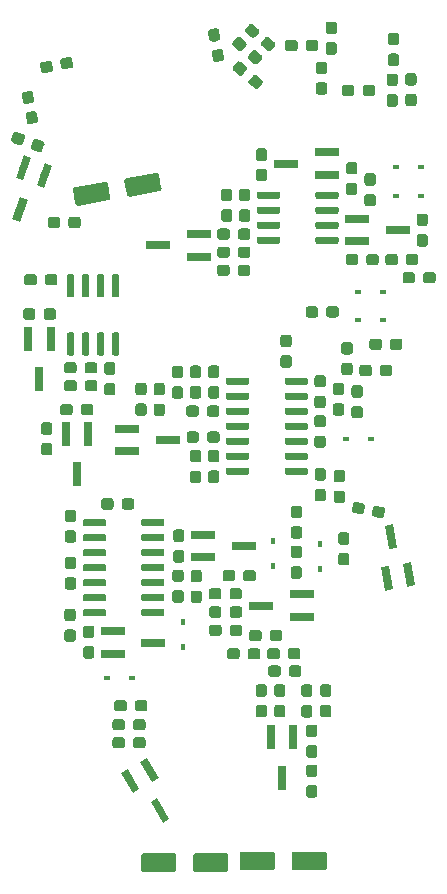
<source format=gbr>
G04 #@! TF.GenerationSoftware,KiCad,Pcbnew,(5.1.2-1)-1*
G04 #@! TF.CreationDate,2022-08-10T15:30:44-04:00*
G04 #@! TF.ProjectId,BassDrum_TR909,42617373-4472-4756-9d5f-54523930392e,rev?*
G04 #@! TF.SameCoordinates,Original*
G04 #@! TF.FileFunction,Paste,Top*
G04 #@! TF.FilePolarity,Positive*
%FSLAX46Y46*%
G04 Gerber Fmt 4.6, Leading zero omitted, Abs format (unit mm)*
G04 Created by KiCad (PCBNEW (5.1.2-1)-1) date 2022-08-10 15:30:44*
%MOMM*%
%LPD*%
G04 APERTURE LIST*
%ADD10C,0.100000*%
%ADD11C,0.950000*%
%ADD12R,0.600000X0.450000*%
%ADD13R,0.450000X0.600000*%
%ADD14C,0.600000*%
%ADD15R,2.000000X0.650000*%
%ADD16C,0.650000*%
%ADD17R,0.650000X2.000000*%
%ADD18C,1.600000*%
G04 APERTURE END LIST*
D10*
G36*
X47825779Y-25026144D02*
G01*
X47848834Y-25029563D01*
X47871443Y-25035227D01*
X47893387Y-25043079D01*
X47914457Y-25053044D01*
X47934448Y-25065026D01*
X47953168Y-25078910D01*
X47970438Y-25094562D01*
X47986090Y-25111832D01*
X47999974Y-25130552D01*
X48011956Y-25150543D01*
X48021921Y-25171613D01*
X48029773Y-25193557D01*
X48035437Y-25216166D01*
X48038856Y-25239221D01*
X48040000Y-25262500D01*
X48040000Y-25737500D01*
X48038856Y-25760779D01*
X48035437Y-25783834D01*
X48029773Y-25806443D01*
X48021921Y-25828387D01*
X48011956Y-25849457D01*
X47999974Y-25869448D01*
X47986090Y-25888168D01*
X47970438Y-25905438D01*
X47953168Y-25921090D01*
X47934448Y-25934974D01*
X47914457Y-25946956D01*
X47893387Y-25956921D01*
X47871443Y-25964773D01*
X47848834Y-25970437D01*
X47825779Y-25973856D01*
X47802500Y-25975000D01*
X47227500Y-25975000D01*
X47204221Y-25973856D01*
X47181166Y-25970437D01*
X47158557Y-25964773D01*
X47136613Y-25956921D01*
X47115543Y-25946956D01*
X47095552Y-25934974D01*
X47076832Y-25921090D01*
X47059562Y-25905438D01*
X47043910Y-25888168D01*
X47030026Y-25869448D01*
X47018044Y-25849457D01*
X47008079Y-25828387D01*
X47000227Y-25806443D01*
X46994563Y-25783834D01*
X46991144Y-25760779D01*
X46990000Y-25737500D01*
X46990000Y-25262500D01*
X46991144Y-25239221D01*
X46994563Y-25216166D01*
X47000227Y-25193557D01*
X47008079Y-25171613D01*
X47018044Y-25150543D01*
X47030026Y-25130552D01*
X47043910Y-25111832D01*
X47059562Y-25094562D01*
X47076832Y-25078910D01*
X47095552Y-25065026D01*
X47115543Y-25053044D01*
X47136613Y-25043079D01*
X47158557Y-25035227D01*
X47181166Y-25029563D01*
X47204221Y-25026144D01*
X47227500Y-25025000D01*
X47802500Y-25025000D01*
X47825779Y-25026144D01*
X47825779Y-25026144D01*
G37*
D11*
X47515000Y-25500000D03*
D10*
G36*
X46075779Y-25026144D02*
G01*
X46098834Y-25029563D01*
X46121443Y-25035227D01*
X46143387Y-25043079D01*
X46164457Y-25053044D01*
X46184448Y-25065026D01*
X46203168Y-25078910D01*
X46220438Y-25094562D01*
X46236090Y-25111832D01*
X46249974Y-25130552D01*
X46261956Y-25150543D01*
X46271921Y-25171613D01*
X46279773Y-25193557D01*
X46285437Y-25216166D01*
X46288856Y-25239221D01*
X46290000Y-25262500D01*
X46290000Y-25737500D01*
X46288856Y-25760779D01*
X46285437Y-25783834D01*
X46279773Y-25806443D01*
X46271921Y-25828387D01*
X46261956Y-25849457D01*
X46249974Y-25869448D01*
X46236090Y-25888168D01*
X46220438Y-25905438D01*
X46203168Y-25921090D01*
X46184448Y-25934974D01*
X46164457Y-25946956D01*
X46143387Y-25956921D01*
X46121443Y-25964773D01*
X46098834Y-25970437D01*
X46075779Y-25973856D01*
X46052500Y-25975000D01*
X45477500Y-25975000D01*
X45454221Y-25973856D01*
X45431166Y-25970437D01*
X45408557Y-25964773D01*
X45386613Y-25956921D01*
X45365543Y-25946956D01*
X45345552Y-25934974D01*
X45326832Y-25921090D01*
X45309562Y-25905438D01*
X45293910Y-25888168D01*
X45280026Y-25869448D01*
X45268044Y-25849457D01*
X45258079Y-25828387D01*
X45250227Y-25806443D01*
X45244563Y-25783834D01*
X45241144Y-25760779D01*
X45240000Y-25737500D01*
X45240000Y-25262500D01*
X45241144Y-25239221D01*
X45244563Y-25216166D01*
X45250227Y-25193557D01*
X45258079Y-25171613D01*
X45268044Y-25150543D01*
X45280026Y-25130552D01*
X45293910Y-25111832D01*
X45309562Y-25094562D01*
X45326832Y-25078910D01*
X45345552Y-25065026D01*
X45365543Y-25053044D01*
X45386613Y-25043079D01*
X45408557Y-25035227D01*
X45431166Y-25029563D01*
X45454221Y-25026144D01*
X45477500Y-25025000D01*
X46052500Y-25025000D01*
X46075779Y-25026144D01*
X46075779Y-25026144D01*
G37*
D11*
X45765000Y-25500000D03*
D12*
X47660000Y-55020000D03*
X45560000Y-55020000D03*
X51920000Y-34420000D03*
X49820000Y-34420000D03*
X49820000Y-31990000D03*
X51920000Y-31990000D03*
X48690000Y-42580000D03*
X46590000Y-42580000D03*
X48720000Y-44950000D03*
X46620000Y-44950000D03*
D13*
X39390000Y-65790000D03*
X39390000Y-63690000D03*
X43370000Y-66030000D03*
X43370000Y-63930000D03*
X31780000Y-70530000D03*
X31780000Y-72630000D03*
D12*
X25350000Y-75240000D03*
X27450000Y-75240000D03*
D10*
G36*
X44804703Y-34075722D02*
G01*
X44819264Y-34077882D01*
X44833543Y-34081459D01*
X44847403Y-34086418D01*
X44860710Y-34092712D01*
X44873336Y-34100280D01*
X44885159Y-34109048D01*
X44896066Y-34118934D01*
X44905952Y-34129841D01*
X44914720Y-34141664D01*
X44922288Y-34154290D01*
X44928582Y-34167597D01*
X44933541Y-34181457D01*
X44937118Y-34195736D01*
X44939278Y-34210297D01*
X44940000Y-34225000D01*
X44940000Y-34525000D01*
X44939278Y-34539703D01*
X44937118Y-34554264D01*
X44933541Y-34568543D01*
X44928582Y-34582403D01*
X44922288Y-34595710D01*
X44914720Y-34608336D01*
X44905952Y-34620159D01*
X44896066Y-34631066D01*
X44885159Y-34640952D01*
X44873336Y-34649720D01*
X44860710Y-34657288D01*
X44847403Y-34663582D01*
X44833543Y-34668541D01*
X44819264Y-34672118D01*
X44804703Y-34674278D01*
X44790000Y-34675000D01*
X43140000Y-34675000D01*
X43125297Y-34674278D01*
X43110736Y-34672118D01*
X43096457Y-34668541D01*
X43082597Y-34663582D01*
X43069290Y-34657288D01*
X43056664Y-34649720D01*
X43044841Y-34640952D01*
X43033934Y-34631066D01*
X43024048Y-34620159D01*
X43015280Y-34608336D01*
X43007712Y-34595710D01*
X43001418Y-34582403D01*
X42996459Y-34568543D01*
X42992882Y-34554264D01*
X42990722Y-34539703D01*
X42990000Y-34525000D01*
X42990000Y-34225000D01*
X42990722Y-34210297D01*
X42992882Y-34195736D01*
X42996459Y-34181457D01*
X43001418Y-34167597D01*
X43007712Y-34154290D01*
X43015280Y-34141664D01*
X43024048Y-34129841D01*
X43033934Y-34118934D01*
X43044841Y-34109048D01*
X43056664Y-34100280D01*
X43069290Y-34092712D01*
X43082597Y-34086418D01*
X43096457Y-34081459D01*
X43110736Y-34077882D01*
X43125297Y-34075722D01*
X43140000Y-34075000D01*
X44790000Y-34075000D01*
X44804703Y-34075722D01*
X44804703Y-34075722D01*
G37*
D14*
X43965000Y-34375000D03*
D10*
G36*
X44804703Y-35345722D02*
G01*
X44819264Y-35347882D01*
X44833543Y-35351459D01*
X44847403Y-35356418D01*
X44860710Y-35362712D01*
X44873336Y-35370280D01*
X44885159Y-35379048D01*
X44896066Y-35388934D01*
X44905952Y-35399841D01*
X44914720Y-35411664D01*
X44922288Y-35424290D01*
X44928582Y-35437597D01*
X44933541Y-35451457D01*
X44937118Y-35465736D01*
X44939278Y-35480297D01*
X44940000Y-35495000D01*
X44940000Y-35795000D01*
X44939278Y-35809703D01*
X44937118Y-35824264D01*
X44933541Y-35838543D01*
X44928582Y-35852403D01*
X44922288Y-35865710D01*
X44914720Y-35878336D01*
X44905952Y-35890159D01*
X44896066Y-35901066D01*
X44885159Y-35910952D01*
X44873336Y-35919720D01*
X44860710Y-35927288D01*
X44847403Y-35933582D01*
X44833543Y-35938541D01*
X44819264Y-35942118D01*
X44804703Y-35944278D01*
X44790000Y-35945000D01*
X43140000Y-35945000D01*
X43125297Y-35944278D01*
X43110736Y-35942118D01*
X43096457Y-35938541D01*
X43082597Y-35933582D01*
X43069290Y-35927288D01*
X43056664Y-35919720D01*
X43044841Y-35910952D01*
X43033934Y-35901066D01*
X43024048Y-35890159D01*
X43015280Y-35878336D01*
X43007712Y-35865710D01*
X43001418Y-35852403D01*
X42996459Y-35838543D01*
X42992882Y-35824264D01*
X42990722Y-35809703D01*
X42990000Y-35795000D01*
X42990000Y-35495000D01*
X42990722Y-35480297D01*
X42992882Y-35465736D01*
X42996459Y-35451457D01*
X43001418Y-35437597D01*
X43007712Y-35424290D01*
X43015280Y-35411664D01*
X43024048Y-35399841D01*
X43033934Y-35388934D01*
X43044841Y-35379048D01*
X43056664Y-35370280D01*
X43069290Y-35362712D01*
X43082597Y-35356418D01*
X43096457Y-35351459D01*
X43110736Y-35347882D01*
X43125297Y-35345722D01*
X43140000Y-35345000D01*
X44790000Y-35345000D01*
X44804703Y-35345722D01*
X44804703Y-35345722D01*
G37*
D14*
X43965000Y-35645000D03*
D10*
G36*
X44804703Y-36615722D02*
G01*
X44819264Y-36617882D01*
X44833543Y-36621459D01*
X44847403Y-36626418D01*
X44860710Y-36632712D01*
X44873336Y-36640280D01*
X44885159Y-36649048D01*
X44896066Y-36658934D01*
X44905952Y-36669841D01*
X44914720Y-36681664D01*
X44922288Y-36694290D01*
X44928582Y-36707597D01*
X44933541Y-36721457D01*
X44937118Y-36735736D01*
X44939278Y-36750297D01*
X44940000Y-36765000D01*
X44940000Y-37065000D01*
X44939278Y-37079703D01*
X44937118Y-37094264D01*
X44933541Y-37108543D01*
X44928582Y-37122403D01*
X44922288Y-37135710D01*
X44914720Y-37148336D01*
X44905952Y-37160159D01*
X44896066Y-37171066D01*
X44885159Y-37180952D01*
X44873336Y-37189720D01*
X44860710Y-37197288D01*
X44847403Y-37203582D01*
X44833543Y-37208541D01*
X44819264Y-37212118D01*
X44804703Y-37214278D01*
X44790000Y-37215000D01*
X43140000Y-37215000D01*
X43125297Y-37214278D01*
X43110736Y-37212118D01*
X43096457Y-37208541D01*
X43082597Y-37203582D01*
X43069290Y-37197288D01*
X43056664Y-37189720D01*
X43044841Y-37180952D01*
X43033934Y-37171066D01*
X43024048Y-37160159D01*
X43015280Y-37148336D01*
X43007712Y-37135710D01*
X43001418Y-37122403D01*
X42996459Y-37108543D01*
X42992882Y-37094264D01*
X42990722Y-37079703D01*
X42990000Y-37065000D01*
X42990000Y-36765000D01*
X42990722Y-36750297D01*
X42992882Y-36735736D01*
X42996459Y-36721457D01*
X43001418Y-36707597D01*
X43007712Y-36694290D01*
X43015280Y-36681664D01*
X43024048Y-36669841D01*
X43033934Y-36658934D01*
X43044841Y-36649048D01*
X43056664Y-36640280D01*
X43069290Y-36632712D01*
X43082597Y-36626418D01*
X43096457Y-36621459D01*
X43110736Y-36617882D01*
X43125297Y-36615722D01*
X43140000Y-36615000D01*
X44790000Y-36615000D01*
X44804703Y-36615722D01*
X44804703Y-36615722D01*
G37*
D14*
X43965000Y-36915000D03*
D10*
G36*
X44804703Y-37885722D02*
G01*
X44819264Y-37887882D01*
X44833543Y-37891459D01*
X44847403Y-37896418D01*
X44860710Y-37902712D01*
X44873336Y-37910280D01*
X44885159Y-37919048D01*
X44896066Y-37928934D01*
X44905952Y-37939841D01*
X44914720Y-37951664D01*
X44922288Y-37964290D01*
X44928582Y-37977597D01*
X44933541Y-37991457D01*
X44937118Y-38005736D01*
X44939278Y-38020297D01*
X44940000Y-38035000D01*
X44940000Y-38335000D01*
X44939278Y-38349703D01*
X44937118Y-38364264D01*
X44933541Y-38378543D01*
X44928582Y-38392403D01*
X44922288Y-38405710D01*
X44914720Y-38418336D01*
X44905952Y-38430159D01*
X44896066Y-38441066D01*
X44885159Y-38450952D01*
X44873336Y-38459720D01*
X44860710Y-38467288D01*
X44847403Y-38473582D01*
X44833543Y-38478541D01*
X44819264Y-38482118D01*
X44804703Y-38484278D01*
X44790000Y-38485000D01*
X43140000Y-38485000D01*
X43125297Y-38484278D01*
X43110736Y-38482118D01*
X43096457Y-38478541D01*
X43082597Y-38473582D01*
X43069290Y-38467288D01*
X43056664Y-38459720D01*
X43044841Y-38450952D01*
X43033934Y-38441066D01*
X43024048Y-38430159D01*
X43015280Y-38418336D01*
X43007712Y-38405710D01*
X43001418Y-38392403D01*
X42996459Y-38378543D01*
X42992882Y-38364264D01*
X42990722Y-38349703D01*
X42990000Y-38335000D01*
X42990000Y-38035000D01*
X42990722Y-38020297D01*
X42992882Y-38005736D01*
X42996459Y-37991457D01*
X43001418Y-37977597D01*
X43007712Y-37964290D01*
X43015280Y-37951664D01*
X43024048Y-37939841D01*
X43033934Y-37928934D01*
X43044841Y-37919048D01*
X43056664Y-37910280D01*
X43069290Y-37902712D01*
X43082597Y-37896418D01*
X43096457Y-37891459D01*
X43110736Y-37887882D01*
X43125297Y-37885722D01*
X43140000Y-37885000D01*
X44790000Y-37885000D01*
X44804703Y-37885722D01*
X44804703Y-37885722D01*
G37*
D14*
X43965000Y-38185000D03*
D10*
G36*
X39854703Y-37885722D02*
G01*
X39869264Y-37887882D01*
X39883543Y-37891459D01*
X39897403Y-37896418D01*
X39910710Y-37902712D01*
X39923336Y-37910280D01*
X39935159Y-37919048D01*
X39946066Y-37928934D01*
X39955952Y-37939841D01*
X39964720Y-37951664D01*
X39972288Y-37964290D01*
X39978582Y-37977597D01*
X39983541Y-37991457D01*
X39987118Y-38005736D01*
X39989278Y-38020297D01*
X39990000Y-38035000D01*
X39990000Y-38335000D01*
X39989278Y-38349703D01*
X39987118Y-38364264D01*
X39983541Y-38378543D01*
X39978582Y-38392403D01*
X39972288Y-38405710D01*
X39964720Y-38418336D01*
X39955952Y-38430159D01*
X39946066Y-38441066D01*
X39935159Y-38450952D01*
X39923336Y-38459720D01*
X39910710Y-38467288D01*
X39897403Y-38473582D01*
X39883543Y-38478541D01*
X39869264Y-38482118D01*
X39854703Y-38484278D01*
X39840000Y-38485000D01*
X38190000Y-38485000D01*
X38175297Y-38484278D01*
X38160736Y-38482118D01*
X38146457Y-38478541D01*
X38132597Y-38473582D01*
X38119290Y-38467288D01*
X38106664Y-38459720D01*
X38094841Y-38450952D01*
X38083934Y-38441066D01*
X38074048Y-38430159D01*
X38065280Y-38418336D01*
X38057712Y-38405710D01*
X38051418Y-38392403D01*
X38046459Y-38378543D01*
X38042882Y-38364264D01*
X38040722Y-38349703D01*
X38040000Y-38335000D01*
X38040000Y-38035000D01*
X38040722Y-38020297D01*
X38042882Y-38005736D01*
X38046459Y-37991457D01*
X38051418Y-37977597D01*
X38057712Y-37964290D01*
X38065280Y-37951664D01*
X38074048Y-37939841D01*
X38083934Y-37928934D01*
X38094841Y-37919048D01*
X38106664Y-37910280D01*
X38119290Y-37902712D01*
X38132597Y-37896418D01*
X38146457Y-37891459D01*
X38160736Y-37887882D01*
X38175297Y-37885722D01*
X38190000Y-37885000D01*
X39840000Y-37885000D01*
X39854703Y-37885722D01*
X39854703Y-37885722D01*
G37*
D14*
X39015000Y-38185000D03*
D10*
G36*
X39854703Y-36615722D02*
G01*
X39869264Y-36617882D01*
X39883543Y-36621459D01*
X39897403Y-36626418D01*
X39910710Y-36632712D01*
X39923336Y-36640280D01*
X39935159Y-36649048D01*
X39946066Y-36658934D01*
X39955952Y-36669841D01*
X39964720Y-36681664D01*
X39972288Y-36694290D01*
X39978582Y-36707597D01*
X39983541Y-36721457D01*
X39987118Y-36735736D01*
X39989278Y-36750297D01*
X39990000Y-36765000D01*
X39990000Y-37065000D01*
X39989278Y-37079703D01*
X39987118Y-37094264D01*
X39983541Y-37108543D01*
X39978582Y-37122403D01*
X39972288Y-37135710D01*
X39964720Y-37148336D01*
X39955952Y-37160159D01*
X39946066Y-37171066D01*
X39935159Y-37180952D01*
X39923336Y-37189720D01*
X39910710Y-37197288D01*
X39897403Y-37203582D01*
X39883543Y-37208541D01*
X39869264Y-37212118D01*
X39854703Y-37214278D01*
X39840000Y-37215000D01*
X38190000Y-37215000D01*
X38175297Y-37214278D01*
X38160736Y-37212118D01*
X38146457Y-37208541D01*
X38132597Y-37203582D01*
X38119290Y-37197288D01*
X38106664Y-37189720D01*
X38094841Y-37180952D01*
X38083934Y-37171066D01*
X38074048Y-37160159D01*
X38065280Y-37148336D01*
X38057712Y-37135710D01*
X38051418Y-37122403D01*
X38046459Y-37108543D01*
X38042882Y-37094264D01*
X38040722Y-37079703D01*
X38040000Y-37065000D01*
X38040000Y-36765000D01*
X38040722Y-36750297D01*
X38042882Y-36735736D01*
X38046459Y-36721457D01*
X38051418Y-36707597D01*
X38057712Y-36694290D01*
X38065280Y-36681664D01*
X38074048Y-36669841D01*
X38083934Y-36658934D01*
X38094841Y-36649048D01*
X38106664Y-36640280D01*
X38119290Y-36632712D01*
X38132597Y-36626418D01*
X38146457Y-36621459D01*
X38160736Y-36617882D01*
X38175297Y-36615722D01*
X38190000Y-36615000D01*
X39840000Y-36615000D01*
X39854703Y-36615722D01*
X39854703Y-36615722D01*
G37*
D14*
X39015000Y-36915000D03*
D10*
G36*
X39854703Y-35345722D02*
G01*
X39869264Y-35347882D01*
X39883543Y-35351459D01*
X39897403Y-35356418D01*
X39910710Y-35362712D01*
X39923336Y-35370280D01*
X39935159Y-35379048D01*
X39946066Y-35388934D01*
X39955952Y-35399841D01*
X39964720Y-35411664D01*
X39972288Y-35424290D01*
X39978582Y-35437597D01*
X39983541Y-35451457D01*
X39987118Y-35465736D01*
X39989278Y-35480297D01*
X39990000Y-35495000D01*
X39990000Y-35795000D01*
X39989278Y-35809703D01*
X39987118Y-35824264D01*
X39983541Y-35838543D01*
X39978582Y-35852403D01*
X39972288Y-35865710D01*
X39964720Y-35878336D01*
X39955952Y-35890159D01*
X39946066Y-35901066D01*
X39935159Y-35910952D01*
X39923336Y-35919720D01*
X39910710Y-35927288D01*
X39897403Y-35933582D01*
X39883543Y-35938541D01*
X39869264Y-35942118D01*
X39854703Y-35944278D01*
X39840000Y-35945000D01*
X38190000Y-35945000D01*
X38175297Y-35944278D01*
X38160736Y-35942118D01*
X38146457Y-35938541D01*
X38132597Y-35933582D01*
X38119290Y-35927288D01*
X38106664Y-35919720D01*
X38094841Y-35910952D01*
X38083934Y-35901066D01*
X38074048Y-35890159D01*
X38065280Y-35878336D01*
X38057712Y-35865710D01*
X38051418Y-35852403D01*
X38046459Y-35838543D01*
X38042882Y-35824264D01*
X38040722Y-35809703D01*
X38040000Y-35795000D01*
X38040000Y-35495000D01*
X38040722Y-35480297D01*
X38042882Y-35465736D01*
X38046459Y-35451457D01*
X38051418Y-35437597D01*
X38057712Y-35424290D01*
X38065280Y-35411664D01*
X38074048Y-35399841D01*
X38083934Y-35388934D01*
X38094841Y-35379048D01*
X38106664Y-35370280D01*
X38119290Y-35362712D01*
X38132597Y-35356418D01*
X38146457Y-35351459D01*
X38160736Y-35347882D01*
X38175297Y-35345722D01*
X38190000Y-35345000D01*
X39840000Y-35345000D01*
X39854703Y-35345722D01*
X39854703Y-35345722D01*
G37*
D14*
X39015000Y-35645000D03*
D10*
G36*
X39854703Y-34075722D02*
G01*
X39869264Y-34077882D01*
X39883543Y-34081459D01*
X39897403Y-34086418D01*
X39910710Y-34092712D01*
X39923336Y-34100280D01*
X39935159Y-34109048D01*
X39946066Y-34118934D01*
X39955952Y-34129841D01*
X39964720Y-34141664D01*
X39972288Y-34154290D01*
X39978582Y-34167597D01*
X39983541Y-34181457D01*
X39987118Y-34195736D01*
X39989278Y-34210297D01*
X39990000Y-34225000D01*
X39990000Y-34525000D01*
X39989278Y-34539703D01*
X39987118Y-34554264D01*
X39983541Y-34568543D01*
X39978582Y-34582403D01*
X39972288Y-34595710D01*
X39964720Y-34608336D01*
X39955952Y-34620159D01*
X39946066Y-34631066D01*
X39935159Y-34640952D01*
X39923336Y-34649720D01*
X39910710Y-34657288D01*
X39897403Y-34663582D01*
X39883543Y-34668541D01*
X39869264Y-34672118D01*
X39854703Y-34674278D01*
X39840000Y-34675000D01*
X38190000Y-34675000D01*
X38175297Y-34674278D01*
X38160736Y-34672118D01*
X38146457Y-34668541D01*
X38132597Y-34663582D01*
X38119290Y-34657288D01*
X38106664Y-34649720D01*
X38094841Y-34640952D01*
X38083934Y-34631066D01*
X38074048Y-34620159D01*
X38065280Y-34608336D01*
X38057712Y-34595710D01*
X38051418Y-34582403D01*
X38046459Y-34568543D01*
X38042882Y-34554264D01*
X38040722Y-34539703D01*
X38040000Y-34525000D01*
X38040000Y-34225000D01*
X38040722Y-34210297D01*
X38042882Y-34195736D01*
X38046459Y-34181457D01*
X38051418Y-34167597D01*
X38057712Y-34154290D01*
X38065280Y-34141664D01*
X38074048Y-34129841D01*
X38083934Y-34118934D01*
X38094841Y-34109048D01*
X38106664Y-34100280D01*
X38119290Y-34092712D01*
X38132597Y-34086418D01*
X38146457Y-34081459D01*
X38160736Y-34077882D01*
X38175297Y-34075722D01*
X38190000Y-34075000D01*
X39840000Y-34075000D01*
X39854703Y-34075722D01*
X39854703Y-34075722D01*
G37*
D14*
X39015000Y-34375000D03*
D10*
G36*
X30064703Y-61810722D02*
G01*
X30079264Y-61812882D01*
X30093543Y-61816459D01*
X30107403Y-61821418D01*
X30120710Y-61827712D01*
X30133336Y-61835280D01*
X30145159Y-61844048D01*
X30156066Y-61853934D01*
X30165952Y-61864841D01*
X30174720Y-61876664D01*
X30182288Y-61889290D01*
X30188582Y-61902597D01*
X30193541Y-61916457D01*
X30197118Y-61930736D01*
X30199278Y-61945297D01*
X30200000Y-61960000D01*
X30200000Y-62260000D01*
X30199278Y-62274703D01*
X30197118Y-62289264D01*
X30193541Y-62303543D01*
X30188582Y-62317403D01*
X30182288Y-62330710D01*
X30174720Y-62343336D01*
X30165952Y-62355159D01*
X30156066Y-62366066D01*
X30145159Y-62375952D01*
X30133336Y-62384720D01*
X30120710Y-62392288D01*
X30107403Y-62398582D01*
X30093543Y-62403541D01*
X30079264Y-62407118D01*
X30064703Y-62409278D01*
X30050000Y-62410000D01*
X28400000Y-62410000D01*
X28385297Y-62409278D01*
X28370736Y-62407118D01*
X28356457Y-62403541D01*
X28342597Y-62398582D01*
X28329290Y-62392288D01*
X28316664Y-62384720D01*
X28304841Y-62375952D01*
X28293934Y-62366066D01*
X28284048Y-62355159D01*
X28275280Y-62343336D01*
X28267712Y-62330710D01*
X28261418Y-62317403D01*
X28256459Y-62303543D01*
X28252882Y-62289264D01*
X28250722Y-62274703D01*
X28250000Y-62260000D01*
X28250000Y-61960000D01*
X28250722Y-61945297D01*
X28252882Y-61930736D01*
X28256459Y-61916457D01*
X28261418Y-61902597D01*
X28267712Y-61889290D01*
X28275280Y-61876664D01*
X28284048Y-61864841D01*
X28293934Y-61853934D01*
X28304841Y-61844048D01*
X28316664Y-61835280D01*
X28329290Y-61827712D01*
X28342597Y-61821418D01*
X28356457Y-61816459D01*
X28370736Y-61812882D01*
X28385297Y-61810722D01*
X28400000Y-61810000D01*
X30050000Y-61810000D01*
X30064703Y-61810722D01*
X30064703Y-61810722D01*
G37*
D14*
X29225000Y-62110000D03*
D10*
G36*
X30064703Y-63080722D02*
G01*
X30079264Y-63082882D01*
X30093543Y-63086459D01*
X30107403Y-63091418D01*
X30120710Y-63097712D01*
X30133336Y-63105280D01*
X30145159Y-63114048D01*
X30156066Y-63123934D01*
X30165952Y-63134841D01*
X30174720Y-63146664D01*
X30182288Y-63159290D01*
X30188582Y-63172597D01*
X30193541Y-63186457D01*
X30197118Y-63200736D01*
X30199278Y-63215297D01*
X30200000Y-63230000D01*
X30200000Y-63530000D01*
X30199278Y-63544703D01*
X30197118Y-63559264D01*
X30193541Y-63573543D01*
X30188582Y-63587403D01*
X30182288Y-63600710D01*
X30174720Y-63613336D01*
X30165952Y-63625159D01*
X30156066Y-63636066D01*
X30145159Y-63645952D01*
X30133336Y-63654720D01*
X30120710Y-63662288D01*
X30107403Y-63668582D01*
X30093543Y-63673541D01*
X30079264Y-63677118D01*
X30064703Y-63679278D01*
X30050000Y-63680000D01*
X28400000Y-63680000D01*
X28385297Y-63679278D01*
X28370736Y-63677118D01*
X28356457Y-63673541D01*
X28342597Y-63668582D01*
X28329290Y-63662288D01*
X28316664Y-63654720D01*
X28304841Y-63645952D01*
X28293934Y-63636066D01*
X28284048Y-63625159D01*
X28275280Y-63613336D01*
X28267712Y-63600710D01*
X28261418Y-63587403D01*
X28256459Y-63573543D01*
X28252882Y-63559264D01*
X28250722Y-63544703D01*
X28250000Y-63530000D01*
X28250000Y-63230000D01*
X28250722Y-63215297D01*
X28252882Y-63200736D01*
X28256459Y-63186457D01*
X28261418Y-63172597D01*
X28267712Y-63159290D01*
X28275280Y-63146664D01*
X28284048Y-63134841D01*
X28293934Y-63123934D01*
X28304841Y-63114048D01*
X28316664Y-63105280D01*
X28329290Y-63097712D01*
X28342597Y-63091418D01*
X28356457Y-63086459D01*
X28370736Y-63082882D01*
X28385297Y-63080722D01*
X28400000Y-63080000D01*
X30050000Y-63080000D01*
X30064703Y-63080722D01*
X30064703Y-63080722D01*
G37*
D14*
X29225000Y-63380000D03*
D10*
G36*
X30064703Y-64350722D02*
G01*
X30079264Y-64352882D01*
X30093543Y-64356459D01*
X30107403Y-64361418D01*
X30120710Y-64367712D01*
X30133336Y-64375280D01*
X30145159Y-64384048D01*
X30156066Y-64393934D01*
X30165952Y-64404841D01*
X30174720Y-64416664D01*
X30182288Y-64429290D01*
X30188582Y-64442597D01*
X30193541Y-64456457D01*
X30197118Y-64470736D01*
X30199278Y-64485297D01*
X30200000Y-64500000D01*
X30200000Y-64800000D01*
X30199278Y-64814703D01*
X30197118Y-64829264D01*
X30193541Y-64843543D01*
X30188582Y-64857403D01*
X30182288Y-64870710D01*
X30174720Y-64883336D01*
X30165952Y-64895159D01*
X30156066Y-64906066D01*
X30145159Y-64915952D01*
X30133336Y-64924720D01*
X30120710Y-64932288D01*
X30107403Y-64938582D01*
X30093543Y-64943541D01*
X30079264Y-64947118D01*
X30064703Y-64949278D01*
X30050000Y-64950000D01*
X28400000Y-64950000D01*
X28385297Y-64949278D01*
X28370736Y-64947118D01*
X28356457Y-64943541D01*
X28342597Y-64938582D01*
X28329290Y-64932288D01*
X28316664Y-64924720D01*
X28304841Y-64915952D01*
X28293934Y-64906066D01*
X28284048Y-64895159D01*
X28275280Y-64883336D01*
X28267712Y-64870710D01*
X28261418Y-64857403D01*
X28256459Y-64843543D01*
X28252882Y-64829264D01*
X28250722Y-64814703D01*
X28250000Y-64800000D01*
X28250000Y-64500000D01*
X28250722Y-64485297D01*
X28252882Y-64470736D01*
X28256459Y-64456457D01*
X28261418Y-64442597D01*
X28267712Y-64429290D01*
X28275280Y-64416664D01*
X28284048Y-64404841D01*
X28293934Y-64393934D01*
X28304841Y-64384048D01*
X28316664Y-64375280D01*
X28329290Y-64367712D01*
X28342597Y-64361418D01*
X28356457Y-64356459D01*
X28370736Y-64352882D01*
X28385297Y-64350722D01*
X28400000Y-64350000D01*
X30050000Y-64350000D01*
X30064703Y-64350722D01*
X30064703Y-64350722D01*
G37*
D14*
X29225000Y-64650000D03*
D10*
G36*
X30064703Y-65620722D02*
G01*
X30079264Y-65622882D01*
X30093543Y-65626459D01*
X30107403Y-65631418D01*
X30120710Y-65637712D01*
X30133336Y-65645280D01*
X30145159Y-65654048D01*
X30156066Y-65663934D01*
X30165952Y-65674841D01*
X30174720Y-65686664D01*
X30182288Y-65699290D01*
X30188582Y-65712597D01*
X30193541Y-65726457D01*
X30197118Y-65740736D01*
X30199278Y-65755297D01*
X30200000Y-65770000D01*
X30200000Y-66070000D01*
X30199278Y-66084703D01*
X30197118Y-66099264D01*
X30193541Y-66113543D01*
X30188582Y-66127403D01*
X30182288Y-66140710D01*
X30174720Y-66153336D01*
X30165952Y-66165159D01*
X30156066Y-66176066D01*
X30145159Y-66185952D01*
X30133336Y-66194720D01*
X30120710Y-66202288D01*
X30107403Y-66208582D01*
X30093543Y-66213541D01*
X30079264Y-66217118D01*
X30064703Y-66219278D01*
X30050000Y-66220000D01*
X28400000Y-66220000D01*
X28385297Y-66219278D01*
X28370736Y-66217118D01*
X28356457Y-66213541D01*
X28342597Y-66208582D01*
X28329290Y-66202288D01*
X28316664Y-66194720D01*
X28304841Y-66185952D01*
X28293934Y-66176066D01*
X28284048Y-66165159D01*
X28275280Y-66153336D01*
X28267712Y-66140710D01*
X28261418Y-66127403D01*
X28256459Y-66113543D01*
X28252882Y-66099264D01*
X28250722Y-66084703D01*
X28250000Y-66070000D01*
X28250000Y-65770000D01*
X28250722Y-65755297D01*
X28252882Y-65740736D01*
X28256459Y-65726457D01*
X28261418Y-65712597D01*
X28267712Y-65699290D01*
X28275280Y-65686664D01*
X28284048Y-65674841D01*
X28293934Y-65663934D01*
X28304841Y-65654048D01*
X28316664Y-65645280D01*
X28329290Y-65637712D01*
X28342597Y-65631418D01*
X28356457Y-65626459D01*
X28370736Y-65622882D01*
X28385297Y-65620722D01*
X28400000Y-65620000D01*
X30050000Y-65620000D01*
X30064703Y-65620722D01*
X30064703Y-65620722D01*
G37*
D14*
X29225000Y-65920000D03*
D10*
G36*
X30064703Y-66890722D02*
G01*
X30079264Y-66892882D01*
X30093543Y-66896459D01*
X30107403Y-66901418D01*
X30120710Y-66907712D01*
X30133336Y-66915280D01*
X30145159Y-66924048D01*
X30156066Y-66933934D01*
X30165952Y-66944841D01*
X30174720Y-66956664D01*
X30182288Y-66969290D01*
X30188582Y-66982597D01*
X30193541Y-66996457D01*
X30197118Y-67010736D01*
X30199278Y-67025297D01*
X30200000Y-67040000D01*
X30200000Y-67340000D01*
X30199278Y-67354703D01*
X30197118Y-67369264D01*
X30193541Y-67383543D01*
X30188582Y-67397403D01*
X30182288Y-67410710D01*
X30174720Y-67423336D01*
X30165952Y-67435159D01*
X30156066Y-67446066D01*
X30145159Y-67455952D01*
X30133336Y-67464720D01*
X30120710Y-67472288D01*
X30107403Y-67478582D01*
X30093543Y-67483541D01*
X30079264Y-67487118D01*
X30064703Y-67489278D01*
X30050000Y-67490000D01*
X28400000Y-67490000D01*
X28385297Y-67489278D01*
X28370736Y-67487118D01*
X28356457Y-67483541D01*
X28342597Y-67478582D01*
X28329290Y-67472288D01*
X28316664Y-67464720D01*
X28304841Y-67455952D01*
X28293934Y-67446066D01*
X28284048Y-67435159D01*
X28275280Y-67423336D01*
X28267712Y-67410710D01*
X28261418Y-67397403D01*
X28256459Y-67383543D01*
X28252882Y-67369264D01*
X28250722Y-67354703D01*
X28250000Y-67340000D01*
X28250000Y-67040000D01*
X28250722Y-67025297D01*
X28252882Y-67010736D01*
X28256459Y-66996457D01*
X28261418Y-66982597D01*
X28267712Y-66969290D01*
X28275280Y-66956664D01*
X28284048Y-66944841D01*
X28293934Y-66933934D01*
X28304841Y-66924048D01*
X28316664Y-66915280D01*
X28329290Y-66907712D01*
X28342597Y-66901418D01*
X28356457Y-66896459D01*
X28370736Y-66892882D01*
X28385297Y-66890722D01*
X28400000Y-66890000D01*
X30050000Y-66890000D01*
X30064703Y-66890722D01*
X30064703Y-66890722D01*
G37*
D14*
X29225000Y-67190000D03*
D10*
G36*
X30064703Y-68160722D02*
G01*
X30079264Y-68162882D01*
X30093543Y-68166459D01*
X30107403Y-68171418D01*
X30120710Y-68177712D01*
X30133336Y-68185280D01*
X30145159Y-68194048D01*
X30156066Y-68203934D01*
X30165952Y-68214841D01*
X30174720Y-68226664D01*
X30182288Y-68239290D01*
X30188582Y-68252597D01*
X30193541Y-68266457D01*
X30197118Y-68280736D01*
X30199278Y-68295297D01*
X30200000Y-68310000D01*
X30200000Y-68610000D01*
X30199278Y-68624703D01*
X30197118Y-68639264D01*
X30193541Y-68653543D01*
X30188582Y-68667403D01*
X30182288Y-68680710D01*
X30174720Y-68693336D01*
X30165952Y-68705159D01*
X30156066Y-68716066D01*
X30145159Y-68725952D01*
X30133336Y-68734720D01*
X30120710Y-68742288D01*
X30107403Y-68748582D01*
X30093543Y-68753541D01*
X30079264Y-68757118D01*
X30064703Y-68759278D01*
X30050000Y-68760000D01*
X28400000Y-68760000D01*
X28385297Y-68759278D01*
X28370736Y-68757118D01*
X28356457Y-68753541D01*
X28342597Y-68748582D01*
X28329290Y-68742288D01*
X28316664Y-68734720D01*
X28304841Y-68725952D01*
X28293934Y-68716066D01*
X28284048Y-68705159D01*
X28275280Y-68693336D01*
X28267712Y-68680710D01*
X28261418Y-68667403D01*
X28256459Y-68653543D01*
X28252882Y-68639264D01*
X28250722Y-68624703D01*
X28250000Y-68610000D01*
X28250000Y-68310000D01*
X28250722Y-68295297D01*
X28252882Y-68280736D01*
X28256459Y-68266457D01*
X28261418Y-68252597D01*
X28267712Y-68239290D01*
X28275280Y-68226664D01*
X28284048Y-68214841D01*
X28293934Y-68203934D01*
X28304841Y-68194048D01*
X28316664Y-68185280D01*
X28329290Y-68177712D01*
X28342597Y-68171418D01*
X28356457Y-68166459D01*
X28370736Y-68162882D01*
X28385297Y-68160722D01*
X28400000Y-68160000D01*
X30050000Y-68160000D01*
X30064703Y-68160722D01*
X30064703Y-68160722D01*
G37*
D14*
X29225000Y-68460000D03*
D10*
G36*
X30064703Y-69430722D02*
G01*
X30079264Y-69432882D01*
X30093543Y-69436459D01*
X30107403Y-69441418D01*
X30120710Y-69447712D01*
X30133336Y-69455280D01*
X30145159Y-69464048D01*
X30156066Y-69473934D01*
X30165952Y-69484841D01*
X30174720Y-69496664D01*
X30182288Y-69509290D01*
X30188582Y-69522597D01*
X30193541Y-69536457D01*
X30197118Y-69550736D01*
X30199278Y-69565297D01*
X30200000Y-69580000D01*
X30200000Y-69880000D01*
X30199278Y-69894703D01*
X30197118Y-69909264D01*
X30193541Y-69923543D01*
X30188582Y-69937403D01*
X30182288Y-69950710D01*
X30174720Y-69963336D01*
X30165952Y-69975159D01*
X30156066Y-69986066D01*
X30145159Y-69995952D01*
X30133336Y-70004720D01*
X30120710Y-70012288D01*
X30107403Y-70018582D01*
X30093543Y-70023541D01*
X30079264Y-70027118D01*
X30064703Y-70029278D01*
X30050000Y-70030000D01*
X28400000Y-70030000D01*
X28385297Y-70029278D01*
X28370736Y-70027118D01*
X28356457Y-70023541D01*
X28342597Y-70018582D01*
X28329290Y-70012288D01*
X28316664Y-70004720D01*
X28304841Y-69995952D01*
X28293934Y-69986066D01*
X28284048Y-69975159D01*
X28275280Y-69963336D01*
X28267712Y-69950710D01*
X28261418Y-69937403D01*
X28256459Y-69923543D01*
X28252882Y-69909264D01*
X28250722Y-69894703D01*
X28250000Y-69880000D01*
X28250000Y-69580000D01*
X28250722Y-69565297D01*
X28252882Y-69550736D01*
X28256459Y-69536457D01*
X28261418Y-69522597D01*
X28267712Y-69509290D01*
X28275280Y-69496664D01*
X28284048Y-69484841D01*
X28293934Y-69473934D01*
X28304841Y-69464048D01*
X28316664Y-69455280D01*
X28329290Y-69447712D01*
X28342597Y-69441418D01*
X28356457Y-69436459D01*
X28370736Y-69432882D01*
X28385297Y-69430722D01*
X28400000Y-69430000D01*
X30050000Y-69430000D01*
X30064703Y-69430722D01*
X30064703Y-69430722D01*
G37*
D14*
X29225000Y-69730000D03*
D10*
G36*
X25114703Y-69430722D02*
G01*
X25129264Y-69432882D01*
X25143543Y-69436459D01*
X25157403Y-69441418D01*
X25170710Y-69447712D01*
X25183336Y-69455280D01*
X25195159Y-69464048D01*
X25206066Y-69473934D01*
X25215952Y-69484841D01*
X25224720Y-69496664D01*
X25232288Y-69509290D01*
X25238582Y-69522597D01*
X25243541Y-69536457D01*
X25247118Y-69550736D01*
X25249278Y-69565297D01*
X25250000Y-69580000D01*
X25250000Y-69880000D01*
X25249278Y-69894703D01*
X25247118Y-69909264D01*
X25243541Y-69923543D01*
X25238582Y-69937403D01*
X25232288Y-69950710D01*
X25224720Y-69963336D01*
X25215952Y-69975159D01*
X25206066Y-69986066D01*
X25195159Y-69995952D01*
X25183336Y-70004720D01*
X25170710Y-70012288D01*
X25157403Y-70018582D01*
X25143543Y-70023541D01*
X25129264Y-70027118D01*
X25114703Y-70029278D01*
X25100000Y-70030000D01*
X23450000Y-70030000D01*
X23435297Y-70029278D01*
X23420736Y-70027118D01*
X23406457Y-70023541D01*
X23392597Y-70018582D01*
X23379290Y-70012288D01*
X23366664Y-70004720D01*
X23354841Y-69995952D01*
X23343934Y-69986066D01*
X23334048Y-69975159D01*
X23325280Y-69963336D01*
X23317712Y-69950710D01*
X23311418Y-69937403D01*
X23306459Y-69923543D01*
X23302882Y-69909264D01*
X23300722Y-69894703D01*
X23300000Y-69880000D01*
X23300000Y-69580000D01*
X23300722Y-69565297D01*
X23302882Y-69550736D01*
X23306459Y-69536457D01*
X23311418Y-69522597D01*
X23317712Y-69509290D01*
X23325280Y-69496664D01*
X23334048Y-69484841D01*
X23343934Y-69473934D01*
X23354841Y-69464048D01*
X23366664Y-69455280D01*
X23379290Y-69447712D01*
X23392597Y-69441418D01*
X23406457Y-69436459D01*
X23420736Y-69432882D01*
X23435297Y-69430722D01*
X23450000Y-69430000D01*
X25100000Y-69430000D01*
X25114703Y-69430722D01*
X25114703Y-69430722D01*
G37*
D14*
X24275000Y-69730000D03*
D10*
G36*
X25114703Y-68160722D02*
G01*
X25129264Y-68162882D01*
X25143543Y-68166459D01*
X25157403Y-68171418D01*
X25170710Y-68177712D01*
X25183336Y-68185280D01*
X25195159Y-68194048D01*
X25206066Y-68203934D01*
X25215952Y-68214841D01*
X25224720Y-68226664D01*
X25232288Y-68239290D01*
X25238582Y-68252597D01*
X25243541Y-68266457D01*
X25247118Y-68280736D01*
X25249278Y-68295297D01*
X25250000Y-68310000D01*
X25250000Y-68610000D01*
X25249278Y-68624703D01*
X25247118Y-68639264D01*
X25243541Y-68653543D01*
X25238582Y-68667403D01*
X25232288Y-68680710D01*
X25224720Y-68693336D01*
X25215952Y-68705159D01*
X25206066Y-68716066D01*
X25195159Y-68725952D01*
X25183336Y-68734720D01*
X25170710Y-68742288D01*
X25157403Y-68748582D01*
X25143543Y-68753541D01*
X25129264Y-68757118D01*
X25114703Y-68759278D01*
X25100000Y-68760000D01*
X23450000Y-68760000D01*
X23435297Y-68759278D01*
X23420736Y-68757118D01*
X23406457Y-68753541D01*
X23392597Y-68748582D01*
X23379290Y-68742288D01*
X23366664Y-68734720D01*
X23354841Y-68725952D01*
X23343934Y-68716066D01*
X23334048Y-68705159D01*
X23325280Y-68693336D01*
X23317712Y-68680710D01*
X23311418Y-68667403D01*
X23306459Y-68653543D01*
X23302882Y-68639264D01*
X23300722Y-68624703D01*
X23300000Y-68610000D01*
X23300000Y-68310000D01*
X23300722Y-68295297D01*
X23302882Y-68280736D01*
X23306459Y-68266457D01*
X23311418Y-68252597D01*
X23317712Y-68239290D01*
X23325280Y-68226664D01*
X23334048Y-68214841D01*
X23343934Y-68203934D01*
X23354841Y-68194048D01*
X23366664Y-68185280D01*
X23379290Y-68177712D01*
X23392597Y-68171418D01*
X23406457Y-68166459D01*
X23420736Y-68162882D01*
X23435297Y-68160722D01*
X23450000Y-68160000D01*
X25100000Y-68160000D01*
X25114703Y-68160722D01*
X25114703Y-68160722D01*
G37*
D14*
X24275000Y-68460000D03*
D10*
G36*
X25114703Y-66890722D02*
G01*
X25129264Y-66892882D01*
X25143543Y-66896459D01*
X25157403Y-66901418D01*
X25170710Y-66907712D01*
X25183336Y-66915280D01*
X25195159Y-66924048D01*
X25206066Y-66933934D01*
X25215952Y-66944841D01*
X25224720Y-66956664D01*
X25232288Y-66969290D01*
X25238582Y-66982597D01*
X25243541Y-66996457D01*
X25247118Y-67010736D01*
X25249278Y-67025297D01*
X25250000Y-67040000D01*
X25250000Y-67340000D01*
X25249278Y-67354703D01*
X25247118Y-67369264D01*
X25243541Y-67383543D01*
X25238582Y-67397403D01*
X25232288Y-67410710D01*
X25224720Y-67423336D01*
X25215952Y-67435159D01*
X25206066Y-67446066D01*
X25195159Y-67455952D01*
X25183336Y-67464720D01*
X25170710Y-67472288D01*
X25157403Y-67478582D01*
X25143543Y-67483541D01*
X25129264Y-67487118D01*
X25114703Y-67489278D01*
X25100000Y-67490000D01*
X23450000Y-67490000D01*
X23435297Y-67489278D01*
X23420736Y-67487118D01*
X23406457Y-67483541D01*
X23392597Y-67478582D01*
X23379290Y-67472288D01*
X23366664Y-67464720D01*
X23354841Y-67455952D01*
X23343934Y-67446066D01*
X23334048Y-67435159D01*
X23325280Y-67423336D01*
X23317712Y-67410710D01*
X23311418Y-67397403D01*
X23306459Y-67383543D01*
X23302882Y-67369264D01*
X23300722Y-67354703D01*
X23300000Y-67340000D01*
X23300000Y-67040000D01*
X23300722Y-67025297D01*
X23302882Y-67010736D01*
X23306459Y-66996457D01*
X23311418Y-66982597D01*
X23317712Y-66969290D01*
X23325280Y-66956664D01*
X23334048Y-66944841D01*
X23343934Y-66933934D01*
X23354841Y-66924048D01*
X23366664Y-66915280D01*
X23379290Y-66907712D01*
X23392597Y-66901418D01*
X23406457Y-66896459D01*
X23420736Y-66892882D01*
X23435297Y-66890722D01*
X23450000Y-66890000D01*
X25100000Y-66890000D01*
X25114703Y-66890722D01*
X25114703Y-66890722D01*
G37*
D14*
X24275000Y-67190000D03*
D10*
G36*
X25114703Y-65620722D02*
G01*
X25129264Y-65622882D01*
X25143543Y-65626459D01*
X25157403Y-65631418D01*
X25170710Y-65637712D01*
X25183336Y-65645280D01*
X25195159Y-65654048D01*
X25206066Y-65663934D01*
X25215952Y-65674841D01*
X25224720Y-65686664D01*
X25232288Y-65699290D01*
X25238582Y-65712597D01*
X25243541Y-65726457D01*
X25247118Y-65740736D01*
X25249278Y-65755297D01*
X25250000Y-65770000D01*
X25250000Y-66070000D01*
X25249278Y-66084703D01*
X25247118Y-66099264D01*
X25243541Y-66113543D01*
X25238582Y-66127403D01*
X25232288Y-66140710D01*
X25224720Y-66153336D01*
X25215952Y-66165159D01*
X25206066Y-66176066D01*
X25195159Y-66185952D01*
X25183336Y-66194720D01*
X25170710Y-66202288D01*
X25157403Y-66208582D01*
X25143543Y-66213541D01*
X25129264Y-66217118D01*
X25114703Y-66219278D01*
X25100000Y-66220000D01*
X23450000Y-66220000D01*
X23435297Y-66219278D01*
X23420736Y-66217118D01*
X23406457Y-66213541D01*
X23392597Y-66208582D01*
X23379290Y-66202288D01*
X23366664Y-66194720D01*
X23354841Y-66185952D01*
X23343934Y-66176066D01*
X23334048Y-66165159D01*
X23325280Y-66153336D01*
X23317712Y-66140710D01*
X23311418Y-66127403D01*
X23306459Y-66113543D01*
X23302882Y-66099264D01*
X23300722Y-66084703D01*
X23300000Y-66070000D01*
X23300000Y-65770000D01*
X23300722Y-65755297D01*
X23302882Y-65740736D01*
X23306459Y-65726457D01*
X23311418Y-65712597D01*
X23317712Y-65699290D01*
X23325280Y-65686664D01*
X23334048Y-65674841D01*
X23343934Y-65663934D01*
X23354841Y-65654048D01*
X23366664Y-65645280D01*
X23379290Y-65637712D01*
X23392597Y-65631418D01*
X23406457Y-65626459D01*
X23420736Y-65622882D01*
X23435297Y-65620722D01*
X23450000Y-65620000D01*
X25100000Y-65620000D01*
X25114703Y-65620722D01*
X25114703Y-65620722D01*
G37*
D14*
X24275000Y-65920000D03*
D10*
G36*
X25114703Y-64350722D02*
G01*
X25129264Y-64352882D01*
X25143543Y-64356459D01*
X25157403Y-64361418D01*
X25170710Y-64367712D01*
X25183336Y-64375280D01*
X25195159Y-64384048D01*
X25206066Y-64393934D01*
X25215952Y-64404841D01*
X25224720Y-64416664D01*
X25232288Y-64429290D01*
X25238582Y-64442597D01*
X25243541Y-64456457D01*
X25247118Y-64470736D01*
X25249278Y-64485297D01*
X25250000Y-64500000D01*
X25250000Y-64800000D01*
X25249278Y-64814703D01*
X25247118Y-64829264D01*
X25243541Y-64843543D01*
X25238582Y-64857403D01*
X25232288Y-64870710D01*
X25224720Y-64883336D01*
X25215952Y-64895159D01*
X25206066Y-64906066D01*
X25195159Y-64915952D01*
X25183336Y-64924720D01*
X25170710Y-64932288D01*
X25157403Y-64938582D01*
X25143543Y-64943541D01*
X25129264Y-64947118D01*
X25114703Y-64949278D01*
X25100000Y-64950000D01*
X23450000Y-64950000D01*
X23435297Y-64949278D01*
X23420736Y-64947118D01*
X23406457Y-64943541D01*
X23392597Y-64938582D01*
X23379290Y-64932288D01*
X23366664Y-64924720D01*
X23354841Y-64915952D01*
X23343934Y-64906066D01*
X23334048Y-64895159D01*
X23325280Y-64883336D01*
X23317712Y-64870710D01*
X23311418Y-64857403D01*
X23306459Y-64843543D01*
X23302882Y-64829264D01*
X23300722Y-64814703D01*
X23300000Y-64800000D01*
X23300000Y-64500000D01*
X23300722Y-64485297D01*
X23302882Y-64470736D01*
X23306459Y-64456457D01*
X23311418Y-64442597D01*
X23317712Y-64429290D01*
X23325280Y-64416664D01*
X23334048Y-64404841D01*
X23343934Y-64393934D01*
X23354841Y-64384048D01*
X23366664Y-64375280D01*
X23379290Y-64367712D01*
X23392597Y-64361418D01*
X23406457Y-64356459D01*
X23420736Y-64352882D01*
X23435297Y-64350722D01*
X23450000Y-64350000D01*
X25100000Y-64350000D01*
X25114703Y-64350722D01*
X25114703Y-64350722D01*
G37*
D14*
X24275000Y-64650000D03*
D10*
G36*
X25114703Y-63080722D02*
G01*
X25129264Y-63082882D01*
X25143543Y-63086459D01*
X25157403Y-63091418D01*
X25170710Y-63097712D01*
X25183336Y-63105280D01*
X25195159Y-63114048D01*
X25206066Y-63123934D01*
X25215952Y-63134841D01*
X25224720Y-63146664D01*
X25232288Y-63159290D01*
X25238582Y-63172597D01*
X25243541Y-63186457D01*
X25247118Y-63200736D01*
X25249278Y-63215297D01*
X25250000Y-63230000D01*
X25250000Y-63530000D01*
X25249278Y-63544703D01*
X25247118Y-63559264D01*
X25243541Y-63573543D01*
X25238582Y-63587403D01*
X25232288Y-63600710D01*
X25224720Y-63613336D01*
X25215952Y-63625159D01*
X25206066Y-63636066D01*
X25195159Y-63645952D01*
X25183336Y-63654720D01*
X25170710Y-63662288D01*
X25157403Y-63668582D01*
X25143543Y-63673541D01*
X25129264Y-63677118D01*
X25114703Y-63679278D01*
X25100000Y-63680000D01*
X23450000Y-63680000D01*
X23435297Y-63679278D01*
X23420736Y-63677118D01*
X23406457Y-63673541D01*
X23392597Y-63668582D01*
X23379290Y-63662288D01*
X23366664Y-63654720D01*
X23354841Y-63645952D01*
X23343934Y-63636066D01*
X23334048Y-63625159D01*
X23325280Y-63613336D01*
X23317712Y-63600710D01*
X23311418Y-63587403D01*
X23306459Y-63573543D01*
X23302882Y-63559264D01*
X23300722Y-63544703D01*
X23300000Y-63530000D01*
X23300000Y-63230000D01*
X23300722Y-63215297D01*
X23302882Y-63200736D01*
X23306459Y-63186457D01*
X23311418Y-63172597D01*
X23317712Y-63159290D01*
X23325280Y-63146664D01*
X23334048Y-63134841D01*
X23343934Y-63123934D01*
X23354841Y-63114048D01*
X23366664Y-63105280D01*
X23379290Y-63097712D01*
X23392597Y-63091418D01*
X23406457Y-63086459D01*
X23420736Y-63082882D01*
X23435297Y-63080722D01*
X23450000Y-63080000D01*
X25100000Y-63080000D01*
X25114703Y-63080722D01*
X25114703Y-63080722D01*
G37*
D14*
X24275000Y-63380000D03*
D10*
G36*
X25114703Y-61810722D02*
G01*
X25129264Y-61812882D01*
X25143543Y-61816459D01*
X25157403Y-61821418D01*
X25170710Y-61827712D01*
X25183336Y-61835280D01*
X25195159Y-61844048D01*
X25206066Y-61853934D01*
X25215952Y-61864841D01*
X25224720Y-61876664D01*
X25232288Y-61889290D01*
X25238582Y-61902597D01*
X25243541Y-61916457D01*
X25247118Y-61930736D01*
X25249278Y-61945297D01*
X25250000Y-61960000D01*
X25250000Y-62260000D01*
X25249278Y-62274703D01*
X25247118Y-62289264D01*
X25243541Y-62303543D01*
X25238582Y-62317403D01*
X25232288Y-62330710D01*
X25224720Y-62343336D01*
X25215952Y-62355159D01*
X25206066Y-62366066D01*
X25195159Y-62375952D01*
X25183336Y-62384720D01*
X25170710Y-62392288D01*
X25157403Y-62398582D01*
X25143543Y-62403541D01*
X25129264Y-62407118D01*
X25114703Y-62409278D01*
X25100000Y-62410000D01*
X23450000Y-62410000D01*
X23435297Y-62409278D01*
X23420736Y-62407118D01*
X23406457Y-62403541D01*
X23392597Y-62398582D01*
X23379290Y-62392288D01*
X23366664Y-62384720D01*
X23354841Y-62375952D01*
X23343934Y-62366066D01*
X23334048Y-62355159D01*
X23325280Y-62343336D01*
X23317712Y-62330710D01*
X23311418Y-62317403D01*
X23306459Y-62303543D01*
X23302882Y-62289264D01*
X23300722Y-62274703D01*
X23300000Y-62260000D01*
X23300000Y-61960000D01*
X23300722Y-61945297D01*
X23302882Y-61930736D01*
X23306459Y-61916457D01*
X23311418Y-61902597D01*
X23317712Y-61889290D01*
X23325280Y-61876664D01*
X23334048Y-61864841D01*
X23343934Y-61853934D01*
X23354841Y-61844048D01*
X23366664Y-61835280D01*
X23379290Y-61827712D01*
X23392597Y-61821418D01*
X23406457Y-61816459D01*
X23420736Y-61812882D01*
X23435297Y-61810722D01*
X23450000Y-61810000D01*
X25100000Y-61810000D01*
X25114703Y-61810722D01*
X25114703Y-61810722D01*
G37*
D14*
X24275000Y-62110000D03*
D10*
G36*
X22419703Y-41050722D02*
G01*
X22434264Y-41052882D01*
X22448543Y-41056459D01*
X22462403Y-41061418D01*
X22475710Y-41067712D01*
X22488336Y-41075280D01*
X22500159Y-41084048D01*
X22511066Y-41093934D01*
X22520952Y-41104841D01*
X22529720Y-41116664D01*
X22537288Y-41129290D01*
X22543582Y-41142597D01*
X22548541Y-41156457D01*
X22552118Y-41170736D01*
X22554278Y-41185297D01*
X22555000Y-41200000D01*
X22555000Y-42850000D01*
X22554278Y-42864703D01*
X22552118Y-42879264D01*
X22548541Y-42893543D01*
X22543582Y-42907403D01*
X22537288Y-42920710D01*
X22529720Y-42933336D01*
X22520952Y-42945159D01*
X22511066Y-42956066D01*
X22500159Y-42965952D01*
X22488336Y-42974720D01*
X22475710Y-42982288D01*
X22462403Y-42988582D01*
X22448543Y-42993541D01*
X22434264Y-42997118D01*
X22419703Y-42999278D01*
X22405000Y-43000000D01*
X22105000Y-43000000D01*
X22090297Y-42999278D01*
X22075736Y-42997118D01*
X22061457Y-42993541D01*
X22047597Y-42988582D01*
X22034290Y-42982288D01*
X22021664Y-42974720D01*
X22009841Y-42965952D01*
X21998934Y-42956066D01*
X21989048Y-42945159D01*
X21980280Y-42933336D01*
X21972712Y-42920710D01*
X21966418Y-42907403D01*
X21961459Y-42893543D01*
X21957882Y-42879264D01*
X21955722Y-42864703D01*
X21955000Y-42850000D01*
X21955000Y-41200000D01*
X21955722Y-41185297D01*
X21957882Y-41170736D01*
X21961459Y-41156457D01*
X21966418Y-41142597D01*
X21972712Y-41129290D01*
X21980280Y-41116664D01*
X21989048Y-41104841D01*
X21998934Y-41093934D01*
X22009841Y-41084048D01*
X22021664Y-41075280D01*
X22034290Y-41067712D01*
X22047597Y-41061418D01*
X22061457Y-41056459D01*
X22075736Y-41052882D01*
X22090297Y-41050722D01*
X22105000Y-41050000D01*
X22405000Y-41050000D01*
X22419703Y-41050722D01*
X22419703Y-41050722D01*
G37*
D14*
X22255000Y-42025000D03*
D10*
G36*
X23689703Y-41050722D02*
G01*
X23704264Y-41052882D01*
X23718543Y-41056459D01*
X23732403Y-41061418D01*
X23745710Y-41067712D01*
X23758336Y-41075280D01*
X23770159Y-41084048D01*
X23781066Y-41093934D01*
X23790952Y-41104841D01*
X23799720Y-41116664D01*
X23807288Y-41129290D01*
X23813582Y-41142597D01*
X23818541Y-41156457D01*
X23822118Y-41170736D01*
X23824278Y-41185297D01*
X23825000Y-41200000D01*
X23825000Y-42850000D01*
X23824278Y-42864703D01*
X23822118Y-42879264D01*
X23818541Y-42893543D01*
X23813582Y-42907403D01*
X23807288Y-42920710D01*
X23799720Y-42933336D01*
X23790952Y-42945159D01*
X23781066Y-42956066D01*
X23770159Y-42965952D01*
X23758336Y-42974720D01*
X23745710Y-42982288D01*
X23732403Y-42988582D01*
X23718543Y-42993541D01*
X23704264Y-42997118D01*
X23689703Y-42999278D01*
X23675000Y-43000000D01*
X23375000Y-43000000D01*
X23360297Y-42999278D01*
X23345736Y-42997118D01*
X23331457Y-42993541D01*
X23317597Y-42988582D01*
X23304290Y-42982288D01*
X23291664Y-42974720D01*
X23279841Y-42965952D01*
X23268934Y-42956066D01*
X23259048Y-42945159D01*
X23250280Y-42933336D01*
X23242712Y-42920710D01*
X23236418Y-42907403D01*
X23231459Y-42893543D01*
X23227882Y-42879264D01*
X23225722Y-42864703D01*
X23225000Y-42850000D01*
X23225000Y-41200000D01*
X23225722Y-41185297D01*
X23227882Y-41170736D01*
X23231459Y-41156457D01*
X23236418Y-41142597D01*
X23242712Y-41129290D01*
X23250280Y-41116664D01*
X23259048Y-41104841D01*
X23268934Y-41093934D01*
X23279841Y-41084048D01*
X23291664Y-41075280D01*
X23304290Y-41067712D01*
X23317597Y-41061418D01*
X23331457Y-41056459D01*
X23345736Y-41052882D01*
X23360297Y-41050722D01*
X23375000Y-41050000D01*
X23675000Y-41050000D01*
X23689703Y-41050722D01*
X23689703Y-41050722D01*
G37*
D14*
X23525000Y-42025000D03*
D10*
G36*
X24959703Y-41050722D02*
G01*
X24974264Y-41052882D01*
X24988543Y-41056459D01*
X25002403Y-41061418D01*
X25015710Y-41067712D01*
X25028336Y-41075280D01*
X25040159Y-41084048D01*
X25051066Y-41093934D01*
X25060952Y-41104841D01*
X25069720Y-41116664D01*
X25077288Y-41129290D01*
X25083582Y-41142597D01*
X25088541Y-41156457D01*
X25092118Y-41170736D01*
X25094278Y-41185297D01*
X25095000Y-41200000D01*
X25095000Y-42850000D01*
X25094278Y-42864703D01*
X25092118Y-42879264D01*
X25088541Y-42893543D01*
X25083582Y-42907403D01*
X25077288Y-42920710D01*
X25069720Y-42933336D01*
X25060952Y-42945159D01*
X25051066Y-42956066D01*
X25040159Y-42965952D01*
X25028336Y-42974720D01*
X25015710Y-42982288D01*
X25002403Y-42988582D01*
X24988543Y-42993541D01*
X24974264Y-42997118D01*
X24959703Y-42999278D01*
X24945000Y-43000000D01*
X24645000Y-43000000D01*
X24630297Y-42999278D01*
X24615736Y-42997118D01*
X24601457Y-42993541D01*
X24587597Y-42988582D01*
X24574290Y-42982288D01*
X24561664Y-42974720D01*
X24549841Y-42965952D01*
X24538934Y-42956066D01*
X24529048Y-42945159D01*
X24520280Y-42933336D01*
X24512712Y-42920710D01*
X24506418Y-42907403D01*
X24501459Y-42893543D01*
X24497882Y-42879264D01*
X24495722Y-42864703D01*
X24495000Y-42850000D01*
X24495000Y-41200000D01*
X24495722Y-41185297D01*
X24497882Y-41170736D01*
X24501459Y-41156457D01*
X24506418Y-41142597D01*
X24512712Y-41129290D01*
X24520280Y-41116664D01*
X24529048Y-41104841D01*
X24538934Y-41093934D01*
X24549841Y-41084048D01*
X24561664Y-41075280D01*
X24574290Y-41067712D01*
X24587597Y-41061418D01*
X24601457Y-41056459D01*
X24615736Y-41052882D01*
X24630297Y-41050722D01*
X24645000Y-41050000D01*
X24945000Y-41050000D01*
X24959703Y-41050722D01*
X24959703Y-41050722D01*
G37*
D14*
X24795000Y-42025000D03*
D10*
G36*
X26229703Y-41050722D02*
G01*
X26244264Y-41052882D01*
X26258543Y-41056459D01*
X26272403Y-41061418D01*
X26285710Y-41067712D01*
X26298336Y-41075280D01*
X26310159Y-41084048D01*
X26321066Y-41093934D01*
X26330952Y-41104841D01*
X26339720Y-41116664D01*
X26347288Y-41129290D01*
X26353582Y-41142597D01*
X26358541Y-41156457D01*
X26362118Y-41170736D01*
X26364278Y-41185297D01*
X26365000Y-41200000D01*
X26365000Y-42850000D01*
X26364278Y-42864703D01*
X26362118Y-42879264D01*
X26358541Y-42893543D01*
X26353582Y-42907403D01*
X26347288Y-42920710D01*
X26339720Y-42933336D01*
X26330952Y-42945159D01*
X26321066Y-42956066D01*
X26310159Y-42965952D01*
X26298336Y-42974720D01*
X26285710Y-42982288D01*
X26272403Y-42988582D01*
X26258543Y-42993541D01*
X26244264Y-42997118D01*
X26229703Y-42999278D01*
X26215000Y-43000000D01*
X25915000Y-43000000D01*
X25900297Y-42999278D01*
X25885736Y-42997118D01*
X25871457Y-42993541D01*
X25857597Y-42988582D01*
X25844290Y-42982288D01*
X25831664Y-42974720D01*
X25819841Y-42965952D01*
X25808934Y-42956066D01*
X25799048Y-42945159D01*
X25790280Y-42933336D01*
X25782712Y-42920710D01*
X25776418Y-42907403D01*
X25771459Y-42893543D01*
X25767882Y-42879264D01*
X25765722Y-42864703D01*
X25765000Y-42850000D01*
X25765000Y-41200000D01*
X25765722Y-41185297D01*
X25767882Y-41170736D01*
X25771459Y-41156457D01*
X25776418Y-41142597D01*
X25782712Y-41129290D01*
X25790280Y-41116664D01*
X25799048Y-41104841D01*
X25808934Y-41093934D01*
X25819841Y-41084048D01*
X25831664Y-41075280D01*
X25844290Y-41067712D01*
X25857597Y-41061418D01*
X25871457Y-41056459D01*
X25885736Y-41052882D01*
X25900297Y-41050722D01*
X25915000Y-41050000D01*
X26215000Y-41050000D01*
X26229703Y-41050722D01*
X26229703Y-41050722D01*
G37*
D14*
X26065000Y-42025000D03*
D10*
G36*
X26229703Y-46000722D02*
G01*
X26244264Y-46002882D01*
X26258543Y-46006459D01*
X26272403Y-46011418D01*
X26285710Y-46017712D01*
X26298336Y-46025280D01*
X26310159Y-46034048D01*
X26321066Y-46043934D01*
X26330952Y-46054841D01*
X26339720Y-46066664D01*
X26347288Y-46079290D01*
X26353582Y-46092597D01*
X26358541Y-46106457D01*
X26362118Y-46120736D01*
X26364278Y-46135297D01*
X26365000Y-46150000D01*
X26365000Y-47800000D01*
X26364278Y-47814703D01*
X26362118Y-47829264D01*
X26358541Y-47843543D01*
X26353582Y-47857403D01*
X26347288Y-47870710D01*
X26339720Y-47883336D01*
X26330952Y-47895159D01*
X26321066Y-47906066D01*
X26310159Y-47915952D01*
X26298336Y-47924720D01*
X26285710Y-47932288D01*
X26272403Y-47938582D01*
X26258543Y-47943541D01*
X26244264Y-47947118D01*
X26229703Y-47949278D01*
X26215000Y-47950000D01*
X25915000Y-47950000D01*
X25900297Y-47949278D01*
X25885736Y-47947118D01*
X25871457Y-47943541D01*
X25857597Y-47938582D01*
X25844290Y-47932288D01*
X25831664Y-47924720D01*
X25819841Y-47915952D01*
X25808934Y-47906066D01*
X25799048Y-47895159D01*
X25790280Y-47883336D01*
X25782712Y-47870710D01*
X25776418Y-47857403D01*
X25771459Y-47843543D01*
X25767882Y-47829264D01*
X25765722Y-47814703D01*
X25765000Y-47800000D01*
X25765000Y-46150000D01*
X25765722Y-46135297D01*
X25767882Y-46120736D01*
X25771459Y-46106457D01*
X25776418Y-46092597D01*
X25782712Y-46079290D01*
X25790280Y-46066664D01*
X25799048Y-46054841D01*
X25808934Y-46043934D01*
X25819841Y-46034048D01*
X25831664Y-46025280D01*
X25844290Y-46017712D01*
X25857597Y-46011418D01*
X25871457Y-46006459D01*
X25885736Y-46002882D01*
X25900297Y-46000722D01*
X25915000Y-46000000D01*
X26215000Y-46000000D01*
X26229703Y-46000722D01*
X26229703Y-46000722D01*
G37*
D14*
X26065000Y-46975000D03*
D10*
G36*
X24959703Y-46000722D02*
G01*
X24974264Y-46002882D01*
X24988543Y-46006459D01*
X25002403Y-46011418D01*
X25015710Y-46017712D01*
X25028336Y-46025280D01*
X25040159Y-46034048D01*
X25051066Y-46043934D01*
X25060952Y-46054841D01*
X25069720Y-46066664D01*
X25077288Y-46079290D01*
X25083582Y-46092597D01*
X25088541Y-46106457D01*
X25092118Y-46120736D01*
X25094278Y-46135297D01*
X25095000Y-46150000D01*
X25095000Y-47800000D01*
X25094278Y-47814703D01*
X25092118Y-47829264D01*
X25088541Y-47843543D01*
X25083582Y-47857403D01*
X25077288Y-47870710D01*
X25069720Y-47883336D01*
X25060952Y-47895159D01*
X25051066Y-47906066D01*
X25040159Y-47915952D01*
X25028336Y-47924720D01*
X25015710Y-47932288D01*
X25002403Y-47938582D01*
X24988543Y-47943541D01*
X24974264Y-47947118D01*
X24959703Y-47949278D01*
X24945000Y-47950000D01*
X24645000Y-47950000D01*
X24630297Y-47949278D01*
X24615736Y-47947118D01*
X24601457Y-47943541D01*
X24587597Y-47938582D01*
X24574290Y-47932288D01*
X24561664Y-47924720D01*
X24549841Y-47915952D01*
X24538934Y-47906066D01*
X24529048Y-47895159D01*
X24520280Y-47883336D01*
X24512712Y-47870710D01*
X24506418Y-47857403D01*
X24501459Y-47843543D01*
X24497882Y-47829264D01*
X24495722Y-47814703D01*
X24495000Y-47800000D01*
X24495000Y-46150000D01*
X24495722Y-46135297D01*
X24497882Y-46120736D01*
X24501459Y-46106457D01*
X24506418Y-46092597D01*
X24512712Y-46079290D01*
X24520280Y-46066664D01*
X24529048Y-46054841D01*
X24538934Y-46043934D01*
X24549841Y-46034048D01*
X24561664Y-46025280D01*
X24574290Y-46017712D01*
X24587597Y-46011418D01*
X24601457Y-46006459D01*
X24615736Y-46002882D01*
X24630297Y-46000722D01*
X24645000Y-46000000D01*
X24945000Y-46000000D01*
X24959703Y-46000722D01*
X24959703Y-46000722D01*
G37*
D14*
X24795000Y-46975000D03*
D10*
G36*
X23689703Y-46000722D02*
G01*
X23704264Y-46002882D01*
X23718543Y-46006459D01*
X23732403Y-46011418D01*
X23745710Y-46017712D01*
X23758336Y-46025280D01*
X23770159Y-46034048D01*
X23781066Y-46043934D01*
X23790952Y-46054841D01*
X23799720Y-46066664D01*
X23807288Y-46079290D01*
X23813582Y-46092597D01*
X23818541Y-46106457D01*
X23822118Y-46120736D01*
X23824278Y-46135297D01*
X23825000Y-46150000D01*
X23825000Y-47800000D01*
X23824278Y-47814703D01*
X23822118Y-47829264D01*
X23818541Y-47843543D01*
X23813582Y-47857403D01*
X23807288Y-47870710D01*
X23799720Y-47883336D01*
X23790952Y-47895159D01*
X23781066Y-47906066D01*
X23770159Y-47915952D01*
X23758336Y-47924720D01*
X23745710Y-47932288D01*
X23732403Y-47938582D01*
X23718543Y-47943541D01*
X23704264Y-47947118D01*
X23689703Y-47949278D01*
X23675000Y-47950000D01*
X23375000Y-47950000D01*
X23360297Y-47949278D01*
X23345736Y-47947118D01*
X23331457Y-47943541D01*
X23317597Y-47938582D01*
X23304290Y-47932288D01*
X23291664Y-47924720D01*
X23279841Y-47915952D01*
X23268934Y-47906066D01*
X23259048Y-47895159D01*
X23250280Y-47883336D01*
X23242712Y-47870710D01*
X23236418Y-47857403D01*
X23231459Y-47843543D01*
X23227882Y-47829264D01*
X23225722Y-47814703D01*
X23225000Y-47800000D01*
X23225000Y-46150000D01*
X23225722Y-46135297D01*
X23227882Y-46120736D01*
X23231459Y-46106457D01*
X23236418Y-46092597D01*
X23242712Y-46079290D01*
X23250280Y-46066664D01*
X23259048Y-46054841D01*
X23268934Y-46043934D01*
X23279841Y-46034048D01*
X23291664Y-46025280D01*
X23304290Y-46017712D01*
X23317597Y-46011418D01*
X23331457Y-46006459D01*
X23345736Y-46002882D01*
X23360297Y-46000722D01*
X23375000Y-46000000D01*
X23675000Y-46000000D01*
X23689703Y-46000722D01*
X23689703Y-46000722D01*
G37*
D14*
X23525000Y-46975000D03*
D10*
G36*
X22419703Y-46000722D02*
G01*
X22434264Y-46002882D01*
X22448543Y-46006459D01*
X22462403Y-46011418D01*
X22475710Y-46017712D01*
X22488336Y-46025280D01*
X22500159Y-46034048D01*
X22511066Y-46043934D01*
X22520952Y-46054841D01*
X22529720Y-46066664D01*
X22537288Y-46079290D01*
X22543582Y-46092597D01*
X22548541Y-46106457D01*
X22552118Y-46120736D01*
X22554278Y-46135297D01*
X22555000Y-46150000D01*
X22555000Y-47800000D01*
X22554278Y-47814703D01*
X22552118Y-47829264D01*
X22548541Y-47843543D01*
X22543582Y-47857403D01*
X22537288Y-47870710D01*
X22529720Y-47883336D01*
X22520952Y-47895159D01*
X22511066Y-47906066D01*
X22500159Y-47915952D01*
X22488336Y-47924720D01*
X22475710Y-47932288D01*
X22462403Y-47938582D01*
X22448543Y-47943541D01*
X22434264Y-47947118D01*
X22419703Y-47949278D01*
X22405000Y-47950000D01*
X22105000Y-47950000D01*
X22090297Y-47949278D01*
X22075736Y-47947118D01*
X22061457Y-47943541D01*
X22047597Y-47938582D01*
X22034290Y-47932288D01*
X22021664Y-47924720D01*
X22009841Y-47915952D01*
X21998934Y-47906066D01*
X21989048Y-47895159D01*
X21980280Y-47883336D01*
X21972712Y-47870710D01*
X21966418Y-47857403D01*
X21961459Y-47843543D01*
X21957882Y-47829264D01*
X21955722Y-47814703D01*
X21955000Y-47800000D01*
X21955000Y-46150000D01*
X21955722Y-46135297D01*
X21957882Y-46120736D01*
X21961459Y-46106457D01*
X21966418Y-46092597D01*
X21972712Y-46079290D01*
X21980280Y-46066664D01*
X21989048Y-46054841D01*
X21998934Y-46043934D01*
X22009841Y-46034048D01*
X22021664Y-46025280D01*
X22034290Y-46017712D01*
X22047597Y-46011418D01*
X22061457Y-46006459D01*
X22075736Y-46002882D01*
X22090297Y-46000722D01*
X22105000Y-46000000D01*
X22405000Y-46000000D01*
X22419703Y-46000722D01*
X22419703Y-46000722D01*
G37*
D14*
X22255000Y-46975000D03*
D10*
G36*
X45200779Y-50241144D02*
G01*
X45223834Y-50244563D01*
X45246443Y-50250227D01*
X45268387Y-50258079D01*
X45289457Y-50268044D01*
X45309448Y-50280026D01*
X45328168Y-50293910D01*
X45345438Y-50309562D01*
X45361090Y-50326832D01*
X45374974Y-50345552D01*
X45386956Y-50365543D01*
X45396921Y-50386613D01*
X45404773Y-50408557D01*
X45410437Y-50431166D01*
X45413856Y-50454221D01*
X45415000Y-50477500D01*
X45415000Y-51052500D01*
X45413856Y-51075779D01*
X45410437Y-51098834D01*
X45404773Y-51121443D01*
X45396921Y-51143387D01*
X45386956Y-51164457D01*
X45374974Y-51184448D01*
X45361090Y-51203168D01*
X45345438Y-51220438D01*
X45328168Y-51236090D01*
X45309448Y-51249974D01*
X45289457Y-51261956D01*
X45268387Y-51271921D01*
X45246443Y-51279773D01*
X45223834Y-51285437D01*
X45200779Y-51288856D01*
X45177500Y-51290000D01*
X44702500Y-51290000D01*
X44679221Y-51288856D01*
X44656166Y-51285437D01*
X44633557Y-51279773D01*
X44611613Y-51271921D01*
X44590543Y-51261956D01*
X44570552Y-51249974D01*
X44551832Y-51236090D01*
X44534562Y-51220438D01*
X44518910Y-51203168D01*
X44505026Y-51184448D01*
X44493044Y-51164457D01*
X44483079Y-51143387D01*
X44475227Y-51121443D01*
X44469563Y-51098834D01*
X44466144Y-51075779D01*
X44465000Y-51052500D01*
X44465000Y-50477500D01*
X44466144Y-50454221D01*
X44469563Y-50431166D01*
X44475227Y-50408557D01*
X44483079Y-50386613D01*
X44493044Y-50365543D01*
X44505026Y-50345552D01*
X44518910Y-50326832D01*
X44534562Y-50309562D01*
X44551832Y-50293910D01*
X44570552Y-50280026D01*
X44590543Y-50268044D01*
X44611613Y-50258079D01*
X44633557Y-50250227D01*
X44656166Y-50244563D01*
X44679221Y-50241144D01*
X44702500Y-50240000D01*
X45177500Y-50240000D01*
X45200779Y-50241144D01*
X45200779Y-50241144D01*
G37*
D11*
X44940000Y-50765000D03*
D10*
G36*
X45200779Y-51991144D02*
G01*
X45223834Y-51994563D01*
X45246443Y-52000227D01*
X45268387Y-52008079D01*
X45289457Y-52018044D01*
X45309448Y-52030026D01*
X45328168Y-52043910D01*
X45345438Y-52059562D01*
X45361090Y-52076832D01*
X45374974Y-52095552D01*
X45386956Y-52115543D01*
X45396921Y-52136613D01*
X45404773Y-52158557D01*
X45410437Y-52181166D01*
X45413856Y-52204221D01*
X45415000Y-52227500D01*
X45415000Y-52802500D01*
X45413856Y-52825779D01*
X45410437Y-52848834D01*
X45404773Y-52871443D01*
X45396921Y-52893387D01*
X45386956Y-52914457D01*
X45374974Y-52934448D01*
X45361090Y-52953168D01*
X45345438Y-52970438D01*
X45328168Y-52986090D01*
X45309448Y-52999974D01*
X45289457Y-53011956D01*
X45268387Y-53021921D01*
X45246443Y-53029773D01*
X45223834Y-53035437D01*
X45200779Y-53038856D01*
X45177500Y-53040000D01*
X44702500Y-53040000D01*
X44679221Y-53038856D01*
X44656166Y-53035437D01*
X44633557Y-53029773D01*
X44611613Y-53021921D01*
X44590543Y-53011956D01*
X44570552Y-52999974D01*
X44551832Y-52986090D01*
X44534562Y-52970438D01*
X44518910Y-52953168D01*
X44505026Y-52934448D01*
X44493044Y-52914457D01*
X44483079Y-52893387D01*
X44475227Y-52871443D01*
X44469563Y-52848834D01*
X44466144Y-52825779D01*
X44465000Y-52802500D01*
X44465000Y-52227500D01*
X44466144Y-52204221D01*
X44469563Y-52181166D01*
X44475227Y-52158557D01*
X44483079Y-52136613D01*
X44493044Y-52115543D01*
X44505026Y-52095552D01*
X44518910Y-52076832D01*
X44534562Y-52059562D01*
X44551832Y-52043910D01*
X44570552Y-52030026D01*
X44590543Y-52018044D01*
X44611613Y-52008079D01*
X44633557Y-52000227D01*
X44656166Y-51994563D01*
X44679221Y-51991144D01*
X44702500Y-51990000D01*
X45177500Y-51990000D01*
X45200779Y-51991144D01*
X45200779Y-51991144D01*
G37*
D11*
X44940000Y-52515000D03*
D10*
G36*
X21145779Y-36206144D02*
G01*
X21168834Y-36209563D01*
X21191443Y-36215227D01*
X21213387Y-36223079D01*
X21234457Y-36233044D01*
X21254448Y-36245026D01*
X21273168Y-36258910D01*
X21290438Y-36274562D01*
X21306090Y-36291832D01*
X21319974Y-36310552D01*
X21331956Y-36330543D01*
X21341921Y-36351613D01*
X21349773Y-36373557D01*
X21355437Y-36396166D01*
X21358856Y-36419221D01*
X21360000Y-36442500D01*
X21360000Y-36917500D01*
X21358856Y-36940779D01*
X21355437Y-36963834D01*
X21349773Y-36986443D01*
X21341921Y-37008387D01*
X21331956Y-37029457D01*
X21319974Y-37049448D01*
X21306090Y-37068168D01*
X21290438Y-37085438D01*
X21273168Y-37101090D01*
X21254448Y-37114974D01*
X21234457Y-37126956D01*
X21213387Y-37136921D01*
X21191443Y-37144773D01*
X21168834Y-37150437D01*
X21145779Y-37153856D01*
X21122500Y-37155000D01*
X20547500Y-37155000D01*
X20524221Y-37153856D01*
X20501166Y-37150437D01*
X20478557Y-37144773D01*
X20456613Y-37136921D01*
X20435543Y-37126956D01*
X20415552Y-37114974D01*
X20396832Y-37101090D01*
X20379562Y-37085438D01*
X20363910Y-37068168D01*
X20350026Y-37049448D01*
X20338044Y-37029457D01*
X20328079Y-37008387D01*
X20320227Y-36986443D01*
X20314563Y-36963834D01*
X20311144Y-36940779D01*
X20310000Y-36917500D01*
X20310000Y-36442500D01*
X20311144Y-36419221D01*
X20314563Y-36396166D01*
X20320227Y-36373557D01*
X20328079Y-36351613D01*
X20338044Y-36330543D01*
X20350026Y-36310552D01*
X20363910Y-36291832D01*
X20379562Y-36274562D01*
X20396832Y-36258910D01*
X20415552Y-36245026D01*
X20435543Y-36233044D01*
X20456613Y-36223079D01*
X20478557Y-36215227D01*
X20501166Y-36209563D01*
X20524221Y-36206144D01*
X20547500Y-36205000D01*
X21122500Y-36205000D01*
X21145779Y-36206144D01*
X21145779Y-36206144D01*
G37*
D11*
X20835000Y-36680000D03*
D10*
G36*
X22895779Y-36206144D02*
G01*
X22918834Y-36209563D01*
X22941443Y-36215227D01*
X22963387Y-36223079D01*
X22984457Y-36233044D01*
X23004448Y-36245026D01*
X23023168Y-36258910D01*
X23040438Y-36274562D01*
X23056090Y-36291832D01*
X23069974Y-36310552D01*
X23081956Y-36330543D01*
X23091921Y-36351613D01*
X23099773Y-36373557D01*
X23105437Y-36396166D01*
X23108856Y-36419221D01*
X23110000Y-36442500D01*
X23110000Y-36917500D01*
X23108856Y-36940779D01*
X23105437Y-36963834D01*
X23099773Y-36986443D01*
X23091921Y-37008387D01*
X23081956Y-37029457D01*
X23069974Y-37049448D01*
X23056090Y-37068168D01*
X23040438Y-37085438D01*
X23023168Y-37101090D01*
X23004448Y-37114974D01*
X22984457Y-37126956D01*
X22963387Y-37136921D01*
X22941443Y-37144773D01*
X22918834Y-37150437D01*
X22895779Y-37153856D01*
X22872500Y-37155000D01*
X22297500Y-37155000D01*
X22274221Y-37153856D01*
X22251166Y-37150437D01*
X22228557Y-37144773D01*
X22206613Y-37136921D01*
X22185543Y-37126956D01*
X22165552Y-37114974D01*
X22146832Y-37101090D01*
X22129562Y-37085438D01*
X22113910Y-37068168D01*
X22100026Y-37049448D01*
X22088044Y-37029457D01*
X22078079Y-37008387D01*
X22070227Y-36986443D01*
X22064563Y-36963834D01*
X22061144Y-36940779D01*
X22060000Y-36917500D01*
X22060000Y-36442500D01*
X22061144Y-36419221D01*
X22064563Y-36396166D01*
X22070227Y-36373557D01*
X22078079Y-36351613D01*
X22088044Y-36330543D01*
X22100026Y-36310552D01*
X22113910Y-36291832D01*
X22129562Y-36274562D01*
X22146832Y-36258910D01*
X22165552Y-36245026D01*
X22185543Y-36233044D01*
X22206613Y-36223079D01*
X22228557Y-36215227D01*
X22251166Y-36209563D01*
X22274221Y-36206144D01*
X22297500Y-36205000D01*
X22872500Y-36205000D01*
X22895779Y-36206144D01*
X22895779Y-36206144D01*
G37*
D11*
X22585000Y-36680000D03*
D10*
G36*
X37250779Y-35581144D02*
G01*
X37273834Y-35584563D01*
X37296443Y-35590227D01*
X37318387Y-35598079D01*
X37339457Y-35608044D01*
X37359448Y-35620026D01*
X37378168Y-35633910D01*
X37395438Y-35649562D01*
X37411090Y-35666832D01*
X37424974Y-35685552D01*
X37436956Y-35705543D01*
X37446921Y-35726613D01*
X37454773Y-35748557D01*
X37460437Y-35771166D01*
X37463856Y-35794221D01*
X37465000Y-35817500D01*
X37465000Y-36392500D01*
X37463856Y-36415779D01*
X37460437Y-36438834D01*
X37454773Y-36461443D01*
X37446921Y-36483387D01*
X37436956Y-36504457D01*
X37424974Y-36524448D01*
X37411090Y-36543168D01*
X37395438Y-36560438D01*
X37378168Y-36576090D01*
X37359448Y-36589974D01*
X37339457Y-36601956D01*
X37318387Y-36611921D01*
X37296443Y-36619773D01*
X37273834Y-36625437D01*
X37250779Y-36628856D01*
X37227500Y-36630000D01*
X36752500Y-36630000D01*
X36729221Y-36628856D01*
X36706166Y-36625437D01*
X36683557Y-36619773D01*
X36661613Y-36611921D01*
X36640543Y-36601956D01*
X36620552Y-36589974D01*
X36601832Y-36576090D01*
X36584562Y-36560438D01*
X36568910Y-36543168D01*
X36555026Y-36524448D01*
X36543044Y-36504457D01*
X36533079Y-36483387D01*
X36525227Y-36461443D01*
X36519563Y-36438834D01*
X36516144Y-36415779D01*
X36515000Y-36392500D01*
X36515000Y-35817500D01*
X36516144Y-35794221D01*
X36519563Y-35771166D01*
X36525227Y-35748557D01*
X36533079Y-35726613D01*
X36543044Y-35705543D01*
X36555026Y-35685552D01*
X36568910Y-35666832D01*
X36584562Y-35649562D01*
X36601832Y-35633910D01*
X36620552Y-35620026D01*
X36640543Y-35608044D01*
X36661613Y-35598079D01*
X36683557Y-35590227D01*
X36706166Y-35584563D01*
X36729221Y-35581144D01*
X36752500Y-35580000D01*
X37227500Y-35580000D01*
X37250779Y-35581144D01*
X37250779Y-35581144D01*
G37*
D11*
X36990000Y-36105000D03*
D10*
G36*
X37250779Y-33831144D02*
G01*
X37273834Y-33834563D01*
X37296443Y-33840227D01*
X37318387Y-33848079D01*
X37339457Y-33858044D01*
X37359448Y-33870026D01*
X37378168Y-33883910D01*
X37395438Y-33899562D01*
X37411090Y-33916832D01*
X37424974Y-33935552D01*
X37436956Y-33955543D01*
X37446921Y-33976613D01*
X37454773Y-33998557D01*
X37460437Y-34021166D01*
X37463856Y-34044221D01*
X37465000Y-34067500D01*
X37465000Y-34642500D01*
X37463856Y-34665779D01*
X37460437Y-34688834D01*
X37454773Y-34711443D01*
X37446921Y-34733387D01*
X37436956Y-34754457D01*
X37424974Y-34774448D01*
X37411090Y-34793168D01*
X37395438Y-34810438D01*
X37378168Y-34826090D01*
X37359448Y-34839974D01*
X37339457Y-34851956D01*
X37318387Y-34861921D01*
X37296443Y-34869773D01*
X37273834Y-34875437D01*
X37250779Y-34878856D01*
X37227500Y-34880000D01*
X36752500Y-34880000D01*
X36729221Y-34878856D01*
X36706166Y-34875437D01*
X36683557Y-34869773D01*
X36661613Y-34861921D01*
X36640543Y-34851956D01*
X36620552Y-34839974D01*
X36601832Y-34826090D01*
X36584562Y-34810438D01*
X36568910Y-34793168D01*
X36555026Y-34774448D01*
X36543044Y-34754457D01*
X36533079Y-34733387D01*
X36525227Y-34711443D01*
X36519563Y-34688834D01*
X36516144Y-34665779D01*
X36515000Y-34642500D01*
X36515000Y-34067500D01*
X36516144Y-34044221D01*
X36519563Y-34021166D01*
X36525227Y-33998557D01*
X36533079Y-33976613D01*
X36543044Y-33955543D01*
X36555026Y-33935552D01*
X36568910Y-33916832D01*
X36584562Y-33899562D01*
X36601832Y-33883910D01*
X36620552Y-33870026D01*
X36640543Y-33858044D01*
X36661613Y-33848079D01*
X36683557Y-33840227D01*
X36706166Y-33834563D01*
X36729221Y-33831144D01*
X36752500Y-33830000D01*
X37227500Y-33830000D01*
X37250779Y-33831144D01*
X37250779Y-33831144D01*
G37*
D11*
X36990000Y-34355000D03*
D10*
G36*
X48125779Y-39346144D02*
G01*
X48148834Y-39349563D01*
X48171443Y-39355227D01*
X48193387Y-39363079D01*
X48214457Y-39373044D01*
X48234448Y-39385026D01*
X48253168Y-39398910D01*
X48270438Y-39414562D01*
X48286090Y-39431832D01*
X48299974Y-39450552D01*
X48311956Y-39470543D01*
X48321921Y-39491613D01*
X48329773Y-39513557D01*
X48335437Y-39536166D01*
X48338856Y-39559221D01*
X48340000Y-39582500D01*
X48340000Y-40057500D01*
X48338856Y-40080779D01*
X48335437Y-40103834D01*
X48329773Y-40126443D01*
X48321921Y-40148387D01*
X48311956Y-40169457D01*
X48299974Y-40189448D01*
X48286090Y-40208168D01*
X48270438Y-40225438D01*
X48253168Y-40241090D01*
X48234448Y-40254974D01*
X48214457Y-40266956D01*
X48193387Y-40276921D01*
X48171443Y-40284773D01*
X48148834Y-40290437D01*
X48125779Y-40293856D01*
X48102500Y-40295000D01*
X47527500Y-40295000D01*
X47504221Y-40293856D01*
X47481166Y-40290437D01*
X47458557Y-40284773D01*
X47436613Y-40276921D01*
X47415543Y-40266956D01*
X47395552Y-40254974D01*
X47376832Y-40241090D01*
X47359562Y-40225438D01*
X47343910Y-40208168D01*
X47330026Y-40189448D01*
X47318044Y-40169457D01*
X47308079Y-40148387D01*
X47300227Y-40126443D01*
X47294563Y-40103834D01*
X47291144Y-40080779D01*
X47290000Y-40057500D01*
X47290000Y-39582500D01*
X47291144Y-39559221D01*
X47294563Y-39536166D01*
X47300227Y-39513557D01*
X47308079Y-39491613D01*
X47318044Y-39470543D01*
X47330026Y-39450552D01*
X47343910Y-39431832D01*
X47359562Y-39414562D01*
X47376832Y-39398910D01*
X47395552Y-39385026D01*
X47415543Y-39373044D01*
X47436613Y-39363079D01*
X47458557Y-39355227D01*
X47481166Y-39349563D01*
X47504221Y-39346144D01*
X47527500Y-39345000D01*
X48102500Y-39345000D01*
X48125779Y-39346144D01*
X48125779Y-39346144D01*
G37*
D11*
X47815000Y-39820000D03*
D10*
G36*
X46375779Y-39346144D02*
G01*
X46398834Y-39349563D01*
X46421443Y-39355227D01*
X46443387Y-39363079D01*
X46464457Y-39373044D01*
X46484448Y-39385026D01*
X46503168Y-39398910D01*
X46520438Y-39414562D01*
X46536090Y-39431832D01*
X46549974Y-39450552D01*
X46561956Y-39470543D01*
X46571921Y-39491613D01*
X46579773Y-39513557D01*
X46585437Y-39536166D01*
X46588856Y-39559221D01*
X46590000Y-39582500D01*
X46590000Y-40057500D01*
X46588856Y-40080779D01*
X46585437Y-40103834D01*
X46579773Y-40126443D01*
X46571921Y-40148387D01*
X46561956Y-40169457D01*
X46549974Y-40189448D01*
X46536090Y-40208168D01*
X46520438Y-40225438D01*
X46503168Y-40241090D01*
X46484448Y-40254974D01*
X46464457Y-40266956D01*
X46443387Y-40276921D01*
X46421443Y-40284773D01*
X46398834Y-40290437D01*
X46375779Y-40293856D01*
X46352500Y-40295000D01*
X45777500Y-40295000D01*
X45754221Y-40293856D01*
X45731166Y-40290437D01*
X45708557Y-40284773D01*
X45686613Y-40276921D01*
X45665543Y-40266956D01*
X45645552Y-40254974D01*
X45626832Y-40241090D01*
X45609562Y-40225438D01*
X45593910Y-40208168D01*
X45580026Y-40189448D01*
X45568044Y-40169457D01*
X45558079Y-40148387D01*
X45550227Y-40126443D01*
X45544563Y-40103834D01*
X45541144Y-40080779D01*
X45540000Y-40057500D01*
X45540000Y-39582500D01*
X45541144Y-39559221D01*
X45544563Y-39536166D01*
X45550227Y-39513557D01*
X45558079Y-39491613D01*
X45568044Y-39470543D01*
X45580026Y-39450552D01*
X45593910Y-39431832D01*
X45609562Y-39414562D01*
X45626832Y-39398910D01*
X45645552Y-39385026D01*
X45665543Y-39373044D01*
X45686613Y-39363079D01*
X45708557Y-39355227D01*
X45731166Y-39349563D01*
X45754221Y-39346144D01*
X45777500Y-39345000D01*
X46352500Y-39345000D01*
X46375779Y-39346144D01*
X46375779Y-39346144D01*
G37*
D11*
X46065000Y-39820000D03*
D10*
G36*
X46384519Y-60347434D02*
G01*
X46407644Y-60350350D01*
X46973909Y-60450198D01*
X46996635Y-60455367D01*
X47018746Y-60462738D01*
X47040028Y-60472241D01*
X47060276Y-60483785D01*
X47079295Y-60497257D01*
X47096901Y-60512529D01*
X47112927Y-60529453D01*
X47127216Y-60547866D01*
X47139631Y-60567591D01*
X47150054Y-60588438D01*
X47158382Y-60610206D01*
X47164537Y-60632686D01*
X47168459Y-60655660D01*
X47170110Y-60678909D01*
X47169475Y-60702208D01*
X47166559Y-60725331D01*
X47084076Y-61193115D01*
X47078907Y-61215842D01*
X47071536Y-61237953D01*
X47062033Y-61259235D01*
X47050489Y-61279483D01*
X47037017Y-61298502D01*
X47021745Y-61316108D01*
X47004822Y-61332133D01*
X46986408Y-61346423D01*
X46966683Y-61358838D01*
X46945836Y-61369260D01*
X46924068Y-61377589D01*
X46901588Y-61383744D01*
X46878614Y-61387666D01*
X46855365Y-61389317D01*
X46832067Y-61388682D01*
X46808942Y-61385766D01*
X46242677Y-61285918D01*
X46219951Y-61280749D01*
X46197840Y-61273378D01*
X46176558Y-61263875D01*
X46156310Y-61252331D01*
X46137291Y-61238859D01*
X46119685Y-61223587D01*
X46103659Y-61206663D01*
X46089370Y-61188250D01*
X46076955Y-61168525D01*
X46066532Y-61147678D01*
X46058204Y-61125910D01*
X46052049Y-61103430D01*
X46048127Y-61080456D01*
X46046476Y-61057207D01*
X46047111Y-61033908D01*
X46050027Y-61010785D01*
X46132510Y-60543001D01*
X46137679Y-60520274D01*
X46145050Y-60498163D01*
X46154553Y-60476881D01*
X46166097Y-60456633D01*
X46179569Y-60437614D01*
X46194841Y-60420008D01*
X46211764Y-60403983D01*
X46230178Y-60389693D01*
X46249903Y-60377278D01*
X46270750Y-60366856D01*
X46292518Y-60358527D01*
X46314998Y-60352372D01*
X46337972Y-60348450D01*
X46361221Y-60346799D01*
X46384519Y-60347434D01*
X46384519Y-60347434D01*
G37*
D11*
X46608293Y-60868058D03*
D10*
G36*
X48107933Y-60651318D02*
G01*
X48131058Y-60654234D01*
X48697323Y-60754082D01*
X48720049Y-60759251D01*
X48742160Y-60766622D01*
X48763442Y-60776125D01*
X48783690Y-60787669D01*
X48802709Y-60801141D01*
X48820315Y-60816413D01*
X48836341Y-60833337D01*
X48850630Y-60851750D01*
X48863045Y-60871475D01*
X48873468Y-60892322D01*
X48881796Y-60914090D01*
X48887951Y-60936570D01*
X48891873Y-60959544D01*
X48893524Y-60982793D01*
X48892889Y-61006092D01*
X48889973Y-61029215D01*
X48807490Y-61496999D01*
X48802321Y-61519726D01*
X48794950Y-61541837D01*
X48785447Y-61563119D01*
X48773903Y-61583367D01*
X48760431Y-61602386D01*
X48745159Y-61619992D01*
X48728236Y-61636017D01*
X48709822Y-61650307D01*
X48690097Y-61662722D01*
X48669250Y-61673144D01*
X48647482Y-61681473D01*
X48625002Y-61687628D01*
X48602028Y-61691550D01*
X48578779Y-61693201D01*
X48555481Y-61692566D01*
X48532356Y-61689650D01*
X47966091Y-61589802D01*
X47943365Y-61584633D01*
X47921254Y-61577262D01*
X47899972Y-61567759D01*
X47879724Y-61556215D01*
X47860705Y-61542743D01*
X47843099Y-61527471D01*
X47827073Y-61510547D01*
X47812784Y-61492134D01*
X47800369Y-61472409D01*
X47789946Y-61451562D01*
X47781618Y-61429794D01*
X47775463Y-61407314D01*
X47771541Y-61384340D01*
X47769890Y-61361091D01*
X47770525Y-61337792D01*
X47773441Y-61314669D01*
X47855924Y-60846885D01*
X47861093Y-60824158D01*
X47868464Y-60802047D01*
X47877967Y-60780765D01*
X47889511Y-60760517D01*
X47902983Y-60741498D01*
X47918255Y-60723892D01*
X47935178Y-60707867D01*
X47953592Y-60693577D01*
X47973317Y-60681162D01*
X47994164Y-60670740D01*
X48015932Y-60662411D01*
X48038412Y-60656256D01*
X48061386Y-60652334D01*
X48084635Y-60650683D01*
X48107933Y-60651318D01*
X48107933Y-60651318D01*
G37*
D11*
X48331707Y-61171942D03*
D10*
G36*
X47870779Y-32521144D02*
G01*
X47893834Y-32524563D01*
X47916443Y-32530227D01*
X47938387Y-32538079D01*
X47959457Y-32548044D01*
X47979448Y-32560026D01*
X47998168Y-32573910D01*
X48015438Y-32589562D01*
X48031090Y-32606832D01*
X48044974Y-32625552D01*
X48056956Y-32645543D01*
X48066921Y-32666613D01*
X48074773Y-32688557D01*
X48080437Y-32711166D01*
X48083856Y-32734221D01*
X48085000Y-32757500D01*
X48085000Y-33332500D01*
X48083856Y-33355779D01*
X48080437Y-33378834D01*
X48074773Y-33401443D01*
X48066921Y-33423387D01*
X48056956Y-33444457D01*
X48044974Y-33464448D01*
X48031090Y-33483168D01*
X48015438Y-33500438D01*
X47998168Y-33516090D01*
X47979448Y-33529974D01*
X47959457Y-33541956D01*
X47938387Y-33551921D01*
X47916443Y-33559773D01*
X47893834Y-33565437D01*
X47870779Y-33568856D01*
X47847500Y-33570000D01*
X47372500Y-33570000D01*
X47349221Y-33568856D01*
X47326166Y-33565437D01*
X47303557Y-33559773D01*
X47281613Y-33551921D01*
X47260543Y-33541956D01*
X47240552Y-33529974D01*
X47221832Y-33516090D01*
X47204562Y-33500438D01*
X47188910Y-33483168D01*
X47175026Y-33464448D01*
X47163044Y-33444457D01*
X47153079Y-33423387D01*
X47145227Y-33401443D01*
X47139563Y-33378834D01*
X47136144Y-33355779D01*
X47135000Y-33332500D01*
X47135000Y-32757500D01*
X47136144Y-32734221D01*
X47139563Y-32711166D01*
X47145227Y-32688557D01*
X47153079Y-32666613D01*
X47163044Y-32645543D01*
X47175026Y-32625552D01*
X47188910Y-32606832D01*
X47204562Y-32589562D01*
X47221832Y-32573910D01*
X47240552Y-32560026D01*
X47260543Y-32548044D01*
X47281613Y-32538079D01*
X47303557Y-32530227D01*
X47326166Y-32524563D01*
X47349221Y-32521144D01*
X47372500Y-32520000D01*
X47847500Y-32520000D01*
X47870779Y-32521144D01*
X47870779Y-32521144D01*
G37*
D11*
X47610000Y-33045000D03*
D10*
G36*
X47870779Y-34271144D02*
G01*
X47893834Y-34274563D01*
X47916443Y-34280227D01*
X47938387Y-34288079D01*
X47959457Y-34298044D01*
X47979448Y-34310026D01*
X47998168Y-34323910D01*
X48015438Y-34339562D01*
X48031090Y-34356832D01*
X48044974Y-34375552D01*
X48056956Y-34395543D01*
X48066921Y-34416613D01*
X48074773Y-34438557D01*
X48080437Y-34461166D01*
X48083856Y-34484221D01*
X48085000Y-34507500D01*
X48085000Y-35082500D01*
X48083856Y-35105779D01*
X48080437Y-35128834D01*
X48074773Y-35151443D01*
X48066921Y-35173387D01*
X48056956Y-35194457D01*
X48044974Y-35214448D01*
X48031090Y-35233168D01*
X48015438Y-35250438D01*
X47998168Y-35266090D01*
X47979448Y-35279974D01*
X47959457Y-35291956D01*
X47938387Y-35301921D01*
X47916443Y-35309773D01*
X47893834Y-35315437D01*
X47870779Y-35318856D01*
X47847500Y-35320000D01*
X47372500Y-35320000D01*
X47349221Y-35318856D01*
X47326166Y-35315437D01*
X47303557Y-35309773D01*
X47281613Y-35301921D01*
X47260543Y-35291956D01*
X47240552Y-35279974D01*
X47221832Y-35266090D01*
X47204562Y-35250438D01*
X47188910Y-35233168D01*
X47175026Y-35214448D01*
X47163044Y-35194457D01*
X47153079Y-35173387D01*
X47145227Y-35151443D01*
X47139563Y-35128834D01*
X47136144Y-35105779D01*
X47135000Y-35082500D01*
X47135000Y-34507500D01*
X47136144Y-34484221D01*
X47139563Y-34461166D01*
X47145227Y-34438557D01*
X47153079Y-34416613D01*
X47163044Y-34395543D01*
X47175026Y-34375552D01*
X47188910Y-34356832D01*
X47204562Y-34339562D01*
X47221832Y-34323910D01*
X47240552Y-34310026D01*
X47260543Y-34298044D01*
X47281613Y-34288079D01*
X47303557Y-34280227D01*
X47326166Y-34274563D01*
X47349221Y-34271144D01*
X47372500Y-34270000D01*
X47847500Y-34270000D01*
X47870779Y-34271144D01*
X47870779Y-34271144D01*
G37*
D11*
X47610000Y-34795000D03*
D10*
G36*
X52280779Y-37681144D02*
G01*
X52303834Y-37684563D01*
X52326443Y-37690227D01*
X52348387Y-37698079D01*
X52369457Y-37708044D01*
X52389448Y-37720026D01*
X52408168Y-37733910D01*
X52425438Y-37749562D01*
X52441090Y-37766832D01*
X52454974Y-37785552D01*
X52466956Y-37805543D01*
X52476921Y-37826613D01*
X52484773Y-37848557D01*
X52490437Y-37871166D01*
X52493856Y-37894221D01*
X52495000Y-37917500D01*
X52495000Y-38492500D01*
X52493856Y-38515779D01*
X52490437Y-38538834D01*
X52484773Y-38561443D01*
X52476921Y-38583387D01*
X52466956Y-38604457D01*
X52454974Y-38624448D01*
X52441090Y-38643168D01*
X52425438Y-38660438D01*
X52408168Y-38676090D01*
X52389448Y-38689974D01*
X52369457Y-38701956D01*
X52348387Y-38711921D01*
X52326443Y-38719773D01*
X52303834Y-38725437D01*
X52280779Y-38728856D01*
X52257500Y-38730000D01*
X51782500Y-38730000D01*
X51759221Y-38728856D01*
X51736166Y-38725437D01*
X51713557Y-38719773D01*
X51691613Y-38711921D01*
X51670543Y-38701956D01*
X51650552Y-38689974D01*
X51631832Y-38676090D01*
X51614562Y-38660438D01*
X51598910Y-38643168D01*
X51585026Y-38624448D01*
X51573044Y-38604457D01*
X51563079Y-38583387D01*
X51555227Y-38561443D01*
X51549563Y-38538834D01*
X51546144Y-38515779D01*
X51545000Y-38492500D01*
X51545000Y-37917500D01*
X51546144Y-37894221D01*
X51549563Y-37871166D01*
X51555227Y-37848557D01*
X51563079Y-37826613D01*
X51573044Y-37805543D01*
X51585026Y-37785552D01*
X51598910Y-37766832D01*
X51614562Y-37749562D01*
X51631832Y-37733910D01*
X51650552Y-37720026D01*
X51670543Y-37708044D01*
X51691613Y-37698079D01*
X51713557Y-37690227D01*
X51736166Y-37684563D01*
X51759221Y-37681144D01*
X51782500Y-37680000D01*
X52257500Y-37680000D01*
X52280779Y-37681144D01*
X52280779Y-37681144D01*
G37*
D11*
X52020000Y-38205000D03*
D10*
G36*
X52280779Y-35931144D02*
G01*
X52303834Y-35934563D01*
X52326443Y-35940227D01*
X52348387Y-35948079D01*
X52369457Y-35958044D01*
X52389448Y-35970026D01*
X52408168Y-35983910D01*
X52425438Y-35999562D01*
X52441090Y-36016832D01*
X52454974Y-36035552D01*
X52466956Y-36055543D01*
X52476921Y-36076613D01*
X52484773Y-36098557D01*
X52490437Y-36121166D01*
X52493856Y-36144221D01*
X52495000Y-36167500D01*
X52495000Y-36742500D01*
X52493856Y-36765779D01*
X52490437Y-36788834D01*
X52484773Y-36811443D01*
X52476921Y-36833387D01*
X52466956Y-36854457D01*
X52454974Y-36874448D01*
X52441090Y-36893168D01*
X52425438Y-36910438D01*
X52408168Y-36926090D01*
X52389448Y-36939974D01*
X52369457Y-36951956D01*
X52348387Y-36961921D01*
X52326443Y-36969773D01*
X52303834Y-36975437D01*
X52280779Y-36978856D01*
X52257500Y-36980000D01*
X51782500Y-36980000D01*
X51759221Y-36978856D01*
X51736166Y-36975437D01*
X51713557Y-36969773D01*
X51691613Y-36961921D01*
X51670543Y-36951956D01*
X51650552Y-36939974D01*
X51631832Y-36926090D01*
X51614562Y-36910438D01*
X51598910Y-36893168D01*
X51585026Y-36874448D01*
X51573044Y-36854457D01*
X51563079Y-36833387D01*
X51555227Y-36811443D01*
X51549563Y-36788834D01*
X51546144Y-36765779D01*
X51545000Y-36742500D01*
X51545000Y-36167500D01*
X51546144Y-36144221D01*
X51549563Y-36121166D01*
X51555227Y-36098557D01*
X51563079Y-36076613D01*
X51573044Y-36055543D01*
X51585026Y-36035552D01*
X51598910Y-36016832D01*
X51614562Y-35999562D01*
X51631832Y-35983910D01*
X51650552Y-35970026D01*
X51670543Y-35958044D01*
X51691613Y-35948079D01*
X51713557Y-35940227D01*
X51736166Y-35934563D01*
X51759221Y-35931144D01*
X51782500Y-35930000D01*
X52257500Y-35930000D01*
X52280779Y-35931144D01*
X52280779Y-35931144D01*
G37*
D11*
X52020000Y-36455000D03*
D10*
G36*
X37265779Y-37196144D02*
G01*
X37288834Y-37199563D01*
X37311443Y-37205227D01*
X37333387Y-37213079D01*
X37354457Y-37223044D01*
X37374448Y-37235026D01*
X37393168Y-37248910D01*
X37410438Y-37264562D01*
X37426090Y-37281832D01*
X37439974Y-37300552D01*
X37451956Y-37320543D01*
X37461921Y-37341613D01*
X37469773Y-37363557D01*
X37475437Y-37386166D01*
X37478856Y-37409221D01*
X37480000Y-37432500D01*
X37480000Y-37907500D01*
X37478856Y-37930779D01*
X37475437Y-37953834D01*
X37469773Y-37976443D01*
X37461921Y-37998387D01*
X37451956Y-38019457D01*
X37439974Y-38039448D01*
X37426090Y-38058168D01*
X37410438Y-38075438D01*
X37393168Y-38091090D01*
X37374448Y-38104974D01*
X37354457Y-38116956D01*
X37333387Y-38126921D01*
X37311443Y-38134773D01*
X37288834Y-38140437D01*
X37265779Y-38143856D01*
X37242500Y-38145000D01*
X36667500Y-38145000D01*
X36644221Y-38143856D01*
X36621166Y-38140437D01*
X36598557Y-38134773D01*
X36576613Y-38126921D01*
X36555543Y-38116956D01*
X36535552Y-38104974D01*
X36516832Y-38091090D01*
X36499562Y-38075438D01*
X36483910Y-38058168D01*
X36470026Y-38039448D01*
X36458044Y-38019457D01*
X36448079Y-37998387D01*
X36440227Y-37976443D01*
X36434563Y-37953834D01*
X36431144Y-37930779D01*
X36430000Y-37907500D01*
X36430000Y-37432500D01*
X36431144Y-37409221D01*
X36434563Y-37386166D01*
X36440227Y-37363557D01*
X36448079Y-37341613D01*
X36458044Y-37320543D01*
X36470026Y-37300552D01*
X36483910Y-37281832D01*
X36499562Y-37264562D01*
X36516832Y-37248910D01*
X36535552Y-37235026D01*
X36555543Y-37223044D01*
X36576613Y-37213079D01*
X36598557Y-37205227D01*
X36621166Y-37199563D01*
X36644221Y-37196144D01*
X36667500Y-37195000D01*
X37242500Y-37195000D01*
X37265779Y-37196144D01*
X37265779Y-37196144D01*
G37*
D11*
X36955000Y-37670000D03*
D10*
G36*
X35515779Y-37196144D02*
G01*
X35538834Y-37199563D01*
X35561443Y-37205227D01*
X35583387Y-37213079D01*
X35604457Y-37223044D01*
X35624448Y-37235026D01*
X35643168Y-37248910D01*
X35660438Y-37264562D01*
X35676090Y-37281832D01*
X35689974Y-37300552D01*
X35701956Y-37320543D01*
X35711921Y-37341613D01*
X35719773Y-37363557D01*
X35725437Y-37386166D01*
X35728856Y-37409221D01*
X35730000Y-37432500D01*
X35730000Y-37907500D01*
X35728856Y-37930779D01*
X35725437Y-37953834D01*
X35719773Y-37976443D01*
X35711921Y-37998387D01*
X35701956Y-38019457D01*
X35689974Y-38039448D01*
X35676090Y-38058168D01*
X35660438Y-38075438D01*
X35643168Y-38091090D01*
X35624448Y-38104974D01*
X35604457Y-38116956D01*
X35583387Y-38126921D01*
X35561443Y-38134773D01*
X35538834Y-38140437D01*
X35515779Y-38143856D01*
X35492500Y-38145000D01*
X34917500Y-38145000D01*
X34894221Y-38143856D01*
X34871166Y-38140437D01*
X34848557Y-38134773D01*
X34826613Y-38126921D01*
X34805543Y-38116956D01*
X34785552Y-38104974D01*
X34766832Y-38091090D01*
X34749562Y-38075438D01*
X34733910Y-38058168D01*
X34720026Y-38039448D01*
X34708044Y-38019457D01*
X34698079Y-37998387D01*
X34690227Y-37976443D01*
X34684563Y-37953834D01*
X34681144Y-37930779D01*
X34680000Y-37907500D01*
X34680000Y-37432500D01*
X34681144Y-37409221D01*
X34684563Y-37386166D01*
X34690227Y-37363557D01*
X34698079Y-37341613D01*
X34708044Y-37320543D01*
X34720026Y-37300552D01*
X34733910Y-37281832D01*
X34749562Y-37264562D01*
X34766832Y-37248910D01*
X34785552Y-37235026D01*
X34805543Y-37223044D01*
X34826613Y-37213079D01*
X34848557Y-37205227D01*
X34871166Y-37199563D01*
X34894221Y-37196144D01*
X34917500Y-37195000D01*
X35492500Y-37195000D01*
X35515779Y-37196144D01*
X35515779Y-37196144D01*
G37*
D11*
X35205000Y-37670000D03*
D10*
G36*
X35730779Y-33821144D02*
G01*
X35753834Y-33824563D01*
X35776443Y-33830227D01*
X35798387Y-33838079D01*
X35819457Y-33848044D01*
X35839448Y-33860026D01*
X35858168Y-33873910D01*
X35875438Y-33889562D01*
X35891090Y-33906832D01*
X35904974Y-33925552D01*
X35916956Y-33945543D01*
X35926921Y-33966613D01*
X35934773Y-33988557D01*
X35940437Y-34011166D01*
X35943856Y-34034221D01*
X35945000Y-34057500D01*
X35945000Y-34632500D01*
X35943856Y-34655779D01*
X35940437Y-34678834D01*
X35934773Y-34701443D01*
X35926921Y-34723387D01*
X35916956Y-34744457D01*
X35904974Y-34764448D01*
X35891090Y-34783168D01*
X35875438Y-34800438D01*
X35858168Y-34816090D01*
X35839448Y-34829974D01*
X35819457Y-34841956D01*
X35798387Y-34851921D01*
X35776443Y-34859773D01*
X35753834Y-34865437D01*
X35730779Y-34868856D01*
X35707500Y-34870000D01*
X35232500Y-34870000D01*
X35209221Y-34868856D01*
X35186166Y-34865437D01*
X35163557Y-34859773D01*
X35141613Y-34851921D01*
X35120543Y-34841956D01*
X35100552Y-34829974D01*
X35081832Y-34816090D01*
X35064562Y-34800438D01*
X35048910Y-34783168D01*
X35035026Y-34764448D01*
X35023044Y-34744457D01*
X35013079Y-34723387D01*
X35005227Y-34701443D01*
X34999563Y-34678834D01*
X34996144Y-34655779D01*
X34995000Y-34632500D01*
X34995000Y-34057500D01*
X34996144Y-34034221D01*
X34999563Y-34011166D01*
X35005227Y-33988557D01*
X35013079Y-33966613D01*
X35023044Y-33945543D01*
X35035026Y-33925552D01*
X35048910Y-33906832D01*
X35064562Y-33889562D01*
X35081832Y-33873910D01*
X35100552Y-33860026D01*
X35120543Y-33848044D01*
X35141613Y-33838079D01*
X35163557Y-33830227D01*
X35186166Y-33824563D01*
X35209221Y-33821144D01*
X35232500Y-33820000D01*
X35707500Y-33820000D01*
X35730779Y-33821144D01*
X35730779Y-33821144D01*
G37*
D11*
X35470000Y-34345000D03*
D10*
G36*
X35730779Y-35571144D02*
G01*
X35753834Y-35574563D01*
X35776443Y-35580227D01*
X35798387Y-35588079D01*
X35819457Y-35598044D01*
X35839448Y-35610026D01*
X35858168Y-35623910D01*
X35875438Y-35639562D01*
X35891090Y-35656832D01*
X35904974Y-35675552D01*
X35916956Y-35695543D01*
X35926921Y-35716613D01*
X35934773Y-35738557D01*
X35940437Y-35761166D01*
X35943856Y-35784221D01*
X35945000Y-35807500D01*
X35945000Y-36382500D01*
X35943856Y-36405779D01*
X35940437Y-36428834D01*
X35934773Y-36451443D01*
X35926921Y-36473387D01*
X35916956Y-36494457D01*
X35904974Y-36514448D01*
X35891090Y-36533168D01*
X35875438Y-36550438D01*
X35858168Y-36566090D01*
X35839448Y-36579974D01*
X35819457Y-36591956D01*
X35798387Y-36601921D01*
X35776443Y-36609773D01*
X35753834Y-36615437D01*
X35730779Y-36618856D01*
X35707500Y-36620000D01*
X35232500Y-36620000D01*
X35209221Y-36618856D01*
X35186166Y-36615437D01*
X35163557Y-36609773D01*
X35141613Y-36601921D01*
X35120543Y-36591956D01*
X35100552Y-36579974D01*
X35081832Y-36566090D01*
X35064562Y-36550438D01*
X35048910Y-36533168D01*
X35035026Y-36514448D01*
X35023044Y-36494457D01*
X35013079Y-36473387D01*
X35005227Y-36451443D01*
X34999563Y-36428834D01*
X34996144Y-36405779D01*
X34995000Y-36382500D01*
X34995000Y-35807500D01*
X34996144Y-35784221D01*
X34999563Y-35761166D01*
X35005227Y-35738557D01*
X35013079Y-35716613D01*
X35023044Y-35695543D01*
X35035026Y-35675552D01*
X35048910Y-35656832D01*
X35064562Y-35639562D01*
X35081832Y-35623910D01*
X35100552Y-35610026D01*
X35120543Y-35598044D01*
X35141613Y-35588079D01*
X35163557Y-35580227D01*
X35186166Y-35574563D01*
X35209221Y-35571144D01*
X35232500Y-35570000D01*
X35707500Y-35570000D01*
X35730779Y-35571144D01*
X35730779Y-35571144D01*
G37*
D11*
X35470000Y-36095000D03*
D10*
G36*
X37255779Y-40266144D02*
G01*
X37278834Y-40269563D01*
X37301443Y-40275227D01*
X37323387Y-40283079D01*
X37344457Y-40293044D01*
X37364448Y-40305026D01*
X37383168Y-40318910D01*
X37400438Y-40334562D01*
X37416090Y-40351832D01*
X37429974Y-40370552D01*
X37441956Y-40390543D01*
X37451921Y-40411613D01*
X37459773Y-40433557D01*
X37465437Y-40456166D01*
X37468856Y-40479221D01*
X37470000Y-40502500D01*
X37470000Y-40977500D01*
X37468856Y-41000779D01*
X37465437Y-41023834D01*
X37459773Y-41046443D01*
X37451921Y-41068387D01*
X37441956Y-41089457D01*
X37429974Y-41109448D01*
X37416090Y-41128168D01*
X37400438Y-41145438D01*
X37383168Y-41161090D01*
X37364448Y-41174974D01*
X37344457Y-41186956D01*
X37323387Y-41196921D01*
X37301443Y-41204773D01*
X37278834Y-41210437D01*
X37255779Y-41213856D01*
X37232500Y-41215000D01*
X36657500Y-41215000D01*
X36634221Y-41213856D01*
X36611166Y-41210437D01*
X36588557Y-41204773D01*
X36566613Y-41196921D01*
X36545543Y-41186956D01*
X36525552Y-41174974D01*
X36506832Y-41161090D01*
X36489562Y-41145438D01*
X36473910Y-41128168D01*
X36460026Y-41109448D01*
X36448044Y-41089457D01*
X36438079Y-41068387D01*
X36430227Y-41046443D01*
X36424563Y-41023834D01*
X36421144Y-41000779D01*
X36420000Y-40977500D01*
X36420000Y-40502500D01*
X36421144Y-40479221D01*
X36424563Y-40456166D01*
X36430227Y-40433557D01*
X36438079Y-40411613D01*
X36448044Y-40390543D01*
X36460026Y-40370552D01*
X36473910Y-40351832D01*
X36489562Y-40334562D01*
X36506832Y-40318910D01*
X36525552Y-40305026D01*
X36545543Y-40293044D01*
X36566613Y-40283079D01*
X36588557Y-40275227D01*
X36611166Y-40269563D01*
X36634221Y-40266144D01*
X36657500Y-40265000D01*
X37232500Y-40265000D01*
X37255779Y-40266144D01*
X37255779Y-40266144D01*
G37*
D11*
X36945000Y-40740000D03*
D10*
G36*
X35505779Y-40266144D02*
G01*
X35528834Y-40269563D01*
X35551443Y-40275227D01*
X35573387Y-40283079D01*
X35594457Y-40293044D01*
X35614448Y-40305026D01*
X35633168Y-40318910D01*
X35650438Y-40334562D01*
X35666090Y-40351832D01*
X35679974Y-40370552D01*
X35691956Y-40390543D01*
X35701921Y-40411613D01*
X35709773Y-40433557D01*
X35715437Y-40456166D01*
X35718856Y-40479221D01*
X35720000Y-40502500D01*
X35720000Y-40977500D01*
X35718856Y-41000779D01*
X35715437Y-41023834D01*
X35709773Y-41046443D01*
X35701921Y-41068387D01*
X35691956Y-41089457D01*
X35679974Y-41109448D01*
X35666090Y-41128168D01*
X35650438Y-41145438D01*
X35633168Y-41161090D01*
X35614448Y-41174974D01*
X35594457Y-41186956D01*
X35573387Y-41196921D01*
X35551443Y-41204773D01*
X35528834Y-41210437D01*
X35505779Y-41213856D01*
X35482500Y-41215000D01*
X34907500Y-41215000D01*
X34884221Y-41213856D01*
X34861166Y-41210437D01*
X34838557Y-41204773D01*
X34816613Y-41196921D01*
X34795543Y-41186956D01*
X34775552Y-41174974D01*
X34756832Y-41161090D01*
X34739562Y-41145438D01*
X34723910Y-41128168D01*
X34710026Y-41109448D01*
X34698044Y-41089457D01*
X34688079Y-41068387D01*
X34680227Y-41046443D01*
X34674563Y-41023834D01*
X34671144Y-41000779D01*
X34670000Y-40977500D01*
X34670000Y-40502500D01*
X34671144Y-40479221D01*
X34674563Y-40456166D01*
X34680227Y-40433557D01*
X34688079Y-40411613D01*
X34698044Y-40390543D01*
X34710026Y-40370552D01*
X34723910Y-40351832D01*
X34739562Y-40334562D01*
X34756832Y-40318910D01*
X34775552Y-40305026D01*
X34795543Y-40293044D01*
X34816613Y-40283079D01*
X34838557Y-40275227D01*
X34861166Y-40269563D01*
X34884221Y-40266144D01*
X34907500Y-40265000D01*
X35482500Y-40265000D01*
X35505779Y-40266144D01*
X35505779Y-40266144D01*
G37*
D11*
X35195000Y-40740000D03*
D10*
G36*
X45260779Y-57641144D02*
G01*
X45283834Y-57644563D01*
X45306443Y-57650227D01*
X45328387Y-57658079D01*
X45349457Y-57668044D01*
X45369448Y-57680026D01*
X45388168Y-57693910D01*
X45405438Y-57709562D01*
X45421090Y-57726832D01*
X45434974Y-57745552D01*
X45446956Y-57765543D01*
X45456921Y-57786613D01*
X45464773Y-57808557D01*
X45470437Y-57831166D01*
X45473856Y-57854221D01*
X45475000Y-57877500D01*
X45475000Y-58452500D01*
X45473856Y-58475779D01*
X45470437Y-58498834D01*
X45464773Y-58521443D01*
X45456921Y-58543387D01*
X45446956Y-58564457D01*
X45434974Y-58584448D01*
X45421090Y-58603168D01*
X45405438Y-58620438D01*
X45388168Y-58636090D01*
X45369448Y-58649974D01*
X45349457Y-58661956D01*
X45328387Y-58671921D01*
X45306443Y-58679773D01*
X45283834Y-58685437D01*
X45260779Y-58688856D01*
X45237500Y-58690000D01*
X44762500Y-58690000D01*
X44739221Y-58688856D01*
X44716166Y-58685437D01*
X44693557Y-58679773D01*
X44671613Y-58671921D01*
X44650543Y-58661956D01*
X44630552Y-58649974D01*
X44611832Y-58636090D01*
X44594562Y-58620438D01*
X44578910Y-58603168D01*
X44565026Y-58584448D01*
X44553044Y-58564457D01*
X44543079Y-58543387D01*
X44535227Y-58521443D01*
X44529563Y-58498834D01*
X44526144Y-58475779D01*
X44525000Y-58452500D01*
X44525000Y-57877500D01*
X44526144Y-57854221D01*
X44529563Y-57831166D01*
X44535227Y-57808557D01*
X44543079Y-57786613D01*
X44553044Y-57765543D01*
X44565026Y-57745552D01*
X44578910Y-57726832D01*
X44594562Y-57709562D01*
X44611832Y-57693910D01*
X44630552Y-57680026D01*
X44650543Y-57668044D01*
X44671613Y-57658079D01*
X44693557Y-57650227D01*
X44716166Y-57644563D01*
X44739221Y-57641144D01*
X44762500Y-57640000D01*
X45237500Y-57640000D01*
X45260779Y-57641144D01*
X45260779Y-57641144D01*
G37*
D11*
X45000000Y-58165000D03*
D10*
G36*
X45260779Y-59391144D02*
G01*
X45283834Y-59394563D01*
X45306443Y-59400227D01*
X45328387Y-59408079D01*
X45349457Y-59418044D01*
X45369448Y-59430026D01*
X45388168Y-59443910D01*
X45405438Y-59459562D01*
X45421090Y-59476832D01*
X45434974Y-59495552D01*
X45446956Y-59515543D01*
X45456921Y-59536613D01*
X45464773Y-59558557D01*
X45470437Y-59581166D01*
X45473856Y-59604221D01*
X45475000Y-59627500D01*
X45475000Y-60202500D01*
X45473856Y-60225779D01*
X45470437Y-60248834D01*
X45464773Y-60271443D01*
X45456921Y-60293387D01*
X45446956Y-60314457D01*
X45434974Y-60334448D01*
X45421090Y-60353168D01*
X45405438Y-60370438D01*
X45388168Y-60386090D01*
X45369448Y-60399974D01*
X45349457Y-60411956D01*
X45328387Y-60421921D01*
X45306443Y-60429773D01*
X45283834Y-60435437D01*
X45260779Y-60438856D01*
X45237500Y-60440000D01*
X44762500Y-60440000D01*
X44739221Y-60438856D01*
X44716166Y-60435437D01*
X44693557Y-60429773D01*
X44671613Y-60421921D01*
X44650543Y-60411956D01*
X44630552Y-60399974D01*
X44611832Y-60386090D01*
X44594562Y-60370438D01*
X44578910Y-60353168D01*
X44565026Y-60334448D01*
X44553044Y-60314457D01*
X44543079Y-60293387D01*
X44535227Y-60271443D01*
X44529563Y-60248834D01*
X44526144Y-60225779D01*
X44525000Y-60202500D01*
X44525000Y-59627500D01*
X44526144Y-59604221D01*
X44529563Y-59581166D01*
X44535227Y-59558557D01*
X44543079Y-59536613D01*
X44553044Y-59515543D01*
X44565026Y-59495552D01*
X44578910Y-59476832D01*
X44594562Y-59459562D01*
X44611832Y-59443910D01*
X44630552Y-59430026D01*
X44650543Y-59418044D01*
X44671613Y-59408079D01*
X44693557Y-59400227D01*
X44716166Y-59394563D01*
X44739221Y-59391144D01*
X44762500Y-59390000D01*
X45237500Y-59390000D01*
X45260779Y-59391144D01*
X45260779Y-59391144D01*
G37*
D11*
X45000000Y-59915000D03*
D10*
G36*
X22470779Y-69391144D02*
G01*
X22493834Y-69394563D01*
X22516443Y-69400227D01*
X22538387Y-69408079D01*
X22559457Y-69418044D01*
X22579448Y-69430026D01*
X22598168Y-69443910D01*
X22615438Y-69459562D01*
X22631090Y-69476832D01*
X22644974Y-69495552D01*
X22656956Y-69515543D01*
X22666921Y-69536613D01*
X22674773Y-69558557D01*
X22680437Y-69581166D01*
X22683856Y-69604221D01*
X22685000Y-69627500D01*
X22685000Y-70202500D01*
X22683856Y-70225779D01*
X22680437Y-70248834D01*
X22674773Y-70271443D01*
X22666921Y-70293387D01*
X22656956Y-70314457D01*
X22644974Y-70334448D01*
X22631090Y-70353168D01*
X22615438Y-70370438D01*
X22598168Y-70386090D01*
X22579448Y-70399974D01*
X22559457Y-70411956D01*
X22538387Y-70421921D01*
X22516443Y-70429773D01*
X22493834Y-70435437D01*
X22470779Y-70438856D01*
X22447500Y-70440000D01*
X21972500Y-70440000D01*
X21949221Y-70438856D01*
X21926166Y-70435437D01*
X21903557Y-70429773D01*
X21881613Y-70421921D01*
X21860543Y-70411956D01*
X21840552Y-70399974D01*
X21821832Y-70386090D01*
X21804562Y-70370438D01*
X21788910Y-70353168D01*
X21775026Y-70334448D01*
X21763044Y-70314457D01*
X21753079Y-70293387D01*
X21745227Y-70271443D01*
X21739563Y-70248834D01*
X21736144Y-70225779D01*
X21735000Y-70202500D01*
X21735000Y-69627500D01*
X21736144Y-69604221D01*
X21739563Y-69581166D01*
X21745227Y-69558557D01*
X21753079Y-69536613D01*
X21763044Y-69515543D01*
X21775026Y-69495552D01*
X21788910Y-69476832D01*
X21804562Y-69459562D01*
X21821832Y-69443910D01*
X21840552Y-69430026D01*
X21860543Y-69418044D01*
X21881613Y-69408079D01*
X21903557Y-69400227D01*
X21926166Y-69394563D01*
X21949221Y-69391144D01*
X21972500Y-69390000D01*
X22447500Y-69390000D01*
X22470779Y-69391144D01*
X22470779Y-69391144D01*
G37*
D11*
X22210000Y-69915000D03*
D10*
G36*
X22470779Y-71141144D02*
G01*
X22493834Y-71144563D01*
X22516443Y-71150227D01*
X22538387Y-71158079D01*
X22559457Y-71168044D01*
X22579448Y-71180026D01*
X22598168Y-71193910D01*
X22615438Y-71209562D01*
X22631090Y-71226832D01*
X22644974Y-71245552D01*
X22656956Y-71265543D01*
X22666921Y-71286613D01*
X22674773Y-71308557D01*
X22680437Y-71331166D01*
X22683856Y-71354221D01*
X22685000Y-71377500D01*
X22685000Y-71952500D01*
X22683856Y-71975779D01*
X22680437Y-71998834D01*
X22674773Y-72021443D01*
X22666921Y-72043387D01*
X22656956Y-72064457D01*
X22644974Y-72084448D01*
X22631090Y-72103168D01*
X22615438Y-72120438D01*
X22598168Y-72136090D01*
X22579448Y-72149974D01*
X22559457Y-72161956D01*
X22538387Y-72171921D01*
X22516443Y-72179773D01*
X22493834Y-72185437D01*
X22470779Y-72188856D01*
X22447500Y-72190000D01*
X21972500Y-72190000D01*
X21949221Y-72188856D01*
X21926166Y-72185437D01*
X21903557Y-72179773D01*
X21881613Y-72171921D01*
X21860543Y-72161956D01*
X21840552Y-72149974D01*
X21821832Y-72136090D01*
X21804562Y-72120438D01*
X21788910Y-72103168D01*
X21775026Y-72084448D01*
X21763044Y-72064457D01*
X21753079Y-72043387D01*
X21745227Y-72021443D01*
X21739563Y-71998834D01*
X21736144Y-71975779D01*
X21735000Y-71952500D01*
X21735000Y-71377500D01*
X21736144Y-71354221D01*
X21739563Y-71331166D01*
X21745227Y-71308557D01*
X21753079Y-71286613D01*
X21763044Y-71265543D01*
X21775026Y-71245552D01*
X21788910Y-71226832D01*
X21804562Y-71209562D01*
X21821832Y-71193910D01*
X21840552Y-71180026D01*
X21860543Y-71168044D01*
X21881613Y-71158079D01*
X21903557Y-71150227D01*
X21926166Y-71144563D01*
X21949221Y-71141144D01*
X21972500Y-71140000D01*
X22447500Y-71140000D01*
X22470779Y-71141144D01*
X22470779Y-71141144D01*
G37*
D11*
X22210000Y-71665000D03*
D10*
G36*
X46770779Y-52221144D02*
G01*
X46793834Y-52224563D01*
X46816443Y-52230227D01*
X46838387Y-52238079D01*
X46859457Y-52248044D01*
X46879448Y-52260026D01*
X46898168Y-52273910D01*
X46915438Y-52289562D01*
X46931090Y-52306832D01*
X46944974Y-52325552D01*
X46956956Y-52345543D01*
X46966921Y-52366613D01*
X46974773Y-52388557D01*
X46980437Y-52411166D01*
X46983856Y-52434221D01*
X46985000Y-52457500D01*
X46985000Y-53032500D01*
X46983856Y-53055779D01*
X46980437Y-53078834D01*
X46974773Y-53101443D01*
X46966921Y-53123387D01*
X46956956Y-53144457D01*
X46944974Y-53164448D01*
X46931090Y-53183168D01*
X46915438Y-53200438D01*
X46898168Y-53216090D01*
X46879448Y-53229974D01*
X46859457Y-53241956D01*
X46838387Y-53251921D01*
X46816443Y-53259773D01*
X46793834Y-53265437D01*
X46770779Y-53268856D01*
X46747500Y-53270000D01*
X46272500Y-53270000D01*
X46249221Y-53268856D01*
X46226166Y-53265437D01*
X46203557Y-53259773D01*
X46181613Y-53251921D01*
X46160543Y-53241956D01*
X46140552Y-53229974D01*
X46121832Y-53216090D01*
X46104562Y-53200438D01*
X46088910Y-53183168D01*
X46075026Y-53164448D01*
X46063044Y-53144457D01*
X46053079Y-53123387D01*
X46045227Y-53101443D01*
X46039563Y-53078834D01*
X46036144Y-53055779D01*
X46035000Y-53032500D01*
X46035000Y-52457500D01*
X46036144Y-52434221D01*
X46039563Y-52411166D01*
X46045227Y-52388557D01*
X46053079Y-52366613D01*
X46063044Y-52345543D01*
X46075026Y-52325552D01*
X46088910Y-52306832D01*
X46104562Y-52289562D01*
X46121832Y-52273910D01*
X46140552Y-52260026D01*
X46160543Y-52248044D01*
X46181613Y-52238079D01*
X46203557Y-52230227D01*
X46226166Y-52224563D01*
X46249221Y-52221144D01*
X46272500Y-52220000D01*
X46747500Y-52220000D01*
X46770779Y-52221144D01*
X46770779Y-52221144D01*
G37*
D11*
X46510000Y-52745000D03*
D10*
G36*
X46770779Y-50471144D02*
G01*
X46793834Y-50474563D01*
X46816443Y-50480227D01*
X46838387Y-50488079D01*
X46859457Y-50498044D01*
X46879448Y-50510026D01*
X46898168Y-50523910D01*
X46915438Y-50539562D01*
X46931090Y-50556832D01*
X46944974Y-50575552D01*
X46956956Y-50595543D01*
X46966921Y-50616613D01*
X46974773Y-50638557D01*
X46980437Y-50661166D01*
X46983856Y-50684221D01*
X46985000Y-50707500D01*
X46985000Y-51282500D01*
X46983856Y-51305779D01*
X46980437Y-51328834D01*
X46974773Y-51351443D01*
X46966921Y-51373387D01*
X46956956Y-51394457D01*
X46944974Y-51414448D01*
X46931090Y-51433168D01*
X46915438Y-51450438D01*
X46898168Y-51466090D01*
X46879448Y-51479974D01*
X46859457Y-51491956D01*
X46838387Y-51501921D01*
X46816443Y-51509773D01*
X46793834Y-51515437D01*
X46770779Y-51518856D01*
X46747500Y-51520000D01*
X46272500Y-51520000D01*
X46249221Y-51518856D01*
X46226166Y-51515437D01*
X46203557Y-51509773D01*
X46181613Y-51501921D01*
X46160543Y-51491956D01*
X46140552Y-51479974D01*
X46121832Y-51466090D01*
X46104562Y-51450438D01*
X46088910Y-51433168D01*
X46075026Y-51414448D01*
X46063044Y-51394457D01*
X46053079Y-51373387D01*
X46045227Y-51351443D01*
X46039563Y-51328834D01*
X46036144Y-51305779D01*
X46035000Y-51282500D01*
X46035000Y-50707500D01*
X46036144Y-50684221D01*
X46039563Y-50661166D01*
X46045227Y-50638557D01*
X46053079Y-50616613D01*
X46063044Y-50595543D01*
X46075026Y-50575552D01*
X46088910Y-50556832D01*
X46104562Y-50539562D01*
X46121832Y-50523910D01*
X46140552Y-50510026D01*
X46160543Y-50498044D01*
X46181613Y-50488079D01*
X46203557Y-50480227D01*
X46226166Y-50474563D01*
X46249221Y-50471144D01*
X46272500Y-50470000D01*
X46747500Y-50470000D01*
X46770779Y-50471144D01*
X46770779Y-50471144D01*
G37*
D11*
X46510000Y-50995000D03*
D10*
G36*
X52945779Y-40886144D02*
G01*
X52968834Y-40889563D01*
X52991443Y-40895227D01*
X53013387Y-40903079D01*
X53034457Y-40913044D01*
X53054448Y-40925026D01*
X53073168Y-40938910D01*
X53090438Y-40954562D01*
X53106090Y-40971832D01*
X53119974Y-40990552D01*
X53131956Y-41010543D01*
X53141921Y-41031613D01*
X53149773Y-41053557D01*
X53155437Y-41076166D01*
X53158856Y-41099221D01*
X53160000Y-41122500D01*
X53160000Y-41597500D01*
X53158856Y-41620779D01*
X53155437Y-41643834D01*
X53149773Y-41666443D01*
X53141921Y-41688387D01*
X53131956Y-41709457D01*
X53119974Y-41729448D01*
X53106090Y-41748168D01*
X53090438Y-41765438D01*
X53073168Y-41781090D01*
X53054448Y-41794974D01*
X53034457Y-41806956D01*
X53013387Y-41816921D01*
X52991443Y-41824773D01*
X52968834Y-41830437D01*
X52945779Y-41833856D01*
X52922500Y-41835000D01*
X52347500Y-41835000D01*
X52324221Y-41833856D01*
X52301166Y-41830437D01*
X52278557Y-41824773D01*
X52256613Y-41816921D01*
X52235543Y-41806956D01*
X52215552Y-41794974D01*
X52196832Y-41781090D01*
X52179562Y-41765438D01*
X52163910Y-41748168D01*
X52150026Y-41729448D01*
X52138044Y-41709457D01*
X52128079Y-41688387D01*
X52120227Y-41666443D01*
X52114563Y-41643834D01*
X52111144Y-41620779D01*
X52110000Y-41597500D01*
X52110000Y-41122500D01*
X52111144Y-41099221D01*
X52114563Y-41076166D01*
X52120227Y-41053557D01*
X52128079Y-41031613D01*
X52138044Y-41010543D01*
X52150026Y-40990552D01*
X52163910Y-40971832D01*
X52179562Y-40954562D01*
X52196832Y-40938910D01*
X52215552Y-40925026D01*
X52235543Y-40913044D01*
X52256613Y-40903079D01*
X52278557Y-40895227D01*
X52301166Y-40889563D01*
X52324221Y-40886144D01*
X52347500Y-40885000D01*
X52922500Y-40885000D01*
X52945779Y-40886144D01*
X52945779Y-40886144D01*
G37*
D11*
X52635000Y-41360000D03*
D10*
G36*
X51195779Y-40886144D02*
G01*
X51218834Y-40889563D01*
X51241443Y-40895227D01*
X51263387Y-40903079D01*
X51284457Y-40913044D01*
X51304448Y-40925026D01*
X51323168Y-40938910D01*
X51340438Y-40954562D01*
X51356090Y-40971832D01*
X51369974Y-40990552D01*
X51381956Y-41010543D01*
X51391921Y-41031613D01*
X51399773Y-41053557D01*
X51405437Y-41076166D01*
X51408856Y-41099221D01*
X51410000Y-41122500D01*
X51410000Y-41597500D01*
X51408856Y-41620779D01*
X51405437Y-41643834D01*
X51399773Y-41666443D01*
X51391921Y-41688387D01*
X51381956Y-41709457D01*
X51369974Y-41729448D01*
X51356090Y-41748168D01*
X51340438Y-41765438D01*
X51323168Y-41781090D01*
X51304448Y-41794974D01*
X51284457Y-41806956D01*
X51263387Y-41816921D01*
X51241443Y-41824773D01*
X51218834Y-41830437D01*
X51195779Y-41833856D01*
X51172500Y-41835000D01*
X50597500Y-41835000D01*
X50574221Y-41833856D01*
X50551166Y-41830437D01*
X50528557Y-41824773D01*
X50506613Y-41816921D01*
X50485543Y-41806956D01*
X50465552Y-41794974D01*
X50446832Y-41781090D01*
X50429562Y-41765438D01*
X50413910Y-41748168D01*
X50400026Y-41729448D01*
X50388044Y-41709457D01*
X50378079Y-41688387D01*
X50370227Y-41666443D01*
X50364563Y-41643834D01*
X50361144Y-41620779D01*
X50360000Y-41597500D01*
X50360000Y-41122500D01*
X50361144Y-41099221D01*
X50364563Y-41076166D01*
X50370227Y-41053557D01*
X50378079Y-41031613D01*
X50388044Y-41010543D01*
X50400026Y-40990552D01*
X50413910Y-40971832D01*
X50429562Y-40954562D01*
X50446832Y-40938910D01*
X50465552Y-40925026D01*
X50485543Y-40913044D01*
X50506613Y-40903079D01*
X50528557Y-40895227D01*
X50551166Y-40889563D01*
X50574221Y-40886144D01*
X50597500Y-40885000D01*
X51172500Y-40885000D01*
X51195779Y-40886144D01*
X51195779Y-40886144D01*
G37*
D11*
X50885000Y-41360000D03*
D10*
G36*
X42985779Y-43786144D02*
G01*
X43008834Y-43789563D01*
X43031443Y-43795227D01*
X43053387Y-43803079D01*
X43074457Y-43813044D01*
X43094448Y-43825026D01*
X43113168Y-43838910D01*
X43130438Y-43854562D01*
X43146090Y-43871832D01*
X43159974Y-43890552D01*
X43171956Y-43910543D01*
X43181921Y-43931613D01*
X43189773Y-43953557D01*
X43195437Y-43976166D01*
X43198856Y-43999221D01*
X43200000Y-44022500D01*
X43200000Y-44497500D01*
X43198856Y-44520779D01*
X43195437Y-44543834D01*
X43189773Y-44566443D01*
X43181921Y-44588387D01*
X43171956Y-44609457D01*
X43159974Y-44629448D01*
X43146090Y-44648168D01*
X43130438Y-44665438D01*
X43113168Y-44681090D01*
X43094448Y-44694974D01*
X43074457Y-44706956D01*
X43053387Y-44716921D01*
X43031443Y-44724773D01*
X43008834Y-44730437D01*
X42985779Y-44733856D01*
X42962500Y-44735000D01*
X42387500Y-44735000D01*
X42364221Y-44733856D01*
X42341166Y-44730437D01*
X42318557Y-44724773D01*
X42296613Y-44716921D01*
X42275543Y-44706956D01*
X42255552Y-44694974D01*
X42236832Y-44681090D01*
X42219562Y-44665438D01*
X42203910Y-44648168D01*
X42190026Y-44629448D01*
X42178044Y-44609457D01*
X42168079Y-44588387D01*
X42160227Y-44566443D01*
X42154563Y-44543834D01*
X42151144Y-44520779D01*
X42150000Y-44497500D01*
X42150000Y-44022500D01*
X42151144Y-43999221D01*
X42154563Y-43976166D01*
X42160227Y-43953557D01*
X42168079Y-43931613D01*
X42178044Y-43910543D01*
X42190026Y-43890552D01*
X42203910Y-43871832D01*
X42219562Y-43854562D01*
X42236832Y-43838910D01*
X42255552Y-43825026D01*
X42275543Y-43813044D01*
X42296613Y-43803079D01*
X42318557Y-43795227D01*
X42341166Y-43789563D01*
X42364221Y-43786144D01*
X42387500Y-43785000D01*
X42962500Y-43785000D01*
X42985779Y-43786144D01*
X42985779Y-43786144D01*
G37*
D11*
X42675000Y-44260000D03*
D10*
G36*
X44735779Y-43786144D02*
G01*
X44758834Y-43789563D01*
X44781443Y-43795227D01*
X44803387Y-43803079D01*
X44824457Y-43813044D01*
X44844448Y-43825026D01*
X44863168Y-43838910D01*
X44880438Y-43854562D01*
X44896090Y-43871832D01*
X44909974Y-43890552D01*
X44921956Y-43910543D01*
X44931921Y-43931613D01*
X44939773Y-43953557D01*
X44945437Y-43976166D01*
X44948856Y-43999221D01*
X44950000Y-44022500D01*
X44950000Y-44497500D01*
X44948856Y-44520779D01*
X44945437Y-44543834D01*
X44939773Y-44566443D01*
X44931921Y-44588387D01*
X44921956Y-44609457D01*
X44909974Y-44629448D01*
X44896090Y-44648168D01*
X44880438Y-44665438D01*
X44863168Y-44681090D01*
X44844448Y-44694974D01*
X44824457Y-44706956D01*
X44803387Y-44716921D01*
X44781443Y-44724773D01*
X44758834Y-44730437D01*
X44735779Y-44733856D01*
X44712500Y-44735000D01*
X44137500Y-44735000D01*
X44114221Y-44733856D01*
X44091166Y-44730437D01*
X44068557Y-44724773D01*
X44046613Y-44716921D01*
X44025543Y-44706956D01*
X44005552Y-44694974D01*
X43986832Y-44681090D01*
X43969562Y-44665438D01*
X43953910Y-44648168D01*
X43940026Y-44629448D01*
X43928044Y-44609457D01*
X43918079Y-44588387D01*
X43910227Y-44566443D01*
X43904563Y-44543834D01*
X43901144Y-44520779D01*
X43900000Y-44497500D01*
X43900000Y-44022500D01*
X43901144Y-43999221D01*
X43904563Y-43976166D01*
X43910227Y-43953557D01*
X43918079Y-43931613D01*
X43928044Y-43910543D01*
X43940026Y-43890552D01*
X43953910Y-43871832D01*
X43969562Y-43854562D01*
X43986832Y-43838910D01*
X44005552Y-43825026D01*
X44025543Y-43813044D01*
X44046613Y-43803079D01*
X44068557Y-43795227D01*
X44091166Y-43789563D01*
X44114221Y-43786144D01*
X44137500Y-43785000D01*
X44712500Y-43785000D01*
X44735779Y-43786144D01*
X44735779Y-43786144D01*
G37*
D11*
X44425000Y-44260000D03*
D10*
G36*
X48385779Y-46526144D02*
G01*
X48408834Y-46529563D01*
X48431443Y-46535227D01*
X48453387Y-46543079D01*
X48474457Y-46553044D01*
X48494448Y-46565026D01*
X48513168Y-46578910D01*
X48530438Y-46594562D01*
X48546090Y-46611832D01*
X48559974Y-46630552D01*
X48571956Y-46650543D01*
X48581921Y-46671613D01*
X48589773Y-46693557D01*
X48595437Y-46716166D01*
X48598856Y-46739221D01*
X48600000Y-46762500D01*
X48600000Y-47237500D01*
X48598856Y-47260779D01*
X48595437Y-47283834D01*
X48589773Y-47306443D01*
X48581921Y-47328387D01*
X48571956Y-47349457D01*
X48559974Y-47369448D01*
X48546090Y-47388168D01*
X48530438Y-47405438D01*
X48513168Y-47421090D01*
X48494448Y-47434974D01*
X48474457Y-47446956D01*
X48453387Y-47456921D01*
X48431443Y-47464773D01*
X48408834Y-47470437D01*
X48385779Y-47473856D01*
X48362500Y-47475000D01*
X47787500Y-47475000D01*
X47764221Y-47473856D01*
X47741166Y-47470437D01*
X47718557Y-47464773D01*
X47696613Y-47456921D01*
X47675543Y-47446956D01*
X47655552Y-47434974D01*
X47636832Y-47421090D01*
X47619562Y-47405438D01*
X47603910Y-47388168D01*
X47590026Y-47369448D01*
X47578044Y-47349457D01*
X47568079Y-47328387D01*
X47560227Y-47306443D01*
X47554563Y-47283834D01*
X47551144Y-47260779D01*
X47550000Y-47237500D01*
X47550000Y-46762500D01*
X47551144Y-46739221D01*
X47554563Y-46716166D01*
X47560227Y-46693557D01*
X47568079Y-46671613D01*
X47578044Y-46650543D01*
X47590026Y-46630552D01*
X47603910Y-46611832D01*
X47619562Y-46594562D01*
X47636832Y-46578910D01*
X47655552Y-46565026D01*
X47675543Y-46553044D01*
X47696613Y-46543079D01*
X47718557Y-46535227D01*
X47741166Y-46529563D01*
X47764221Y-46526144D01*
X47787500Y-46525000D01*
X48362500Y-46525000D01*
X48385779Y-46526144D01*
X48385779Y-46526144D01*
G37*
D11*
X48075000Y-47000000D03*
D10*
G36*
X50135779Y-46526144D02*
G01*
X50158834Y-46529563D01*
X50181443Y-46535227D01*
X50203387Y-46543079D01*
X50224457Y-46553044D01*
X50244448Y-46565026D01*
X50263168Y-46578910D01*
X50280438Y-46594562D01*
X50296090Y-46611832D01*
X50309974Y-46630552D01*
X50321956Y-46650543D01*
X50331921Y-46671613D01*
X50339773Y-46693557D01*
X50345437Y-46716166D01*
X50348856Y-46739221D01*
X50350000Y-46762500D01*
X50350000Y-47237500D01*
X50348856Y-47260779D01*
X50345437Y-47283834D01*
X50339773Y-47306443D01*
X50331921Y-47328387D01*
X50321956Y-47349457D01*
X50309974Y-47369448D01*
X50296090Y-47388168D01*
X50280438Y-47405438D01*
X50263168Y-47421090D01*
X50244448Y-47434974D01*
X50224457Y-47446956D01*
X50203387Y-47456921D01*
X50181443Y-47464773D01*
X50158834Y-47470437D01*
X50135779Y-47473856D01*
X50112500Y-47475000D01*
X49537500Y-47475000D01*
X49514221Y-47473856D01*
X49491166Y-47470437D01*
X49468557Y-47464773D01*
X49446613Y-47456921D01*
X49425543Y-47446956D01*
X49405552Y-47434974D01*
X49386832Y-47421090D01*
X49369562Y-47405438D01*
X49353910Y-47388168D01*
X49340026Y-47369448D01*
X49328044Y-47349457D01*
X49318079Y-47328387D01*
X49310227Y-47306443D01*
X49304563Y-47283834D01*
X49301144Y-47260779D01*
X49300000Y-47237500D01*
X49300000Y-46762500D01*
X49301144Y-46739221D01*
X49304563Y-46716166D01*
X49310227Y-46693557D01*
X49318079Y-46671613D01*
X49328044Y-46650543D01*
X49340026Y-46630552D01*
X49353910Y-46611832D01*
X49369562Y-46594562D01*
X49386832Y-46578910D01*
X49405552Y-46565026D01*
X49425543Y-46553044D01*
X49446613Y-46543079D01*
X49468557Y-46535227D01*
X49491166Y-46529563D01*
X49514221Y-46526144D01*
X49537500Y-46525000D01*
X50112500Y-46525000D01*
X50135779Y-46526144D01*
X50135779Y-46526144D01*
G37*
D11*
X49825000Y-47000000D03*
D10*
G36*
X46320779Y-31571144D02*
G01*
X46343834Y-31574563D01*
X46366443Y-31580227D01*
X46388387Y-31588079D01*
X46409457Y-31598044D01*
X46429448Y-31610026D01*
X46448168Y-31623910D01*
X46465438Y-31639562D01*
X46481090Y-31656832D01*
X46494974Y-31675552D01*
X46506956Y-31695543D01*
X46516921Y-31716613D01*
X46524773Y-31738557D01*
X46530437Y-31761166D01*
X46533856Y-31784221D01*
X46535000Y-31807500D01*
X46535000Y-32382500D01*
X46533856Y-32405779D01*
X46530437Y-32428834D01*
X46524773Y-32451443D01*
X46516921Y-32473387D01*
X46506956Y-32494457D01*
X46494974Y-32514448D01*
X46481090Y-32533168D01*
X46465438Y-32550438D01*
X46448168Y-32566090D01*
X46429448Y-32579974D01*
X46409457Y-32591956D01*
X46388387Y-32601921D01*
X46366443Y-32609773D01*
X46343834Y-32615437D01*
X46320779Y-32618856D01*
X46297500Y-32620000D01*
X45822500Y-32620000D01*
X45799221Y-32618856D01*
X45776166Y-32615437D01*
X45753557Y-32609773D01*
X45731613Y-32601921D01*
X45710543Y-32591956D01*
X45690552Y-32579974D01*
X45671832Y-32566090D01*
X45654562Y-32550438D01*
X45638910Y-32533168D01*
X45625026Y-32514448D01*
X45613044Y-32494457D01*
X45603079Y-32473387D01*
X45595227Y-32451443D01*
X45589563Y-32428834D01*
X45586144Y-32405779D01*
X45585000Y-32382500D01*
X45585000Y-31807500D01*
X45586144Y-31784221D01*
X45589563Y-31761166D01*
X45595227Y-31738557D01*
X45603079Y-31716613D01*
X45613044Y-31695543D01*
X45625026Y-31675552D01*
X45638910Y-31656832D01*
X45654562Y-31639562D01*
X45671832Y-31623910D01*
X45690552Y-31610026D01*
X45710543Y-31598044D01*
X45731613Y-31588079D01*
X45753557Y-31580227D01*
X45776166Y-31574563D01*
X45799221Y-31571144D01*
X45822500Y-31570000D01*
X46297500Y-31570000D01*
X46320779Y-31571144D01*
X46320779Y-31571144D01*
G37*
D11*
X46060000Y-32095000D03*
D10*
G36*
X46320779Y-33321144D02*
G01*
X46343834Y-33324563D01*
X46366443Y-33330227D01*
X46388387Y-33338079D01*
X46409457Y-33348044D01*
X46429448Y-33360026D01*
X46448168Y-33373910D01*
X46465438Y-33389562D01*
X46481090Y-33406832D01*
X46494974Y-33425552D01*
X46506956Y-33445543D01*
X46516921Y-33466613D01*
X46524773Y-33488557D01*
X46530437Y-33511166D01*
X46533856Y-33534221D01*
X46535000Y-33557500D01*
X46535000Y-34132500D01*
X46533856Y-34155779D01*
X46530437Y-34178834D01*
X46524773Y-34201443D01*
X46516921Y-34223387D01*
X46506956Y-34244457D01*
X46494974Y-34264448D01*
X46481090Y-34283168D01*
X46465438Y-34300438D01*
X46448168Y-34316090D01*
X46429448Y-34329974D01*
X46409457Y-34341956D01*
X46388387Y-34351921D01*
X46366443Y-34359773D01*
X46343834Y-34365437D01*
X46320779Y-34368856D01*
X46297500Y-34370000D01*
X45822500Y-34370000D01*
X45799221Y-34368856D01*
X45776166Y-34365437D01*
X45753557Y-34359773D01*
X45731613Y-34351921D01*
X45710543Y-34341956D01*
X45690552Y-34329974D01*
X45671832Y-34316090D01*
X45654562Y-34300438D01*
X45638910Y-34283168D01*
X45625026Y-34264448D01*
X45613044Y-34244457D01*
X45603079Y-34223387D01*
X45595227Y-34201443D01*
X45589563Y-34178834D01*
X45586144Y-34155779D01*
X45585000Y-34132500D01*
X45585000Y-33557500D01*
X45586144Y-33534221D01*
X45589563Y-33511166D01*
X45595227Y-33488557D01*
X45603079Y-33466613D01*
X45613044Y-33445543D01*
X45625026Y-33425552D01*
X45638910Y-33406832D01*
X45654562Y-33389562D01*
X45671832Y-33373910D01*
X45690552Y-33360026D01*
X45710543Y-33348044D01*
X45731613Y-33338079D01*
X45753557Y-33330227D01*
X45776166Y-33324563D01*
X45799221Y-33321144D01*
X45822500Y-33320000D01*
X46297500Y-33320000D01*
X46320779Y-33321144D01*
X46320779Y-33321144D01*
G37*
D11*
X46060000Y-33845000D03*
D10*
G36*
X42940779Y-84331144D02*
G01*
X42963834Y-84334563D01*
X42986443Y-84340227D01*
X43008387Y-84348079D01*
X43029457Y-84358044D01*
X43049448Y-84370026D01*
X43068168Y-84383910D01*
X43085438Y-84399562D01*
X43101090Y-84416832D01*
X43114974Y-84435552D01*
X43126956Y-84455543D01*
X43136921Y-84476613D01*
X43144773Y-84498557D01*
X43150437Y-84521166D01*
X43153856Y-84544221D01*
X43155000Y-84567500D01*
X43155000Y-85142500D01*
X43153856Y-85165779D01*
X43150437Y-85188834D01*
X43144773Y-85211443D01*
X43136921Y-85233387D01*
X43126956Y-85254457D01*
X43114974Y-85274448D01*
X43101090Y-85293168D01*
X43085438Y-85310438D01*
X43068168Y-85326090D01*
X43049448Y-85339974D01*
X43029457Y-85351956D01*
X43008387Y-85361921D01*
X42986443Y-85369773D01*
X42963834Y-85375437D01*
X42940779Y-85378856D01*
X42917500Y-85380000D01*
X42442500Y-85380000D01*
X42419221Y-85378856D01*
X42396166Y-85375437D01*
X42373557Y-85369773D01*
X42351613Y-85361921D01*
X42330543Y-85351956D01*
X42310552Y-85339974D01*
X42291832Y-85326090D01*
X42274562Y-85310438D01*
X42258910Y-85293168D01*
X42245026Y-85274448D01*
X42233044Y-85254457D01*
X42223079Y-85233387D01*
X42215227Y-85211443D01*
X42209563Y-85188834D01*
X42206144Y-85165779D01*
X42205000Y-85142500D01*
X42205000Y-84567500D01*
X42206144Y-84544221D01*
X42209563Y-84521166D01*
X42215227Y-84498557D01*
X42223079Y-84476613D01*
X42233044Y-84455543D01*
X42245026Y-84435552D01*
X42258910Y-84416832D01*
X42274562Y-84399562D01*
X42291832Y-84383910D01*
X42310552Y-84370026D01*
X42330543Y-84358044D01*
X42351613Y-84348079D01*
X42373557Y-84340227D01*
X42396166Y-84334563D01*
X42419221Y-84331144D01*
X42442500Y-84330000D01*
X42917500Y-84330000D01*
X42940779Y-84331144D01*
X42940779Y-84331144D01*
G37*
D11*
X42680000Y-84855000D03*
D10*
G36*
X42940779Y-82581144D02*
G01*
X42963834Y-82584563D01*
X42986443Y-82590227D01*
X43008387Y-82598079D01*
X43029457Y-82608044D01*
X43049448Y-82620026D01*
X43068168Y-82633910D01*
X43085438Y-82649562D01*
X43101090Y-82666832D01*
X43114974Y-82685552D01*
X43126956Y-82705543D01*
X43136921Y-82726613D01*
X43144773Y-82748557D01*
X43150437Y-82771166D01*
X43153856Y-82794221D01*
X43155000Y-82817500D01*
X43155000Y-83392500D01*
X43153856Y-83415779D01*
X43150437Y-83438834D01*
X43144773Y-83461443D01*
X43136921Y-83483387D01*
X43126956Y-83504457D01*
X43114974Y-83524448D01*
X43101090Y-83543168D01*
X43085438Y-83560438D01*
X43068168Y-83576090D01*
X43049448Y-83589974D01*
X43029457Y-83601956D01*
X43008387Y-83611921D01*
X42986443Y-83619773D01*
X42963834Y-83625437D01*
X42940779Y-83628856D01*
X42917500Y-83630000D01*
X42442500Y-83630000D01*
X42419221Y-83628856D01*
X42396166Y-83625437D01*
X42373557Y-83619773D01*
X42351613Y-83611921D01*
X42330543Y-83601956D01*
X42310552Y-83589974D01*
X42291832Y-83576090D01*
X42274562Y-83560438D01*
X42258910Y-83543168D01*
X42245026Y-83524448D01*
X42233044Y-83504457D01*
X42223079Y-83483387D01*
X42215227Y-83461443D01*
X42209563Y-83438834D01*
X42206144Y-83415779D01*
X42205000Y-83392500D01*
X42205000Y-82817500D01*
X42206144Y-82794221D01*
X42209563Y-82771166D01*
X42215227Y-82748557D01*
X42223079Y-82726613D01*
X42233044Y-82705543D01*
X42245026Y-82685552D01*
X42258910Y-82666832D01*
X42274562Y-82649562D01*
X42291832Y-82633910D01*
X42310552Y-82620026D01*
X42330543Y-82608044D01*
X42351613Y-82598079D01*
X42373557Y-82590227D01*
X42396166Y-82584563D01*
X42419221Y-82581144D01*
X42442500Y-82580000D01*
X42917500Y-82580000D01*
X42940779Y-82581144D01*
X42940779Y-82581144D01*
G37*
D11*
X42680000Y-83105000D03*
D10*
G36*
X44110779Y-77541144D02*
G01*
X44133834Y-77544563D01*
X44156443Y-77550227D01*
X44178387Y-77558079D01*
X44199457Y-77568044D01*
X44219448Y-77580026D01*
X44238168Y-77593910D01*
X44255438Y-77609562D01*
X44271090Y-77626832D01*
X44284974Y-77645552D01*
X44296956Y-77665543D01*
X44306921Y-77686613D01*
X44314773Y-77708557D01*
X44320437Y-77731166D01*
X44323856Y-77754221D01*
X44325000Y-77777500D01*
X44325000Y-78352500D01*
X44323856Y-78375779D01*
X44320437Y-78398834D01*
X44314773Y-78421443D01*
X44306921Y-78443387D01*
X44296956Y-78464457D01*
X44284974Y-78484448D01*
X44271090Y-78503168D01*
X44255438Y-78520438D01*
X44238168Y-78536090D01*
X44219448Y-78549974D01*
X44199457Y-78561956D01*
X44178387Y-78571921D01*
X44156443Y-78579773D01*
X44133834Y-78585437D01*
X44110779Y-78588856D01*
X44087500Y-78590000D01*
X43612500Y-78590000D01*
X43589221Y-78588856D01*
X43566166Y-78585437D01*
X43543557Y-78579773D01*
X43521613Y-78571921D01*
X43500543Y-78561956D01*
X43480552Y-78549974D01*
X43461832Y-78536090D01*
X43444562Y-78520438D01*
X43428910Y-78503168D01*
X43415026Y-78484448D01*
X43403044Y-78464457D01*
X43393079Y-78443387D01*
X43385227Y-78421443D01*
X43379563Y-78398834D01*
X43376144Y-78375779D01*
X43375000Y-78352500D01*
X43375000Y-77777500D01*
X43376144Y-77754221D01*
X43379563Y-77731166D01*
X43385227Y-77708557D01*
X43393079Y-77686613D01*
X43403044Y-77665543D01*
X43415026Y-77645552D01*
X43428910Y-77626832D01*
X43444562Y-77609562D01*
X43461832Y-77593910D01*
X43480552Y-77580026D01*
X43500543Y-77568044D01*
X43521613Y-77558079D01*
X43543557Y-77550227D01*
X43566166Y-77544563D01*
X43589221Y-77541144D01*
X43612500Y-77540000D01*
X44087500Y-77540000D01*
X44110779Y-77541144D01*
X44110779Y-77541144D01*
G37*
D11*
X43850000Y-78065000D03*
D10*
G36*
X44110779Y-75791144D02*
G01*
X44133834Y-75794563D01*
X44156443Y-75800227D01*
X44178387Y-75808079D01*
X44199457Y-75818044D01*
X44219448Y-75830026D01*
X44238168Y-75843910D01*
X44255438Y-75859562D01*
X44271090Y-75876832D01*
X44284974Y-75895552D01*
X44296956Y-75915543D01*
X44306921Y-75936613D01*
X44314773Y-75958557D01*
X44320437Y-75981166D01*
X44323856Y-76004221D01*
X44325000Y-76027500D01*
X44325000Y-76602500D01*
X44323856Y-76625779D01*
X44320437Y-76648834D01*
X44314773Y-76671443D01*
X44306921Y-76693387D01*
X44296956Y-76714457D01*
X44284974Y-76734448D01*
X44271090Y-76753168D01*
X44255438Y-76770438D01*
X44238168Y-76786090D01*
X44219448Y-76799974D01*
X44199457Y-76811956D01*
X44178387Y-76821921D01*
X44156443Y-76829773D01*
X44133834Y-76835437D01*
X44110779Y-76838856D01*
X44087500Y-76840000D01*
X43612500Y-76840000D01*
X43589221Y-76838856D01*
X43566166Y-76835437D01*
X43543557Y-76829773D01*
X43521613Y-76821921D01*
X43500543Y-76811956D01*
X43480552Y-76799974D01*
X43461832Y-76786090D01*
X43444562Y-76770438D01*
X43428910Y-76753168D01*
X43415026Y-76734448D01*
X43403044Y-76714457D01*
X43393079Y-76693387D01*
X43385227Y-76671443D01*
X43379563Y-76648834D01*
X43376144Y-76625779D01*
X43375000Y-76602500D01*
X43375000Y-76027500D01*
X43376144Y-76004221D01*
X43379563Y-75981166D01*
X43385227Y-75958557D01*
X43393079Y-75936613D01*
X43403044Y-75915543D01*
X43415026Y-75895552D01*
X43428910Y-75876832D01*
X43444562Y-75859562D01*
X43461832Y-75843910D01*
X43480552Y-75830026D01*
X43500543Y-75818044D01*
X43521613Y-75808079D01*
X43543557Y-75800227D01*
X43566166Y-75794563D01*
X43589221Y-75791144D01*
X43612500Y-75790000D01*
X44087500Y-75790000D01*
X44110779Y-75791144D01*
X44110779Y-75791144D01*
G37*
D11*
X43850000Y-76315000D03*
D10*
G36*
X49740779Y-24081144D02*
G01*
X49763834Y-24084563D01*
X49786443Y-24090227D01*
X49808387Y-24098079D01*
X49829457Y-24108044D01*
X49849448Y-24120026D01*
X49868168Y-24133910D01*
X49885438Y-24149562D01*
X49901090Y-24166832D01*
X49914974Y-24185552D01*
X49926956Y-24205543D01*
X49936921Y-24226613D01*
X49944773Y-24248557D01*
X49950437Y-24271166D01*
X49953856Y-24294221D01*
X49955000Y-24317500D01*
X49955000Y-24892500D01*
X49953856Y-24915779D01*
X49950437Y-24938834D01*
X49944773Y-24961443D01*
X49936921Y-24983387D01*
X49926956Y-25004457D01*
X49914974Y-25024448D01*
X49901090Y-25043168D01*
X49885438Y-25060438D01*
X49868168Y-25076090D01*
X49849448Y-25089974D01*
X49829457Y-25101956D01*
X49808387Y-25111921D01*
X49786443Y-25119773D01*
X49763834Y-25125437D01*
X49740779Y-25128856D01*
X49717500Y-25130000D01*
X49242500Y-25130000D01*
X49219221Y-25128856D01*
X49196166Y-25125437D01*
X49173557Y-25119773D01*
X49151613Y-25111921D01*
X49130543Y-25101956D01*
X49110552Y-25089974D01*
X49091832Y-25076090D01*
X49074562Y-25060438D01*
X49058910Y-25043168D01*
X49045026Y-25024448D01*
X49033044Y-25004457D01*
X49023079Y-24983387D01*
X49015227Y-24961443D01*
X49009563Y-24938834D01*
X49006144Y-24915779D01*
X49005000Y-24892500D01*
X49005000Y-24317500D01*
X49006144Y-24294221D01*
X49009563Y-24271166D01*
X49015227Y-24248557D01*
X49023079Y-24226613D01*
X49033044Y-24205543D01*
X49045026Y-24185552D01*
X49058910Y-24166832D01*
X49074562Y-24149562D01*
X49091832Y-24133910D01*
X49110552Y-24120026D01*
X49130543Y-24108044D01*
X49151613Y-24098079D01*
X49173557Y-24090227D01*
X49196166Y-24084563D01*
X49219221Y-24081144D01*
X49242500Y-24080000D01*
X49717500Y-24080000D01*
X49740779Y-24081144D01*
X49740779Y-24081144D01*
G37*
D11*
X49480000Y-24605000D03*
D10*
G36*
X49740779Y-25831144D02*
G01*
X49763834Y-25834563D01*
X49786443Y-25840227D01*
X49808387Y-25848079D01*
X49829457Y-25858044D01*
X49849448Y-25870026D01*
X49868168Y-25883910D01*
X49885438Y-25899562D01*
X49901090Y-25916832D01*
X49914974Y-25935552D01*
X49926956Y-25955543D01*
X49936921Y-25976613D01*
X49944773Y-25998557D01*
X49950437Y-26021166D01*
X49953856Y-26044221D01*
X49955000Y-26067500D01*
X49955000Y-26642500D01*
X49953856Y-26665779D01*
X49950437Y-26688834D01*
X49944773Y-26711443D01*
X49936921Y-26733387D01*
X49926956Y-26754457D01*
X49914974Y-26774448D01*
X49901090Y-26793168D01*
X49885438Y-26810438D01*
X49868168Y-26826090D01*
X49849448Y-26839974D01*
X49829457Y-26851956D01*
X49808387Y-26861921D01*
X49786443Y-26869773D01*
X49763834Y-26875437D01*
X49740779Y-26878856D01*
X49717500Y-26880000D01*
X49242500Y-26880000D01*
X49219221Y-26878856D01*
X49196166Y-26875437D01*
X49173557Y-26869773D01*
X49151613Y-26861921D01*
X49130543Y-26851956D01*
X49110552Y-26839974D01*
X49091832Y-26826090D01*
X49074562Y-26810438D01*
X49058910Y-26793168D01*
X49045026Y-26774448D01*
X49033044Y-26754457D01*
X49023079Y-26733387D01*
X49015227Y-26711443D01*
X49009563Y-26688834D01*
X49006144Y-26665779D01*
X49005000Y-26642500D01*
X49005000Y-26067500D01*
X49006144Y-26044221D01*
X49009563Y-26021166D01*
X49015227Y-25998557D01*
X49023079Y-25976613D01*
X49033044Y-25955543D01*
X49045026Y-25935552D01*
X49058910Y-25916832D01*
X49074562Y-25899562D01*
X49091832Y-25883910D01*
X49110552Y-25870026D01*
X49130543Y-25858044D01*
X49151613Y-25848079D01*
X49173557Y-25840227D01*
X49196166Y-25834563D01*
X49219221Y-25831144D01*
X49242500Y-25830000D01*
X49717500Y-25830000D01*
X49740779Y-25831144D01*
X49740779Y-25831144D01*
G37*
D11*
X49480000Y-26355000D03*
D10*
G36*
X42520779Y-75801144D02*
G01*
X42543834Y-75804563D01*
X42566443Y-75810227D01*
X42588387Y-75818079D01*
X42609457Y-75828044D01*
X42629448Y-75840026D01*
X42648168Y-75853910D01*
X42665438Y-75869562D01*
X42681090Y-75886832D01*
X42694974Y-75905552D01*
X42706956Y-75925543D01*
X42716921Y-75946613D01*
X42724773Y-75968557D01*
X42730437Y-75991166D01*
X42733856Y-76014221D01*
X42735000Y-76037500D01*
X42735000Y-76612500D01*
X42733856Y-76635779D01*
X42730437Y-76658834D01*
X42724773Y-76681443D01*
X42716921Y-76703387D01*
X42706956Y-76724457D01*
X42694974Y-76744448D01*
X42681090Y-76763168D01*
X42665438Y-76780438D01*
X42648168Y-76796090D01*
X42629448Y-76809974D01*
X42609457Y-76821956D01*
X42588387Y-76831921D01*
X42566443Y-76839773D01*
X42543834Y-76845437D01*
X42520779Y-76848856D01*
X42497500Y-76850000D01*
X42022500Y-76850000D01*
X41999221Y-76848856D01*
X41976166Y-76845437D01*
X41953557Y-76839773D01*
X41931613Y-76831921D01*
X41910543Y-76821956D01*
X41890552Y-76809974D01*
X41871832Y-76796090D01*
X41854562Y-76780438D01*
X41838910Y-76763168D01*
X41825026Y-76744448D01*
X41813044Y-76724457D01*
X41803079Y-76703387D01*
X41795227Y-76681443D01*
X41789563Y-76658834D01*
X41786144Y-76635779D01*
X41785000Y-76612500D01*
X41785000Y-76037500D01*
X41786144Y-76014221D01*
X41789563Y-75991166D01*
X41795227Y-75968557D01*
X41803079Y-75946613D01*
X41813044Y-75925543D01*
X41825026Y-75905552D01*
X41838910Y-75886832D01*
X41854562Y-75869562D01*
X41871832Y-75853910D01*
X41890552Y-75840026D01*
X41910543Y-75828044D01*
X41931613Y-75818079D01*
X41953557Y-75810227D01*
X41976166Y-75804563D01*
X41999221Y-75801144D01*
X42022500Y-75800000D01*
X42497500Y-75800000D01*
X42520779Y-75801144D01*
X42520779Y-75801144D01*
G37*
D11*
X42260000Y-76325000D03*
D10*
G36*
X42520779Y-77551144D02*
G01*
X42543834Y-77554563D01*
X42566443Y-77560227D01*
X42588387Y-77568079D01*
X42609457Y-77578044D01*
X42629448Y-77590026D01*
X42648168Y-77603910D01*
X42665438Y-77619562D01*
X42681090Y-77636832D01*
X42694974Y-77655552D01*
X42706956Y-77675543D01*
X42716921Y-77696613D01*
X42724773Y-77718557D01*
X42730437Y-77741166D01*
X42733856Y-77764221D01*
X42735000Y-77787500D01*
X42735000Y-78362500D01*
X42733856Y-78385779D01*
X42730437Y-78408834D01*
X42724773Y-78431443D01*
X42716921Y-78453387D01*
X42706956Y-78474457D01*
X42694974Y-78494448D01*
X42681090Y-78513168D01*
X42665438Y-78530438D01*
X42648168Y-78546090D01*
X42629448Y-78559974D01*
X42609457Y-78571956D01*
X42588387Y-78581921D01*
X42566443Y-78589773D01*
X42543834Y-78595437D01*
X42520779Y-78598856D01*
X42497500Y-78600000D01*
X42022500Y-78600000D01*
X41999221Y-78598856D01*
X41976166Y-78595437D01*
X41953557Y-78589773D01*
X41931613Y-78581921D01*
X41910543Y-78571956D01*
X41890552Y-78559974D01*
X41871832Y-78546090D01*
X41854562Y-78530438D01*
X41838910Y-78513168D01*
X41825026Y-78494448D01*
X41813044Y-78474457D01*
X41803079Y-78453387D01*
X41795227Y-78431443D01*
X41789563Y-78408834D01*
X41786144Y-78385779D01*
X41785000Y-78362500D01*
X41785000Y-77787500D01*
X41786144Y-77764221D01*
X41789563Y-77741166D01*
X41795227Y-77718557D01*
X41803079Y-77696613D01*
X41813044Y-77675543D01*
X41825026Y-77655552D01*
X41838910Y-77636832D01*
X41854562Y-77619562D01*
X41871832Y-77603910D01*
X41890552Y-77590026D01*
X41910543Y-77578044D01*
X41931613Y-77568079D01*
X41953557Y-77560227D01*
X41976166Y-77554563D01*
X41999221Y-77551144D01*
X42022500Y-77550000D01*
X42497500Y-77550000D01*
X42520779Y-77551144D01*
X42520779Y-77551144D01*
G37*
D11*
X42260000Y-78075000D03*
D10*
G36*
X38680779Y-30411144D02*
G01*
X38703834Y-30414563D01*
X38726443Y-30420227D01*
X38748387Y-30428079D01*
X38769457Y-30438044D01*
X38789448Y-30450026D01*
X38808168Y-30463910D01*
X38825438Y-30479562D01*
X38841090Y-30496832D01*
X38854974Y-30515552D01*
X38866956Y-30535543D01*
X38876921Y-30556613D01*
X38884773Y-30578557D01*
X38890437Y-30601166D01*
X38893856Y-30624221D01*
X38895000Y-30647500D01*
X38895000Y-31222500D01*
X38893856Y-31245779D01*
X38890437Y-31268834D01*
X38884773Y-31291443D01*
X38876921Y-31313387D01*
X38866956Y-31334457D01*
X38854974Y-31354448D01*
X38841090Y-31373168D01*
X38825438Y-31390438D01*
X38808168Y-31406090D01*
X38789448Y-31419974D01*
X38769457Y-31431956D01*
X38748387Y-31441921D01*
X38726443Y-31449773D01*
X38703834Y-31455437D01*
X38680779Y-31458856D01*
X38657500Y-31460000D01*
X38182500Y-31460000D01*
X38159221Y-31458856D01*
X38136166Y-31455437D01*
X38113557Y-31449773D01*
X38091613Y-31441921D01*
X38070543Y-31431956D01*
X38050552Y-31419974D01*
X38031832Y-31406090D01*
X38014562Y-31390438D01*
X37998910Y-31373168D01*
X37985026Y-31354448D01*
X37973044Y-31334457D01*
X37963079Y-31313387D01*
X37955227Y-31291443D01*
X37949563Y-31268834D01*
X37946144Y-31245779D01*
X37945000Y-31222500D01*
X37945000Y-30647500D01*
X37946144Y-30624221D01*
X37949563Y-30601166D01*
X37955227Y-30578557D01*
X37963079Y-30556613D01*
X37973044Y-30535543D01*
X37985026Y-30515552D01*
X37998910Y-30496832D01*
X38014562Y-30479562D01*
X38031832Y-30463910D01*
X38050552Y-30450026D01*
X38070543Y-30438044D01*
X38091613Y-30428079D01*
X38113557Y-30420227D01*
X38136166Y-30414563D01*
X38159221Y-30411144D01*
X38182500Y-30410000D01*
X38657500Y-30410000D01*
X38680779Y-30411144D01*
X38680779Y-30411144D01*
G37*
D11*
X38420000Y-30935000D03*
D10*
G36*
X38680779Y-32161144D02*
G01*
X38703834Y-32164563D01*
X38726443Y-32170227D01*
X38748387Y-32178079D01*
X38769457Y-32188044D01*
X38789448Y-32200026D01*
X38808168Y-32213910D01*
X38825438Y-32229562D01*
X38841090Y-32246832D01*
X38854974Y-32265552D01*
X38866956Y-32285543D01*
X38876921Y-32306613D01*
X38884773Y-32328557D01*
X38890437Y-32351166D01*
X38893856Y-32374221D01*
X38895000Y-32397500D01*
X38895000Y-32972500D01*
X38893856Y-32995779D01*
X38890437Y-33018834D01*
X38884773Y-33041443D01*
X38876921Y-33063387D01*
X38866956Y-33084457D01*
X38854974Y-33104448D01*
X38841090Y-33123168D01*
X38825438Y-33140438D01*
X38808168Y-33156090D01*
X38789448Y-33169974D01*
X38769457Y-33181956D01*
X38748387Y-33191921D01*
X38726443Y-33199773D01*
X38703834Y-33205437D01*
X38680779Y-33208856D01*
X38657500Y-33210000D01*
X38182500Y-33210000D01*
X38159221Y-33208856D01*
X38136166Y-33205437D01*
X38113557Y-33199773D01*
X38091613Y-33191921D01*
X38070543Y-33181956D01*
X38050552Y-33169974D01*
X38031832Y-33156090D01*
X38014562Y-33140438D01*
X37998910Y-33123168D01*
X37985026Y-33104448D01*
X37973044Y-33084457D01*
X37963079Y-33063387D01*
X37955227Y-33041443D01*
X37949563Y-33018834D01*
X37946144Y-32995779D01*
X37945000Y-32972500D01*
X37945000Y-32397500D01*
X37946144Y-32374221D01*
X37949563Y-32351166D01*
X37955227Y-32328557D01*
X37963079Y-32306613D01*
X37973044Y-32285543D01*
X37985026Y-32265552D01*
X37998910Y-32246832D01*
X38014562Y-32229562D01*
X38031832Y-32213910D01*
X38050552Y-32200026D01*
X38070543Y-32188044D01*
X38091613Y-32178079D01*
X38113557Y-32170227D01*
X38136166Y-32164563D01*
X38159221Y-32161144D01*
X38182500Y-32160000D01*
X38657500Y-32160000D01*
X38680779Y-32161144D01*
X38680779Y-32161144D01*
G37*
D11*
X38420000Y-32685000D03*
D10*
G36*
X40230779Y-77541144D02*
G01*
X40253834Y-77544563D01*
X40276443Y-77550227D01*
X40298387Y-77558079D01*
X40319457Y-77568044D01*
X40339448Y-77580026D01*
X40358168Y-77593910D01*
X40375438Y-77609562D01*
X40391090Y-77626832D01*
X40404974Y-77645552D01*
X40416956Y-77665543D01*
X40426921Y-77686613D01*
X40434773Y-77708557D01*
X40440437Y-77731166D01*
X40443856Y-77754221D01*
X40445000Y-77777500D01*
X40445000Y-78352500D01*
X40443856Y-78375779D01*
X40440437Y-78398834D01*
X40434773Y-78421443D01*
X40426921Y-78443387D01*
X40416956Y-78464457D01*
X40404974Y-78484448D01*
X40391090Y-78503168D01*
X40375438Y-78520438D01*
X40358168Y-78536090D01*
X40339448Y-78549974D01*
X40319457Y-78561956D01*
X40298387Y-78571921D01*
X40276443Y-78579773D01*
X40253834Y-78585437D01*
X40230779Y-78588856D01*
X40207500Y-78590000D01*
X39732500Y-78590000D01*
X39709221Y-78588856D01*
X39686166Y-78585437D01*
X39663557Y-78579773D01*
X39641613Y-78571921D01*
X39620543Y-78561956D01*
X39600552Y-78549974D01*
X39581832Y-78536090D01*
X39564562Y-78520438D01*
X39548910Y-78503168D01*
X39535026Y-78484448D01*
X39523044Y-78464457D01*
X39513079Y-78443387D01*
X39505227Y-78421443D01*
X39499563Y-78398834D01*
X39496144Y-78375779D01*
X39495000Y-78352500D01*
X39495000Y-77777500D01*
X39496144Y-77754221D01*
X39499563Y-77731166D01*
X39505227Y-77708557D01*
X39513079Y-77686613D01*
X39523044Y-77665543D01*
X39535026Y-77645552D01*
X39548910Y-77626832D01*
X39564562Y-77609562D01*
X39581832Y-77593910D01*
X39600552Y-77580026D01*
X39620543Y-77568044D01*
X39641613Y-77558079D01*
X39663557Y-77550227D01*
X39686166Y-77544563D01*
X39709221Y-77541144D01*
X39732500Y-77540000D01*
X40207500Y-77540000D01*
X40230779Y-77541144D01*
X40230779Y-77541144D01*
G37*
D11*
X39970000Y-78065000D03*
D10*
G36*
X40230779Y-75791144D02*
G01*
X40253834Y-75794563D01*
X40276443Y-75800227D01*
X40298387Y-75808079D01*
X40319457Y-75818044D01*
X40339448Y-75830026D01*
X40358168Y-75843910D01*
X40375438Y-75859562D01*
X40391090Y-75876832D01*
X40404974Y-75895552D01*
X40416956Y-75915543D01*
X40426921Y-75936613D01*
X40434773Y-75958557D01*
X40440437Y-75981166D01*
X40443856Y-76004221D01*
X40445000Y-76027500D01*
X40445000Y-76602500D01*
X40443856Y-76625779D01*
X40440437Y-76648834D01*
X40434773Y-76671443D01*
X40426921Y-76693387D01*
X40416956Y-76714457D01*
X40404974Y-76734448D01*
X40391090Y-76753168D01*
X40375438Y-76770438D01*
X40358168Y-76786090D01*
X40339448Y-76799974D01*
X40319457Y-76811956D01*
X40298387Y-76821921D01*
X40276443Y-76829773D01*
X40253834Y-76835437D01*
X40230779Y-76838856D01*
X40207500Y-76840000D01*
X39732500Y-76840000D01*
X39709221Y-76838856D01*
X39686166Y-76835437D01*
X39663557Y-76829773D01*
X39641613Y-76821921D01*
X39620543Y-76811956D01*
X39600552Y-76799974D01*
X39581832Y-76786090D01*
X39564562Y-76770438D01*
X39548910Y-76753168D01*
X39535026Y-76734448D01*
X39523044Y-76714457D01*
X39513079Y-76693387D01*
X39505227Y-76671443D01*
X39499563Y-76648834D01*
X39496144Y-76625779D01*
X39495000Y-76602500D01*
X39495000Y-76027500D01*
X39496144Y-76004221D01*
X39499563Y-75981166D01*
X39505227Y-75958557D01*
X39513079Y-75936613D01*
X39523044Y-75915543D01*
X39535026Y-75895552D01*
X39548910Y-75876832D01*
X39564562Y-75859562D01*
X39581832Y-75843910D01*
X39600552Y-75830026D01*
X39620543Y-75818044D01*
X39641613Y-75808079D01*
X39663557Y-75800227D01*
X39686166Y-75794563D01*
X39709221Y-75791144D01*
X39732500Y-75790000D01*
X40207500Y-75790000D01*
X40230779Y-75791144D01*
X40230779Y-75791144D01*
G37*
D11*
X39970000Y-76315000D03*
D10*
G36*
X36537991Y-23054736D02*
G01*
X36561007Y-23058407D01*
X36583553Y-23064316D01*
X36605410Y-23072407D01*
X36626370Y-23082601D01*
X36646229Y-23094801D01*
X36664797Y-23108888D01*
X37105273Y-23478491D01*
X37122371Y-23494331D01*
X37137834Y-23511770D01*
X37151513Y-23530641D01*
X37163276Y-23550762D01*
X37173011Y-23571938D01*
X37180623Y-23593968D01*
X37186039Y-23616637D01*
X37189207Y-23639727D01*
X37190097Y-23663018D01*
X37188699Y-23686283D01*
X37185028Y-23709299D01*
X37179119Y-23731845D01*
X37171028Y-23753702D01*
X37160834Y-23774662D01*
X37148634Y-23794521D01*
X37134547Y-23813089D01*
X36829223Y-24176960D01*
X36813383Y-24194058D01*
X36795944Y-24209521D01*
X36777073Y-24223200D01*
X36756952Y-24234963D01*
X36735775Y-24244698D01*
X36713746Y-24252310D01*
X36691077Y-24257726D01*
X36667986Y-24260894D01*
X36644696Y-24261784D01*
X36621431Y-24260386D01*
X36598415Y-24256715D01*
X36575869Y-24250806D01*
X36554012Y-24242715D01*
X36533052Y-24232521D01*
X36513193Y-24220321D01*
X36494625Y-24206234D01*
X36054149Y-23836631D01*
X36037051Y-23820791D01*
X36021588Y-23803352D01*
X36007909Y-23784481D01*
X35996146Y-23764360D01*
X35986411Y-23743184D01*
X35978799Y-23721154D01*
X35973383Y-23698485D01*
X35970215Y-23675395D01*
X35969325Y-23652104D01*
X35970723Y-23628839D01*
X35974394Y-23605823D01*
X35980303Y-23583277D01*
X35988394Y-23561420D01*
X35998588Y-23540460D01*
X36010788Y-23520601D01*
X36024875Y-23502033D01*
X36330199Y-23138162D01*
X36346039Y-23121064D01*
X36363478Y-23105601D01*
X36382349Y-23091922D01*
X36402470Y-23080159D01*
X36423647Y-23070424D01*
X36445676Y-23062812D01*
X36468345Y-23057396D01*
X36491436Y-23054228D01*
X36514726Y-23053338D01*
X36537991Y-23054736D01*
X36537991Y-23054736D01*
G37*
D11*
X36579711Y-23657561D03*
D10*
G36*
X37878569Y-24179614D02*
G01*
X37901585Y-24183285D01*
X37924131Y-24189194D01*
X37945988Y-24197285D01*
X37966948Y-24207479D01*
X37986807Y-24219679D01*
X38005375Y-24233766D01*
X38445851Y-24603369D01*
X38462949Y-24619209D01*
X38478412Y-24636648D01*
X38492091Y-24655519D01*
X38503854Y-24675640D01*
X38513589Y-24696816D01*
X38521201Y-24718846D01*
X38526617Y-24741515D01*
X38529785Y-24764605D01*
X38530675Y-24787896D01*
X38529277Y-24811161D01*
X38525606Y-24834177D01*
X38519697Y-24856723D01*
X38511606Y-24878580D01*
X38501412Y-24899540D01*
X38489212Y-24919399D01*
X38475125Y-24937967D01*
X38169801Y-25301838D01*
X38153961Y-25318936D01*
X38136522Y-25334399D01*
X38117651Y-25348078D01*
X38097530Y-25359841D01*
X38076353Y-25369576D01*
X38054324Y-25377188D01*
X38031655Y-25382604D01*
X38008564Y-25385772D01*
X37985274Y-25386662D01*
X37962009Y-25385264D01*
X37938993Y-25381593D01*
X37916447Y-25375684D01*
X37894590Y-25367593D01*
X37873630Y-25357399D01*
X37853771Y-25345199D01*
X37835203Y-25331112D01*
X37394727Y-24961509D01*
X37377629Y-24945669D01*
X37362166Y-24928230D01*
X37348487Y-24909359D01*
X37336724Y-24889238D01*
X37326989Y-24868062D01*
X37319377Y-24846032D01*
X37313961Y-24823363D01*
X37310793Y-24800273D01*
X37309903Y-24776982D01*
X37311301Y-24753717D01*
X37314972Y-24730701D01*
X37320881Y-24708155D01*
X37328972Y-24686298D01*
X37339166Y-24665338D01*
X37351366Y-24645479D01*
X37365453Y-24626911D01*
X37670777Y-24263040D01*
X37686617Y-24245942D01*
X37704056Y-24230479D01*
X37722927Y-24216800D01*
X37743048Y-24205037D01*
X37764225Y-24195302D01*
X37786254Y-24187690D01*
X37808923Y-24182274D01*
X37832014Y-24179106D01*
X37855304Y-24178216D01*
X37878569Y-24179614D01*
X37878569Y-24179614D01*
G37*
D11*
X37920289Y-24782439D03*
D10*
G36*
X36345779Y-72736144D02*
G01*
X36368834Y-72739563D01*
X36391443Y-72745227D01*
X36413387Y-72753079D01*
X36434457Y-72763044D01*
X36454448Y-72775026D01*
X36473168Y-72788910D01*
X36490438Y-72804562D01*
X36506090Y-72821832D01*
X36519974Y-72840552D01*
X36531956Y-72860543D01*
X36541921Y-72881613D01*
X36549773Y-72903557D01*
X36555437Y-72926166D01*
X36558856Y-72949221D01*
X36560000Y-72972500D01*
X36560000Y-73447500D01*
X36558856Y-73470779D01*
X36555437Y-73493834D01*
X36549773Y-73516443D01*
X36541921Y-73538387D01*
X36531956Y-73559457D01*
X36519974Y-73579448D01*
X36506090Y-73598168D01*
X36490438Y-73615438D01*
X36473168Y-73631090D01*
X36454448Y-73644974D01*
X36434457Y-73656956D01*
X36413387Y-73666921D01*
X36391443Y-73674773D01*
X36368834Y-73680437D01*
X36345779Y-73683856D01*
X36322500Y-73685000D01*
X35747500Y-73685000D01*
X35724221Y-73683856D01*
X35701166Y-73680437D01*
X35678557Y-73674773D01*
X35656613Y-73666921D01*
X35635543Y-73656956D01*
X35615552Y-73644974D01*
X35596832Y-73631090D01*
X35579562Y-73615438D01*
X35563910Y-73598168D01*
X35550026Y-73579448D01*
X35538044Y-73559457D01*
X35528079Y-73538387D01*
X35520227Y-73516443D01*
X35514563Y-73493834D01*
X35511144Y-73470779D01*
X35510000Y-73447500D01*
X35510000Y-72972500D01*
X35511144Y-72949221D01*
X35514563Y-72926166D01*
X35520227Y-72903557D01*
X35528079Y-72881613D01*
X35538044Y-72860543D01*
X35550026Y-72840552D01*
X35563910Y-72821832D01*
X35579562Y-72804562D01*
X35596832Y-72788910D01*
X35615552Y-72775026D01*
X35635543Y-72763044D01*
X35656613Y-72753079D01*
X35678557Y-72745227D01*
X35701166Y-72739563D01*
X35724221Y-72736144D01*
X35747500Y-72735000D01*
X36322500Y-72735000D01*
X36345779Y-72736144D01*
X36345779Y-72736144D01*
G37*
D11*
X36035000Y-73210000D03*
D10*
G36*
X38095779Y-72736144D02*
G01*
X38118834Y-72739563D01*
X38141443Y-72745227D01*
X38163387Y-72753079D01*
X38184457Y-72763044D01*
X38204448Y-72775026D01*
X38223168Y-72788910D01*
X38240438Y-72804562D01*
X38256090Y-72821832D01*
X38269974Y-72840552D01*
X38281956Y-72860543D01*
X38291921Y-72881613D01*
X38299773Y-72903557D01*
X38305437Y-72926166D01*
X38308856Y-72949221D01*
X38310000Y-72972500D01*
X38310000Y-73447500D01*
X38308856Y-73470779D01*
X38305437Y-73493834D01*
X38299773Y-73516443D01*
X38291921Y-73538387D01*
X38281956Y-73559457D01*
X38269974Y-73579448D01*
X38256090Y-73598168D01*
X38240438Y-73615438D01*
X38223168Y-73631090D01*
X38204448Y-73644974D01*
X38184457Y-73656956D01*
X38163387Y-73666921D01*
X38141443Y-73674773D01*
X38118834Y-73680437D01*
X38095779Y-73683856D01*
X38072500Y-73685000D01*
X37497500Y-73685000D01*
X37474221Y-73683856D01*
X37451166Y-73680437D01*
X37428557Y-73674773D01*
X37406613Y-73666921D01*
X37385543Y-73656956D01*
X37365552Y-73644974D01*
X37346832Y-73631090D01*
X37329562Y-73615438D01*
X37313910Y-73598168D01*
X37300026Y-73579448D01*
X37288044Y-73559457D01*
X37278079Y-73538387D01*
X37270227Y-73516443D01*
X37264563Y-73493834D01*
X37261144Y-73470779D01*
X37260000Y-73447500D01*
X37260000Y-72972500D01*
X37261144Y-72949221D01*
X37264563Y-72926166D01*
X37270227Y-72903557D01*
X37278079Y-72881613D01*
X37288044Y-72860543D01*
X37300026Y-72840552D01*
X37313910Y-72821832D01*
X37329562Y-72804562D01*
X37346832Y-72788910D01*
X37365552Y-72775026D01*
X37385543Y-72763044D01*
X37406613Y-72753079D01*
X37428557Y-72745227D01*
X37451166Y-72739563D01*
X37474221Y-72736144D01*
X37497500Y-72735000D01*
X38072500Y-72735000D01*
X38095779Y-72736144D01*
X38095779Y-72736144D01*
G37*
D11*
X37785000Y-73210000D03*
D10*
G36*
X36497991Y-20964736D02*
G01*
X36521007Y-20968407D01*
X36543553Y-20974316D01*
X36565410Y-20982407D01*
X36586370Y-20992601D01*
X36606229Y-21004801D01*
X36624797Y-21018888D01*
X37065273Y-21388491D01*
X37082371Y-21404331D01*
X37097834Y-21421770D01*
X37111513Y-21440641D01*
X37123276Y-21460762D01*
X37133011Y-21481938D01*
X37140623Y-21503968D01*
X37146039Y-21526637D01*
X37149207Y-21549727D01*
X37150097Y-21573018D01*
X37148699Y-21596283D01*
X37145028Y-21619299D01*
X37139119Y-21641845D01*
X37131028Y-21663702D01*
X37120834Y-21684662D01*
X37108634Y-21704521D01*
X37094547Y-21723089D01*
X36789223Y-22086960D01*
X36773383Y-22104058D01*
X36755944Y-22119521D01*
X36737073Y-22133200D01*
X36716952Y-22144963D01*
X36695775Y-22154698D01*
X36673746Y-22162310D01*
X36651077Y-22167726D01*
X36627986Y-22170894D01*
X36604696Y-22171784D01*
X36581431Y-22170386D01*
X36558415Y-22166715D01*
X36535869Y-22160806D01*
X36514012Y-22152715D01*
X36493052Y-22142521D01*
X36473193Y-22130321D01*
X36454625Y-22116234D01*
X36014149Y-21746631D01*
X35997051Y-21730791D01*
X35981588Y-21713352D01*
X35967909Y-21694481D01*
X35956146Y-21674360D01*
X35946411Y-21653184D01*
X35938799Y-21631154D01*
X35933383Y-21608485D01*
X35930215Y-21585395D01*
X35929325Y-21562104D01*
X35930723Y-21538839D01*
X35934394Y-21515823D01*
X35940303Y-21493277D01*
X35948394Y-21471420D01*
X35958588Y-21450460D01*
X35970788Y-21430601D01*
X35984875Y-21412033D01*
X36290199Y-21048162D01*
X36306039Y-21031064D01*
X36323478Y-21015601D01*
X36342349Y-21001922D01*
X36362470Y-20990159D01*
X36383647Y-20980424D01*
X36405676Y-20972812D01*
X36428345Y-20967396D01*
X36451436Y-20964228D01*
X36474726Y-20963338D01*
X36497991Y-20964736D01*
X36497991Y-20964736D01*
G37*
D11*
X36539711Y-21567561D03*
D10*
G36*
X37838569Y-22089614D02*
G01*
X37861585Y-22093285D01*
X37884131Y-22099194D01*
X37905988Y-22107285D01*
X37926948Y-22117479D01*
X37946807Y-22129679D01*
X37965375Y-22143766D01*
X38405851Y-22513369D01*
X38422949Y-22529209D01*
X38438412Y-22546648D01*
X38452091Y-22565519D01*
X38463854Y-22585640D01*
X38473589Y-22606816D01*
X38481201Y-22628846D01*
X38486617Y-22651515D01*
X38489785Y-22674605D01*
X38490675Y-22697896D01*
X38489277Y-22721161D01*
X38485606Y-22744177D01*
X38479697Y-22766723D01*
X38471606Y-22788580D01*
X38461412Y-22809540D01*
X38449212Y-22829399D01*
X38435125Y-22847967D01*
X38129801Y-23211838D01*
X38113961Y-23228936D01*
X38096522Y-23244399D01*
X38077651Y-23258078D01*
X38057530Y-23269841D01*
X38036353Y-23279576D01*
X38014324Y-23287188D01*
X37991655Y-23292604D01*
X37968564Y-23295772D01*
X37945274Y-23296662D01*
X37922009Y-23295264D01*
X37898993Y-23291593D01*
X37876447Y-23285684D01*
X37854590Y-23277593D01*
X37833630Y-23267399D01*
X37813771Y-23255199D01*
X37795203Y-23241112D01*
X37354727Y-22871509D01*
X37337629Y-22855669D01*
X37322166Y-22838230D01*
X37308487Y-22819359D01*
X37296724Y-22799238D01*
X37286989Y-22778062D01*
X37279377Y-22756032D01*
X37273961Y-22733363D01*
X37270793Y-22710273D01*
X37269903Y-22686982D01*
X37271301Y-22663717D01*
X37274972Y-22640701D01*
X37280881Y-22618155D01*
X37288972Y-22596298D01*
X37299166Y-22575338D01*
X37311366Y-22555479D01*
X37325453Y-22536911D01*
X37630777Y-22173040D01*
X37646617Y-22155942D01*
X37664056Y-22140479D01*
X37682927Y-22126800D01*
X37703048Y-22115037D01*
X37724225Y-22105302D01*
X37746254Y-22097690D01*
X37768923Y-22092274D01*
X37792014Y-22089106D01*
X37815304Y-22088216D01*
X37838569Y-22089614D01*
X37838569Y-22089614D01*
G37*
D11*
X37880289Y-22692439D03*
D10*
G36*
X39745779Y-72726144D02*
G01*
X39768834Y-72729563D01*
X39791443Y-72735227D01*
X39813387Y-72743079D01*
X39834457Y-72753044D01*
X39854448Y-72765026D01*
X39873168Y-72778910D01*
X39890438Y-72794562D01*
X39906090Y-72811832D01*
X39919974Y-72830552D01*
X39931956Y-72850543D01*
X39941921Y-72871613D01*
X39949773Y-72893557D01*
X39955437Y-72916166D01*
X39958856Y-72939221D01*
X39960000Y-72962500D01*
X39960000Y-73437500D01*
X39958856Y-73460779D01*
X39955437Y-73483834D01*
X39949773Y-73506443D01*
X39941921Y-73528387D01*
X39931956Y-73549457D01*
X39919974Y-73569448D01*
X39906090Y-73588168D01*
X39890438Y-73605438D01*
X39873168Y-73621090D01*
X39854448Y-73634974D01*
X39834457Y-73646956D01*
X39813387Y-73656921D01*
X39791443Y-73664773D01*
X39768834Y-73670437D01*
X39745779Y-73673856D01*
X39722500Y-73675000D01*
X39147500Y-73675000D01*
X39124221Y-73673856D01*
X39101166Y-73670437D01*
X39078557Y-73664773D01*
X39056613Y-73656921D01*
X39035543Y-73646956D01*
X39015552Y-73634974D01*
X38996832Y-73621090D01*
X38979562Y-73605438D01*
X38963910Y-73588168D01*
X38950026Y-73569448D01*
X38938044Y-73549457D01*
X38928079Y-73528387D01*
X38920227Y-73506443D01*
X38914563Y-73483834D01*
X38911144Y-73460779D01*
X38910000Y-73437500D01*
X38910000Y-72962500D01*
X38911144Y-72939221D01*
X38914563Y-72916166D01*
X38920227Y-72893557D01*
X38928079Y-72871613D01*
X38938044Y-72850543D01*
X38950026Y-72830552D01*
X38963910Y-72811832D01*
X38979562Y-72794562D01*
X38996832Y-72778910D01*
X39015552Y-72765026D01*
X39035543Y-72753044D01*
X39056613Y-72743079D01*
X39078557Y-72735227D01*
X39101166Y-72729563D01*
X39124221Y-72726144D01*
X39147500Y-72725000D01*
X39722500Y-72725000D01*
X39745779Y-72726144D01*
X39745779Y-72726144D01*
G37*
D11*
X39435000Y-73200000D03*
D10*
G36*
X41495779Y-72726144D02*
G01*
X41518834Y-72729563D01*
X41541443Y-72735227D01*
X41563387Y-72743079D01*
X41584457Y-72753044D01*
X41604448Y-72765026D01*
X41623168Y-72778910D01*
X41640438Y-72794562D01*
X41656090Y-72811832D01*
X41669974Y-72830552D01*
X41681956Y-72850543D01*
X41691921Y-72871613D01*
X41699773Y-72893557D01*
X41705437Y-72916166D01*
X41708856Y-72939221D01*
X41710000Y-72962500D01*
X41710000Y-73437500D01*
X41708856Y-73460779D01*
X41705437Y-73483834D01*
X41699773Y-73506443D01*
X41691921Y-73528387D01*
X41681956Y-73549457D01*
X41669974Y-73569448D01*
X41656090Y-73588168D01*
X41640438Y-73605438D01*
X41623168Y-73621090D01*
X41604448Y-73634974D01*
X41584457Y-73646956D01*
X41563387Y-73656921D01*
X41541443Y-73664773D01*
X41518834Y-73670437D01*
X41495779Y-73673856D01*
X41472500Y-73675000D01*
X40897500Y-73675000D01*
X40874221Y-73673856D01*
X40851166Y-73670437D01*
X40828557Y-73664773D01*
X40806613Y-73656921D01*
X40785543Y-73646956D01*
X40765552Y-73634974D01*
X40746832Y-73621090D01*
X40729562Y-73605438D01*
X40713910Y-73588168D01*
X40700026Y-73569448D01*
X40688044Y-73549457D01*
X40678079Y-73528387D01*
X40670227Y-73506443D01*
X40664563Y-73483834D01*
X40661144Y-73460779D01*
X40660000Y-73437500D01*
X40660000Y-72962500D01*
X40661144Y-72939221D01*
X40664563Y-72916166D01*
X40670227Y-72893557D01*
X40678079Y-72871613D01*
X40688044Y-72850543D01*
X40700026Y-72830552D01*
X40713910Y-72811832D01*
X40729562Y-72794562D01*
X40746832Y-72778910D01*
X40765552Y-72765026D01*
X40785543Y-72753044D01*
X40806613Y-72743079D01*
X40828557Y-72735227D01*
X40851166Y-72729563D01*
X40874221Y-72726144D01*
X40897500Y-72725000D01*
X41472500Y-72725000D01*
X41495779Y-72726144D01*
X41495779Y-72726144D01*
G37*
D11*
X41185000Y-73200000D03*
D10*
G36*
X38928569Y-20969614D02*
G01*
X38951585Y-20973285D01*
X38974131Y-20979194D01*
X38995988Y-20987285D01*
X39016948Y-20997479D01*
X39036807Y-21009679D01*
X39055375Y-21023766D01*
X39495851Y-21393369D01*
X39512949Y-21409209D01*
X39528412Y-21426648D01*
X39542091Y-21445519D01*
X39553854Y-21465640D01*
X39563589Y-21486816D01*
X39571201Y-21508846D01*
X39576617Y-21531515D01*
X39579785Y-21554605D01*
X39580675Y-21577896D01*
X39579277Y-21601161D01*
X39575606Y-21624177D01*
X39569697Y-21646723D01*
X39561606Y-21668580D01*
X39551412Y-21689540D01*
X39539212Y-21709399D01*
X39525125Y-21727967D01*
X39219801Y-22091838D01*
X39203961Y-22108936D01*
X39186522Y-22124399D01*
X39167651Y-22138078D01*
X39147530Y-22149841D01*
X39126353Y-22159576D01*
X39104324Y-22167188D01*
X39081655Y-22172604D01*
X39058564Y-22175772D01*
X39035274Y-22176662D01*
X39012009Y-22175264D01*
X38988993Y-22171593D01*
X38966447Y-22165684D01*
X38944590Y-22157593D01*
X38923630Y-22147399D01*
X38903771Y-22135199D01*
X38885203Y-22121112D01*
X38444727Y-21751509D01*
X38427629Y-21735669D01*
X38412166Y-21718230D01*
X38398487Y-21699359D01*
X38386724Y-21679238D01*
X38376989Y-21658062D01*
X38369377Y-21636032D01*
X38363961Y-21613363D01*
X38360793Y-21590273D01*
X38359903Y-21566982D01*
X38361301Y-21543717D01*
X38364972Y-21520701D01*
X38370881Y-21498155D01*
X38378972Y-21476298D01*
X38389166Y-21455338D01*
X38401366Y-21435479D01*
X38415453Y-21416911D01*
X38720777Y-21053040D01*
X38736617Y-21035942D01*
X38754056Y-21020479D01*
X38772927Y-21006800D01*
X38793048Y-20995037D01*
X38814225Y-20985302D01*
X38836254Y-20977690D01*
X38858923Y-20972274D01*
X38882014Y-20969106D01*
X38905304Y-20968216D01*
X38928569Y-20969614D01*
X38928569Y-20969614D01*
G37*
D11*
X38970289Y-21572439D03*
D10*
G36*
X37587991Y-19844736D02*
G01*
X37611007Y-19848407D01*
X37633553Y-19854316D01*
X37655410Y-19862407D01*
X37676370Y-19872601D01*
X37696229Y-19884801D01*
X37714797Y-19898888D01*
X38155273Y-20268491D01*
X38172371Y-20284331D01*
X38187834Y-20301770D01*
X38201513Y-20320641D01*
X38213276Y-20340762D01*
X38223011Y-20361938D01*
X38230623Y-20383968D01*
X38236039Y-20406637D01*
X38239207Y-20429727D01*
X38240097Y-20453018D01*
X38238699Y-20476283D01*
X38235028Y-20499299D01*
X38229119Y-20521845D01*
X38221028Y-20543702D01*
X38210834Y-20564662D01*
X38198634Y-20584521D01*
X38184547Y-20603089D01*
X37879223Y-20966960D01*
X37863383Y-20984058D01*
X37845944Y-20999521D01*
X37827073Y-21013200D01*
X37806952Y-21024963D01*
X37785775Y-21034698D01*
X37763746Y-21042310D01*
X37741077Y-21047726D01*
X37717986Y-21050894D01*
X37694696Y-21051784D01*
X37671431Y-21050386D01*
X37648415Y-21046715D01*
X37625869Y-21040806D01*
X37604012Y-21032715D01*
X37583052Y-21022521D01*
X37563193Y-21010321D01*
X37544625Y-20996234D01*
X37104149Y-20626631D01*
X37087051Y-20610791D01*
X37071588Y-20593352D01*
X37057909Y-20574481D01*
X37046146Y-20554360D01*
X37036411Y-20533184D01*
X37028799Y-20511154D01*
X37023383Y-20488485D01*
X37020215Y-20465395D01*
X37019325Y-20442104D01*
X37020723Y-20418839D01*
X37024394Y-20395823D01*
X37030303Y-20373277D01*
X37038394Y-20351420D01*
X37048588Y-20330460D01*
X37060788Y-20310601D01*
X37074875Y-20292033D01*
X37380199Y-19928162D01*
X37396039Y-19911064D01*
X37413478Y-19895601D01*
X37432349Y-19881922D01*
X37452470Y-19870159D01*
X37473647Y-19860424D01*
X37495676Y-19852812D01*
X37518345Y-19847396D01*
X37541436Y-19844228D01*
X37564726Y-19843338D01*
X37587991Y-19844736D01*
X37587991Y-19844736D01*
G37*
D11*
X37629711Y-20447561D03*
D10*
G36*
X28385779Y-80256144D02*
G01*
X28408834Y-80259563D01*
X28431443Y-80265227D01*
X28453387Y-80273079D01*
X28474457Y-80283044D01*
X28494448Y-80295026D01*
X28513168Y-80308910D01*
X28530438Y-80324562D01*
X28546090Y-80341832D01*
X28559974Y-80360552D01*
X28571956Y-80380543D01*
X28581921Y-80401613D01*
X28589773Y-80423557D01*
X28595437Y-80446166D01*
X28598856Y-80469221D01*
X28600000Y-80492500D01*
X28600000Y-80967500D01*
X28598856Y-80990779D01*
X28595437Y-81013834D01*
X28589773Y-81036443D01*
X28581921Y-81058387D01*
X28571956Y-81079457D01*
X28559974Y-81099448D01*
X28546090Y-81118168D01*
X28530438Y-81135438D01*
X28513168Y-81151090D01*
X28494448Y-81164974D01*
X28474457Y-81176956D01*
X28453387Y-81186921D01*
X28431443Y-81194773D01*
X28408834Y-81200437D01*
X28385779Y-81203856D01*
X28362500Y-81205000D01*
X27787500Y-81205000D01*
X27764221Y-81203856D01*
X27741166Y-81200437D01*
X27718557Y-81194773D01*
X27696613Y-81186921D01*
X27675543Y-81176956D01*
X27655552Y-81164974D01*
X27636832Y-81151090D01*
X27619562Y-81135438D01*
X27603910Y-81118168D01*
X27590026Y-81099448D01*
X27578044Y-81079457D01*
X27568079Y-81058387D01*
X27560227Y-81036443D01*
X27554563Y-81013834D01*
X27551144Y-80990779D01*
X27550000Y-80967500D01*
X27550000Y-80492500D01*
X27551144Y-80469221D01*
X27554563Y-80446166D01*
X27560227Y-80423557D01*
X27568079Y-80401613D01*
X27578044Y-80380543D01*
X27590026Y-80360552D01*
X27603910Y-80341832D01*
X27619562Y-80324562D01*
X27636832Y-80308910D01*
X27655552Y-80295026D01*
X27675543Y-80283044D01*
X27696613Y-80273079D01*
X27718557Y-80265227D01*
X27741166Y-80259563D01*
X27764221Y-80256144D01*
X27787500Y-80255000D01*
X28362500Y-80255000D01*
X28385779Y-80256144D01*
X28385779Y-80256144D01*
G37*
D11*
X28075000Y-80730000D03*
D10*
G36*
X26635779Y-80256144D02*
G01*
X26658834Y-80259563D01*
X26681443Y-80265227D01*
X26703387Y-80273079D01*
X26724457Y-80283044D01*
X26744448Y-80295026D01*
X26763168Y-80308910D01*
X26780438Y-80324562D01*
X26796090Y-80341832D01*
X26809974Y-80360552D01*
X26821956Y-80380543D01*
X26831921Y-80401613D01*
X26839773Y-80423557D01*
X26845437Y-80446166D01*
X26848856Y-80469221D01*
X26850000Y-80492500D01*
X26850000Y-80967500D01*
X26848856Y-80990779D01*
X26845437Y-81013834D01*
X26839773Y-81036443D01*
X26831921Y-81058387D01*
X26821956Y-81079457D01*
X26809974Y-81099448D01*
X26796090Y-81118168D01*
X26780438Y-81135438D01*
X26763168Y-81151090D01*
X26744448Y-81164974D01*
X26724457Y-81176956D01*
X26703387Y-81186921D01*
X26681443Y-81194773D01*
X26658834Y-81200437D01*
X26635779Y-81203856D01*
X26612500Y-81205000D01*
X26037500Y-81205000D01*
X26014221Y-81203856D01*
X25991166Y-81200437D01*
X25968557Y-81194773D01*
X25946613Y-81186921D01*
X25925543Y-81176956D01*
X25905552Y-81164974D01*
X25886832Y-81151090D01*
X25869562Y-81135438D01*
X25853910Y-81118168D01*
X25840026Y-81099448D01*
X25828044Y-81079457D01*
X25818079Y-81058387D01*
X25810227Y-81036443D01*
X25804563Y-81013834D01*
X25801144Y-80990779D01*
X25800000Y-80967500D01*
X25800000Y-80492500D01*
X25801144Y-80469221D01*
X25804563Y-80446166D01*
X25810227Y-80423557D01*
X25818079Y-80401613D01*
X25828044Y-80380543D01*
X25840026Y-80360552D01*
X25853910Y-80341832D01*
X25869562Y-80324562D01*
X25886832Y-80308910D01*
X25905552Y-80295026D01*
X25925543Y-80283044D01*
X25946613Y-80273079D01*
X25968557Y-80265227D01*
X25991166Y-80259563D01*
X26014221Y-80256144D01*
X26037500Y-80255000D01*
X26612500Y-80255000D01*
X26635779Y-80256144D01*
X26635779Y-80256144D01*
G37*
D11*
X26325000Y-80730000D03*
D10*
G36*
X36565779Y-69196144D02*
G01*
X36588834Y-69199563D01*
X36611443Y-69205227D01*
X36633387Y-69213079D01*
X36654457Y-69223044D01*
X36674448Y-69235026D01*
X36693168Y-69248910D01*
X36710438Y-69264562D01*
X36726090Y-69281832D01*
X36739974Y-69300552D01*
X36751956Y-69320543D01*
X36761921Y-69341613D01*
X36769773Y-69363557D01*
X36775437Y-69386166D01*
X36778856Y-69409221D01*
X36780000Y-69432500D01*
X36780000Y-69907500D01*
X36778856Y-69930779D01*
X36775437Y-69953834D01*
X36769773Y-69976443D01*
X36761921Y-69998387D01*
X36751956Y-70019457D01*
X36739974Y-70039448D01*
X36726090Y-70058168D01*
X36710438Y-70075438D01*
X36693168Y-70091090D01*
X36674448Y-70104974D01*
X36654457Y-70116956D01*
X36633387Y-70126921D01*
X36611443Y-70134773D01*
X36588834Y-70140437D01*
X36565779Y-70143856D01*
X36542500Y-70145000D01*
X35967500Y-70145000D01*
X35944221Y-70143856D01*
X35921166Y-70140437D01*
X35898557Y-70134773D01*
X35876613Y-70126921D01*
X35855543Y-70116956D01*
X35835552Y-70104974D01*
X35816832Y-70091090D01*
X35799562Y-70075438D01*
X35783910Y-70058168D01*
X35770026Y-70039448D01*
X35758044Y-70019457D01*
X35748079Y-69998387D01*
X35740227Y-69976443D01*
X35734563Y-69953834D01*
X35731144Y-69930779D01*
X35730000Y-69907500D01*
X35730000Y-69432500D01*
X35731144Y-69409221D01*
X35734563Y-69386166D01*
X35740227Y-69363557D01*
X35748079Y-69341613D01*
X35758044Y-69320543D01*
X35770026Y-69300552D01*
X35783910Y-69281832D01*
X35799562Y-69264562D01*
X35816832Y-69248910D01*
X35835552Y-69235026D01*
X35855543Y-69223044D01*
X35876613Y-69213079D01*
X35898557Y-69205227D01*
X35921166Y-69199563D01*
X35944221Y-69196144D01*
X35967500Y-69195000D01*
X36542500Y-69195000D01*
X36565779Y-69196144D01*
X36565779Y-69196144D01*
G37*
D11*
X36255000Y-69670000D03*
D10*
G36*
X34815779Y-69196144D02*
G01*
X34838834Y-69199563D01*
X34861443Y-69205227D01*
X34883387Y-69213079D01*
X34904457Y-69223044D01*
X34924448Y-69235026D01*
X34943168Y-69248910D01*
X34960438Y-69264562D01*
X34976090Y-69281832D01*
X34989974Y-69300552D01*
X35001956Y-69320543D01*
X35011921Y-69341613D01*
X35019773Y-69363557D01*
X35025437Y-69386166D01*
X35028856Y-69409221D01*
X35030000Y-69432500D01*
X35030000Y-69907500D01*
X35028856Y-69930779D01*
X35025437Y-69953834D01*
X35019773Y-69976443D01*
X35011921Y-69998387D01*
X35001956Y-70019457D01*
X34989974Y-70039448D01*
X34976090Y-70058168D01*
X34960438Y-70075438D01*
X34943168Y-70091090D01*
X34924448Y-70104974D01*
X34904457Y-70116956D01*
X34883387Y-70126921D01*
X34861443Y-70134773D01*
X34838834Y-70140437D01*
X34815779Y-70143856D01*
X34792500Y-70145000D01*
X34217500Y-70145000D01*
X34194221Y-70143856D01*
X34171166Y-70140437D01*
X34148557Y-70134773D01*
X34126613Y-70126921D01*
X34105543Y-70116956D01*
X34085552Y-70104974D01*
X34066832Y-70091090D01*
X34049562Y-70075438D01*
X34033910Y-70058168D01*
X34020026Y-70039448D01*
X34008044Y-70019457D01*
X33998079Y-69998387D01*
X33990227Y-69976443D01*
X33984563Y-69953834D01*
X33981144Y-69930779D01*
X33980000Y-69907500D01*
X33980000Y-69432500D01*
X33981144Y-69409221D01*
X33984563Y-69386166D01*
X33990227Y-69363557D01*
X33998079Y-69341613D01*
X34008044Y-69320543D01*
X34020026Y-69300552D01*
X34033910Y-69281832D01*
X34049562Y-69264562D01*
X34066832Y-69248910D01*
X34085552Y-69235026D01*
X34105543Y-69223044D01*
X34126613Y-69213079D01*
X34148557Y-69205227D01*
X34171166Y-69199563D01*
X34194221Y-69196144D01*
X34217500Y-69195000D01*
X34792500Y-69195000D01*
X34815779Y-69196144D01*
X34815779Y-69196144D01*
G37*
D11*
X34505000Y-69670000D03*
D10*
G36*
X43750779Y-23061144D02*
G01*
X43773834Y-23064563D01*
X43796443Y-23070227D01*
X43818387Y-23078079D01*
X43839457Y-23088044D01*
X43859448Y-23100026D01*
X43878168Y-23113910D01*
X43895438Y-23129562D01*
X43911090Y-23146832D01*
X43924974Y-23165552D01*
X43936956Y-23185543D01*
X43946921Y-23206613D01*
X43954773Y-23228557D01*
X43960437Y-23251166D01*
X43963856Y-23274221D01*
X43965000Y-23297500D01*
X43965000Y-23872500D01*
X43963856Y-23895779D01*
X43960437Y-23918834D01*
X43954773Y-23941443D01*
X43946921Y-23963387D01*
X43936956Y-23984457D01*
X43924974Y-24004448D01*
X43911090Y-24023168D01*
X43895438Y-24040438D01*
X43878168Y-24056090D01*
X43859448Y-24069974D01*
X43839457Y-24081956D01*
X43818387Y-24091921D01*
X43796443Y-24099773D01*
X43773834Y-24105437D01*
X43750779Y-24108856D01*
X43727500Y-24110000D01*
X43252500Y-24110000D01*
X43229221Y-24108856D01*
X43206166Y-24105437D01*
X43183557Y-24099773D01*
X43161613Y-24091921D01*
X43140543Y-24081956D01*
X43120552Y-24069974D01*
X43101832Y-24056090D01*
X43084562Y-24040438D01*
X43068910Y-24023168D01*
X43055026Y-24004448D01*
X43043044Y-23984457D01*
X43033079Y-23963387D01*
X43025227Y-23941443D01*
X43019563Y-23918834D01*
X43016144Y-23895779D01*
X43015000Y-23872500D01*
X43015000Y-23297500D01*
X43016144Y-23274221D01*
X43019563Y-23251166D01*
X43025227Y-23228557D01*
X43033079Y-23206613D01*
X43043044Y-23185543D01*
X43055026Y-23165552D01*
X43068910Y-23146832D01*
X43084562Y-23129562D01*
X43101832Y-23113910D01*
X43120552Y-23100026D01*
X43140543Y-23088044D01*
X43161613Y-23078079D01*
X43183557Y-23070227D01*
X43206166Y-23064563D01*
X43229221Y-23061144D01*
X43252500Y-23060000D01*
X43727500Y-23060000D01*
X43750779Y-23061144D01*
X43750779Y-23061144D01*
G37*
D11*
X43490000Y-23585000D03*
D10*
G36*
X43750779Y-24811144D02*
G01*
X43773834Y-24814563D01*
X43796443Y-24820227D01*
X43818387Y-24828079D01*
X43839457Y-24838044D01*
X43859448Y-24850026D01*
X43878168Y-24863910D01*
X43895438Y-24879562D01*
X43911090Y-24896832D01*
X43924974Y-24915552D01*
X43936956Y-24935543D01*
X43946921Y-24956613D01*
X43954773Y-24978557D01*
X43960437Y-25001166D01*
X43963856Y-25024221D01*
X43965000Y-25047500D01*
X43965000Y-25622500D01*
X43963856Y-25645779D01*
X43960437Y-25668834D01*
X43954773Y-25691443D01*
X43946921Y-25713387D01*
X43936956Y-25734457D01*
X43924974Y-25754448D01*
X43911090Y-25773168D01*
X43895438Y-25790438D01*
X43878168Y-25806090D01*
X43859448Y-25819974D01*
X43839457Y-25831956D01*
X43818387Y-25841921D01*
X43796443Y-25849773D01*
X43773834Y-25855437D01*
X43750779Y-25858856D01*
X43727500Y-25860000D01*
X43252500Y-25860000D01*
X43229221Y-25858856D01*
X43206166Y-25855437D01*
X43183557Y-25849773D01*
X43161613Y-25841921D01*
X43140543Y-25831956D01*
X43120552Y-25819974D01*
X43101832Y-25806090D01*
X43084562Y-25790438D01*
X43068910Y-25773168D01*
X43055026Y-25754448D01*
X43043044Y-25734457D01*
X43033079Y-25713387D01*
X43025227Y-25691443D01*
X43019563Y-25668834D01*
X43016144Y-25645779D01*
X43015000Y-25622500D01*
X43015000Y-25047500D01*
X43016144Y-25024221D01*
X43019563Y-25001166D01*
X43025227Y-24978557D01*
X43033079Y-24956613D01*
X43043044Y-24935543D01*
X43055026Y-24915552D01*
X43068910Y-24896832D01*
X43084562Y-24879562D01*
X43101832Y-24863910D01*
X43120552Y-24850026D01*
X43140543Y-24838044D01*
X43161613Y-24828079D01*
X43183557Y-24820227D01*
X43206166Y-24814563D01*
X43229221Y-24811144D01*
X43252500Y-24810000D01*
X43727500Y-24810000D01*
X43750779Y-24811144D01*
X43750779Y-24811144D01*
G37*
D11*
X43490000Y-25335000D03*
D10*
G36*
X44580779Y-21431144D02*
G01*
X44603834Y-21434563D01*
X44626443Y-21440227D01*
X44648387Y-21448079D01*
X44669457Y-21458044D01*
X44689448Y-21470026D01*
X44708168Y-21483910D01*
X44725438Y-21499562D01*
X44741090Y-21516832D01*
X44754974Y-21535552D01*
X44766956Y-21555543D01*
X44776921Y-21576613D01*
X44784773Y-21598557D01*
X44790437Y-21621166D01*
X44793856Y-21644221D01*
X44795000Y-21667500D01*
X44795000Y-22242500D01*
X44793856Y-22265779D01*
X44790437Y-22288834D01*
X44784773Y-22311443D01*
X44776921Y-22333387D01*
X44766956Y-22354457D01*
X44754974Y-22374448D01*
X44741090Y-22393168D01*
X44725438Y-22410438D01*
X44708168Y-22426090D01*
X44689448Y-22439974D01*
X44669457Y-22451956D01*
X44648387Y-22461921D01*
X44626443Y-22469773D01*
X44603834Y-22475437D01*
X44580779Y-22478856D01*
X44557500Y-22480000D01*
X44082500Y-22480000D01*
X44059221Y-22478856D01*
X44036166Y-22475437D01*
X44013557Y-22469773D01*
X43991613Y-22461921D01*
X43970543Y-22451956D01*
X43950552Y-22439974D01*
X43931832Y-22426090D01*
X43914562Y-22410438D01*
X43898910Y-22393168D01*
X43885026Y-22374448D01*
X43873044Y-22354457D01*
X43863079Y-22333387D01*
X43855227Y-22311443D01*
X43849563Y-22288834D01*
X43846144Y-22265779D01*
X43845000Y-22242500D01*
X43845000Y-21667500D01*
X43846144Y-21644221D01*
X43849563Y-21621166D01*
X43855227Y-21598557D01*
X43863079Y-21576613D01*
X43873044Y-21555543D01*
X43885026Y-21535552D01*
X43898910Y-21516832D01*
X43914562Y-21499562D01*
X43931832Y-21483910D01*
X43950552Y-21470026D01*
X43970543Y-21458044D01*
X43991613Y-21448079D01*
X44013557Y-21440227D01*
X44036166Y-21434563D01*
X44059221Y-21431144D01*
X44082500Y-21430000D01*
X44557500Y-21430000D01*
X44580779Y-21431144D01*
X44580779Y-21431144D01*
G37*
D11*
X44320000Y-21955000D03*
D10*
G36*
X44580779Y-19681144D02*
G01*
X44603834Y-19684563D01*
X44626443Y-19690227D01*
X44648387Y-19698079D01*
X44669457Y-19708044D01*
X44689448Y-19720026D01*
X44708168Y-19733910D01*
X44725438Y-19749562D01*
X44741090Y-19766832D01*
X44754974Y-19785552D01*
X44766956Y-19805543D01*
X44776921Y-19826613D01*
X44784773Y-19848557D01*
X44790437Y-19871166D01*
X44793856Y-19894221D01*
X44795000Y-19917500D01*
X44795000Y-20492500D01*
X44793856Y-20515779D01*
X44790437Y-20538834D01*
X44784773Y-20561443D01*
X44776921Y-20583387D01*
X44766956Y-20604457D01*
X44754974Y-20624448D01*
X44741090Y-20643168D01*
X44725438Y-20660438D01*
X44708168Y-20676090D01*
X44689448Y-20689974D01*
X44669457Y-20701956D01*
X44648387Y-20711921D01*
X44626443Y-20719773D01*
X44603834Y-20725437D01*
X44580779Y-20728856D01*
X44557500Y-20730000D01*
X44082500Y-20730000D01*
X44059221Y-20728856D01*
X44036166Y-20725437D01*
X44013557Y-20719773D01*
X43991613Y-20711921D01*
X43970543Y-20701956D01*
X43950552Y-20689974D01*
X43931832Y-20676090D01*
X43914562Y-20660438D01*
X43898910Y-20643168D01*
X43885026Y-20624448D01*
X43873044Y-20604457D01*
X43863079Y-20583387D01*
X43855227Y-20561443D01*
X43849563Y-20538834D01*
X43846144Y-20515779D01*
X43845000Y-20492500D01*
X43845000Y-19917500D01*
X43846144Y-19894221D01*
X43849563Y-19871166D01*
X43855227Y-19848557D01*
X43863079Y-19826613D01*
X43873044Y-19805543D01*
X43885026Y-19785552D01*
X43898910Y-19766832D01*
X43914562Y-19749562D01*
X43931832Y-19733910D01*
X43950552Y-19720026D01*
X43970543Y-19708044D01*
X43991613Y-19698079D01*
X44013557Y-19690227D01*
X44036166Y-19684563D01*
X44059221Y-19681144D01*
X44082500Y-19680000D01*
X44557500Y-19680000D01*
X44580779Y-19681144D01*
X44580779Y-19681144D01*
G37*
D11*
X44320000Y-20205000D03*
D10*
G36*
X26635779Y-78736144D02*
G01*
X26658834Y-78739563D01*
X26681443Y-78745227D01*
X26703387Y-78753079D01*
X26724457Y-78763044D01*
X26744448Y-78775026D01*
X26763168Y-78788910D01*
X26780438Y-78804562D01*
X26796090Y-78821832D01*
X26809974Y-78840552D01*
X26821956Y-78860543D01*
X26831921Y-78881613D01*
X26839773Y-78903557D01*
X26845437Y-78926166D01*
X26848856Y-78949221D01*
X26850000Y-78972500D01*
X26850000Y-79447500D01*
X26848856Y-79470779D01*
X26845437Y-79493834D01*
X26839773Y-79516443D01*
X26831921Y-79538387D01*
X26821956Y-79559457D01*
X26809974Y-79579448D01*
X26796090Y-79598168D01*
X26780438Y-79615438D01*
X26763168Y-79631090D01*
X26744448Y-79644974D01*
X26724457Y-79656956D01*
X26703387Y-79666921D01*
X26681443Y-79674773D01*
X26658834Y-79680437D01*
X26635779Y-79683856D01*
X26612500Y-79685000D01*
X26037500Y-79685000D01*
X26014221Y-79683856D01*
X25991166Y-79680437D01*
X25968557Y-79674773D01*
X25946613Y-79666921D01*
X25925543Y-79656956D01*
X25905552Y-79644974D01*
X25886832Y-79631090D01*
X25869562Y-79615438D01*
X25853910Y-79598168D01*
X25840026Y-79579448D01*
X25828044Y-79559457D01*
X25818079Y-79538387D01*
X25810227Y-79516443D01*
X25804563Y-79493834D01*
X25801144Y-79470779D01*
X25800000Y-79447500D01*
X25800000Y-78972500D01*
X25801144Y-78949221D01*
X25804563Y-78926166D01*
X25810227Y-78903557D01*
X25818079Y-78881613D01*
X25828044Y-78860543D01*
X25840026Y-78840552D01*
X25853910Y-78821832D01*
X25869562Y-78804562D01*
X25886832Y-78788910D01*
X25905552Y-78775026D01*
X25925543Y-78763044D01*
X25946613Y-78753079D01*
X25968557Y-78745227D01*
X25991166Y-78739563D01*
X26014221Y-78736144D01*
X26037500Y-78735000D01*
X26612500Y-78735000D01*
X26635779Y-78736144D01*
X26635779Y-78736144D01*
G37*
D11*
X26325000Y-79210000D03*
D10*
G36*
X28385779Y-78736144D02*
G01*
X28408834Y-78739563D01*
X28431443Y-78745227D01*
X28453387Y-78753079D01*
X28474457Y-78763044D01*
X28494448Y-78775026D01*
X28513168Y-78788910D01*
X28530438Y-78804562D01*
X28546090Y-78821832D01*
X28559974Y-78840552D01*
X28571956Y-78860543D01*
X28581921Y-78881613D01*
X28589773Y-78903557D01*
X28595437Y-78926166D01*
X28598856Y-78949221D01*
X28600000Y-78972500D01*
X28600000Y-79447500D01*
X28598856Y-79470779D01*
X28595437Y-79493834D01*
X28589773Y-79516443D01*
X28581921Y-79538387D01*
X28571956Y-79559457D01*
X28559974Y-79579448D01*
X28546090Y-79598168D01*
X28530438Y-79615438D01*
X28513168Y-79631090D01*
X28494448Y-79644974D01*
X28474457Y-79656956D01*
X28453387Y-79666921D01*
X28431443Y-79674773D01*
X28408834Y-79680437D01*
X28385779Y-79683856D01*
X28362500Y-79685000D01*
X27787500Y-79685000D01*
X27764221Y-79683856D01*
X27741166Y-79680437D01*
X27718557Y-79674773D01*
X27696613Y-79666921D01*
X27675543Y-79656956D01*
X27655552Y-79644974D01*
X27636832Y-79631090D01*
X27619562Y-79615438D01*
X27603910Y-79598168D01*
X27590026Y-79579448D01*
X27578044Y-79559457D01*
X27568079Y-79538387D01*
X27560227Y-79516443D01*
X27554563Y-79493834D01*
X27551144Y-79470779D01*
X27550000Y-79447500D01*
X27550000Y-78972500D01*
X27551144Y-78949221D01*
X27554563Y-78926166D01*
X27560227Y-78903557D01*
X27568079Y-78881613D01*
X27578044Y-78860543D01*
X27590026Y-78840552D01*
X27603910Y-78821832D01*
X27619562Y-78804562D01*
X27636832Y-78788910D01*
X27655552Y-78775026D01*
X27675543Y-78763044D01*
X27696613Y-78753079D01*
X27718557Y-78745227D01*
X27741166Y-78739563D01*
X27764221Y-78736144D01*
X27787500Y-78735000D01*
X28362500Y-78735000D01*
X28385779Y-78736144D01*
X28385779Y-78736144D01*
G37*
D11*
X28075000Y-79210000D03*
D10*
G36*
X41640779Y-60651144D02*
G01*
X41663834Y-60654563D01*
X41686443Y-60660227D01*
X41708387Y-60668079D01*
X41729457Y-60678044D01*
X41749448Y-60690026D01*
X41768168Y-60703910D01*
X41785438Y-60719562D01*
X41801090Y-60736832D01*
X41814974Y-60755552D01*
X41826956Y-60775543D01*
X41836921Y-60796613D01*
X41844773Y-60818557D01*
X41850437Y-60841166D01*
X41853856Y-60864221D01*
X41855000Y-60887500D01*
X41855000Y-61462500D01*
X41853856Y-61485779D01*
X41850437Y-61508834D01*
X41844773Y-61531443D01*
X41836921Y-61553387D01*
X41826956Y-61574457D01*
X41814974Y-61594448D01*
X41801090Y-61613168D01*
X41785438Y-61630438D01*
X41768168Y-61646090D01*
X41749448Y-61659974D01*
X41729457Y-61671956D01*
X41708387Y-61681921D01*
X41686443Y-61689773D01*
X41663834Y-61695437D01*
X41640779Y-61698856D01*
X41617500Y-61700000D01*
X41142500Y-61700000D01*
X41119221Y-61698856D01*
X41096166Y-61695437D01*
X41073557Y-61689773D01*
X41051613Y-61681921D01*
X41030543Y-61671956D01*
X41010552Y-61659974D01*
X40991832Y-61646090D01*
X40974562Y-61630438D01*
X40958910Y-61613168D01*
X40945026Y-61594448D01*
X40933044Y-61574457D01*
X40923079Y-61553387D01*
X40915227Y-61531443D01*
X40909563Y-61508834D01*
X40906144Y-61485779D01*
X40905000Y-61462500D01*
X40905000Y-60887500D01*
X40906144Y-60864221D01*
X40909563Y-60841166D01*
X40915227Y-60818557D01*
X40923079Y-60796613D01*
X40933044Y-60775543D01*
X40945026Y-60755552D01*
X40958910Y-60736832D01*
X40974562Y-60719562D01*
X40991832Y-60703910D01*
X41010552Y-60690026D01*
X41030543Y-60678044D01*
X41051613Y-60668079D01*
X41073557Y-60660227D01*
X41096166Y-60654563D01*
X41119221Y-60651144D01*
X41142500Y-60650000D01*
X41617500Y-60650000D01*
X41640779Y-60651144D01*
X41640779Y-60651144D01*
G37*
D11*
X41380000Y-61175000D03*
D10*
G36*
X41640779Y-62401144D02*
G01*
X41663834Y-62404563D01*
X41686443Y-62410227D01*
X41708387Y-62418079D01*
X41729457Y-62428044D01*
X41749448Y-62440026D01*
X41768168Y-62453910D01*
X41785438Y-62469562D01*
X41801090Y-62486832D01*
X41814974Y-62505552D01*
X41826956Y-62525543D01*
X41836921Y-62546613D01*
X41844773Y-62568557D01*
X41850437Y-62591166D01*
X41853856Y-62614221D01*
X41855000Y-62637500D01*
X41855000Y-63212500D01*
X41853856Y-63235779D01*
X41850437Y-63258834D01*
X41844773Y-63281443D01*
X41836921Y-63303387D01*
X41826956Y-63324457D01*
X41814974Y-63344448D01*
X41801090Y-63363168D01*
X41785438Y-63380438D01*
X41768168Y-63396090D01*
X41749448Y-63409974D01*
X41729457Y-63421956D01*
X41708387Y-63431921D01*
X41686443Y-63439773D01*
X41663834Y-63445437D01*
X41640779Y-63448856D01*
X41617500Y-63450000D01*
X41142500Y-63450000D01*
X41119221Y-63448856D01*
X41096166Y-63445437D01*
X41073557Y-63439773D01*
X41051613Y-63431921D01*
X41030543Y-63421956D01*
X41010552Y-63409974D01*
X40991832Y-63396090D01*
X40974562Y-63380438D01*
X40958910Y-63363168D01*
X40945026Y-63344448D01*
X40933044Y-63324457D01*
X40923079Y-63303387D01*
X40915227Y-63281443D01*
X40909563Y-63258834D01*
X40906144Y-63235779D01*
X40905000Y-63212500D01*
X40905000Y-62637500D01*
X40906144Y-62614221D01*
X40909563Y-62591166D01*
X40915227Y-62568557D01*
X40923079Y-62546613D01*
X40933044Y-62525543D01*
X40945026Y-62505552D01*
X40958910Y-62486832D01*
X40974562Y-62469562D01*
X40991832Y-62453910D01*
X41010552Y-62440026D01*
X41030543Y-62428044D01*
X41051613Y-62418079D01*
X41073557Y-62410227D01*
X41096166Y-62404563D01*
X41119221Y-62401144D01*
X41142500Y-62400000D01*
X41617500Y-62400000D01*
X41640779Y-62401144D01*
X41640779Y-62401144D01*
G37*
D11*
X41380000Y-62925000D03*
D10*
G36*
X41620779Y-65801144D02*
G01*
X41643834Y-65804563D01*
X41666443Y-65810227D01*
X41688387Y-65818079D01*
X41709457Y-65828044D01*
X41729448Y-65840026D01*
X41748168Y-65853910D01*
X41765438Y-65869562D01*
X41781090Y-65886832D01*
X41794974Y-65905552D01*
X41806956Y-65925543D01*
X41816921Y-65946613D01*
X41824773Y-65968557D01*
X41830437Y-65991166D01*
X41833856Y-66014221D01*
X41835000Y-66037500D01*
X41835000Y-66612500D01*
X41833856Y-66635779D01*
X41830437Y-66658834D01*
X41824773Y-66681443D01*
X41816921Y-66703387D01*
X41806956Y-66724457D01*
X41794974Y-66744448D01*
X41781090Y-66763168D01*
X41765438Y-66780438D01*
X41748168Y-66796090D01*
X41729448Y-66809974D01*
X41709457Y-66821956D01*
X41688387Y-66831921D01*
X41666443Y-66839773D01*
X41643834Y-66845437D01*
X41620779Y-66848856D01*
X41597500Y-66850000D01*
X41122500Y-66850000D01*
X41099221Y-66848856D01*
X41076166Y-66845437D01*
X41053557Y-66839773D01*
X41031613Y-66831921D01*
X41010543Y-66821956D01*
X40990552Y-66809974D01*
X40971832Y-66796090D01*
X40954562Y-66780438D01*
X40938910Y-66763168D01*
X40925026Y-66744448D01*
X40913044Y-66724457D01*
X40903079Y-66703387D01*
X40895227Y-66681443D01*
X40889563Y-66658834D01*
X40886144Y-66635779D01*
X40885000Y-66612500D01*
X40885000Y-66037500D01*
X40886144Y-66014221D01*
X40889563Y-65991166D01*
X40895227Y-65968557D01*
X40903079Y-65946613D01*
X40913044Y-65925543D01*
X40925026Y-65905552D01*
X40938910Y-65886832D01*
X40954562Y-65869562D01*
X40971832Y-65853910D01*
X40990552Y-65840026D01*
X41010543Y-65828044D01*
X41031613Y-65818079D01*
X41053557Y-65810227D01*
X41076166Y-65804563D01*
X41099221Y-65801144D01*
X41122500Y-65800000D01*
X41597500Y-65800000D01*
X41620779Y-65801144D01*
X41620779Y-65801144D01*
G37*
D11*
X41360000Y-66325000D03*
D10*
G36*
X41620779Y-64051144D02*
G01*
X41643834Y-64054563D01*
X41666443Y-64060227D01*
X41688387Y-64068079D01*
X41709457Y-64078044D01*
X41729448Y-64090026D01*
X41748168Y-64103910D01*
X41765438Y-64119562D01*
X41781090Y-64136832D01*
X41794974Y-64155552D01*
X41806956Y-64175543D01*
X41816921Y-64196613D01*
X41824773Y-64218557D01*
X41830437Y-64241166D01*
X41833856Y-64264221D01*
X41835000Y-64287500D01*
X41835000Y-64862500D01*
X41833856Y-64885779D01*
X41830437Y-64908834D01*
X41824773Y-64931443D01*
X41816921Y-64953387D01*
X41806956Y-64974457D01*
X41794974Y-64994448D01*
X41781090Y-65013168D01*
X41765438Y-65030438D01*
X41748168Y-65046090D01*
X41729448Y-65059974D01*
X41709457Y-65071956D01*
X41688387Y-65081921D01*
X41666443Y-65089773D01*
X41643834Y-65095437D01*
X41620779Y-65098856D01*
X41597500Y-65100000D01*
X41122500Y-65100000D01*
X41099221Y-65098856D01*
X41076166Y-65095437D01*
X41053557Y-65089773D01*
X41031613Y-65081921D01*
X41010543Y-65071956D01*
X40990552Y-65059974D01*
X40971832Y-65046090D01*
X40954562Y-65030438D01*
X40938910Y-65013168D01*
X40925026Y-64994448D01*
X40913044Y-64974457D01*
X40903079Y-64953387D01*
X40895227Y-64931443D01*
X40889563Y-64908834D01*
X40886144Y-64885779D01*
X40885000Y-64862500D01*
X40885000Y-64287500D01*
X40886144Y-64264221D01*
X40889563Y-64241166D01*
X40895227Y-64218557D01*
X40903079Y-64196613D01*
X40913044Y-64175543D01*
X40925026Y-64155552D01*
X40938910Y-64136832D01*
X40954562Y-64119562D01*
X40971832Y-64103910D01*
X40990552Y-64090026D01*
X41010543Y-64078044D01*
X41031613Y-64068079D01*
X41053557Y-64060227D01*
X41076166Y-64054563D01*
X41099221Y-64051144D01*
X41122500Y-64050000D01*
X41597500Y-64050000D01*
X41620779Y-64051144D01*
X41620779Y-64051144D01*
G37*
D11*
X41360000Y-64575000D03*
D10*
G36*
X45650779Y-62921144D02*
G01*
X45673834Y-62924563D01*
X45696443Y-62930227D01*
X45718387Y-62938079D01*
X45739457Y-62948044D01*
X45759448Y-62960026D01*
X45778168Y-62973910D01*
X45795438Y-62989562D01*
X45811090Y-63006832D01*
X45824974Y-63025552D01*
X45836956Y-63045543D01*
X45846921Y-63066613D01*
X45854773Y-63088557D01*
X45860437Y-63111166D01*
X45863856Y-63134221D01*
X45865000Y-63157500D01*
X45865000Y-63732500D01*
X45863856Y-63755779D01*
X45860437Y-63778834D01*
X45854773Y-63801443D01*
X45846921Y-63823387D01*
X45836956Y-63844457D01*
X45824974Y-63864448D01*
X45811090Y-63883168D01*
X45795438Y-63900438D01*
X45778168Y-63916090D01*
X45759448Y-63929974D01*
X45739457Y-63941956D01*
X45718387Y-63951921D01*
X45696443Y-63959773D01*
X45673834Y-63965437D01*
X45650779Y-63968856D01*
X45627500Y-63970000D01*
X45152500Y-63970000D01*
X45129221Y-63968856D01*
X45106166Y-63965437D01*
X45083557Y-63959773D01*
X45061613Y-63951921D01*
X45040543Y-63941956D01*
X45020552Y-63929974D01*
X45001832Y-63916090D01*
X44984562Y-63900438D01*
X44968910Y-63883168D01*
X44955026Y-63864448D01*
X44943044Y-63844457D01*
X44933079Y-63823387D01*
X44925227Y-63801443D01*
X44919563Y-63778834D01*
X44916144Y-63755779D01*
X44915000Y-63732500D01*
X44915000Y-63157500D01*
X44916144Y-63134221D01*
X44919563Y-63111166D01*
X44925227Y-63088557D01*
X44933079Y-63066613D01*
X44943044Y-63045543D01*
X44955026Y-63025552D01*
X44968910Y-63006832D01*
X44984562Y-62989562D01*
X45001832Y-62973910D01*
X45020552Y-62960026D01*
X45040543Y-62948044D01*
X45061613Y-62938079D01*
X45083557Y-62930227D01*
X45106166Y-62924563D01*
X45129221Y-62921144D01*
X45152500Y-62920000D01*
X45627500Y-62920000D01*
X45650779Y-62921144D01*
X45650779Y-62921144D01*
G37*
D11*
X45390000Y-63445000D03*
D10*
G36*
X45650779Y-64671144D02*
G01*
X45673834Y-64674563D01*
X45696443Y-64680227D01*
X45718387Y-64688079D01*
X45739457Y-64698044D01*
X45759448Y-64710026D01*
X45778168Y-64723910D01*
X45795438Y-64739562D01*
X45811090Y-64756832D01*
X45824974Y-64775552D01*
X45836956Y-64795543D01*
X45846921Y-64816613D01*
X45854773Y-64838557D01*
X45860437Y-64861166D01*
X45863856Y-64884221D01*
X45865000Y-64907500D01*
X45865000Y-65482500D01*
X45863856Y-65505779D01*
X45860437Y-65528834D01*
X45854773Y-65551443D01*
X45846921Y-65573387D01*
X45836956Y-65594457D01*
X45824974Y-65614448D01*
X45811090Y-65633168D01*
X45795438Y-65650438D01*
X45778168Y-65666090D01*
X45759448Y-65679974D01*
X45739457Y-65691956D01*
X45718387Y-65701921D01*
X45696443Y-65709773D01*
X45673834Y-65715437D01*
X45650779Y-65718856D01*
X45627500Y-65720000D01*
X45152500Y-65720000D01*
X45129221Y-65718856D01*
X45106166Y-65715437D01*
X45083557Y-65709773D01*
X45061613Y-65701921D01*
X45040543Y-65691956D01*
X45020552Y-65679974D01*
X45001832Y-65666090D01*
X44984562Y-65650438D01*
X44968910Y-65633168D01*
X44955026Y-65614448D01*
X44943044Y-65594457D01*
X44933079Y-65573387D01*
X44925227Y-65551443D01*
X44919563Y-65528834D01*
X44916144Y-65505779D01*
X44915000Y-65482500D01*
X44915000Y-64907500D01*
X44916144Y-64884221D01*
X44919563Y-64861166D01*
X44925227Y-64838557D01*
X44933079Y-64816613D01*
X44943044Y-64795543D01*
X44955026Y-64775552D01*
X44968910Y-64756832D01*
X44984562Y-64739562D01*
X45001832Y-64723910D01*
X45020552Y-64710026D01*
X45040543Y-64698044D01*
X45061613Y-64688079D01*
X45083557Y-64680227D01*
X45106166Y-64674563D01*
X45129221Y-64671144D01*
X45152500Y-64670000D01*
X45627500Y-64670000D01*
X45650779Y-64671144D01*
X45650779Y-64671144D01*
G37*
D11*
X45390000Y-65195000D03*
D10*
G36*
X19174340Y-27261541D02*
G01*
X19197314Y-27265463D01*
X19219794Y-27271618D01*
X19241562Y-27279947D01*
X19262409Y-27290369D01*
X19282134Y-27302784D01*
X19300548Y-27317074D01*
X19317471Y-27333099D01*
X19332743Y-27350705D01*
X19346215Y-27369724D01*
X19357759Y-27389972D01*
X19367262Y-27411254D01*
X19374633Y-27433365D01*
X19379802Y-27456091D01*
X19479650Y-28022356D01*
X19482566Y-28045480D01*
X19483201Y-28068779D01*
X19481550Y-28092028D01*
X19477628Y-28115002D01*
X19471473Y-28137482D01*
X19463145Y-28159250D01*
X19452722Y-28180097D01*
X19440307Y-28199822D01*
X19426018Y-28218235D01*
X19409992Y-28235159D01*
X19392386Y-28250431D01*
X19373367Y-28263903D01*
X19353119Y-28275447D01*
X19331837Y-28284950D01*
X19309726Y-28292321D01*
X19286999Y-28297490D01*
X18819215Y-28379973D01*
X18796091Y-28382889D01*
X18772793Y-28383524D01*
X18749544Y-28381873D01*
X18726570Y-28377951D01*
X18704090Y-28371796D01*
X18682322Y-28363467D01*
X18661475Y-28353045D01*
X18641750Y-28340630D01*
X18623336Y-28326340D01*
X18606413Y-28310315D01*
X18591141Y-28292709D01*
X18577669Y-28273690D01*
X18566125Y-28253442D01*
X18556622Y-28232160D01*
X18549251Y-28210049D01*
X18544082Y-28187323D01*
X18444234Y-27621058D01*
X18441318Y-27597934D01*
X18440683Y-27574635D01*
X18442334Y-27551386D01*
X18446256Y-27528412D01*
X18452411Y-27505932D01*
X18460739Y-27484164D01*
X18471162Y-27463317D01*
X18483577Y-27443592D01*
X18497866Y-27425179D01*
X18513892Y-27408255D01*
X18531498Y-27392983D01*
X18550517Y-27379511D01*
X18570765Y-27367967D01*
X18592047Y-27358464D01*
X18614158Y-27351093D01*
X18636885Y-27345924D01*
X19104669Y-27263441D01*
X19127793Y-27260525D01*
X19151091Y-27259890D01*
X19174340Y-27261541D01*
X19174340Y-27261541D01*
G37*
D11*
X18961942Y-27821707D03*
D10*
G36*
X18870456Y-25538127D02*
G01*
X18893430Y-25542049D01*
X18915910Y-25548204D01*
X18937678Y-25556533D01*
X18958525Y-25566955D01*
X18978250Y-25579370D01*
X18996664Y-25593660D01*
X19013587Y-25609685D01*
X19028859Y-25627291D01*
X19042331Y-25646310D01*
X19053875Y-25666558D01*
X19063378Y-25687840D01*
X19070749Y-25709951D01*
X19075918Y-25732677D01*
X19175766Y-26298942D01*
X19178682Y-26322066D01*
X19179317Y-26345365D01*
X19177666Y-26368614D01*
X19173744Y-26391588D01*
X19167589Y-26414068D01*
X19159261Y-26435836D01*
X19148838Y-26456683D01*
X19136423Y-26476408D01*
X19122134Y-26494821D01*
X19106108Y-26511745D01*
X19088502Y-26527017D01*
X19069483Y-26540489D01*
X19049235Y-26552033D01*
X19027953Y-26561536D01*
X19005842Y-26568907D01*
X18983115Y-26574076D01*
X18515331Y-26656559D01*
X18492207Y-26659475D01*
X18468909Y-26660110D01*
X18445660Y-26658459D01*
X18422686Y-26654537D01*
X18400206Y-26648382D01*
X18378438Y-26640053D01*
X18357591Y-26629631D01*
X18337866Y-26617216D01*
X18319452Y-26602926D01*
X18302529Y-26586901D01*
X18287257Y-26569295D01*
X18273785Y-26550276D01*
X18262241Y-26530028D01*
X18252738Y-26508746D01*
X18245367Y-26486635D01*
X18240198Y-26463909D01*
X18140350Y-25897644D01*
X18137434Y-25874520D01*
X18136799Y-25851221D01*
X18138450Y-25827972D01*
X18142372Y-25804998D01*
X18148527Y-25782518D01*
X18156855Y-25760750D01*
X18167278Y-25739903D01*
X18179693Y-25720178D01*
X18193982Y-25701765D01*
X18210008Y-25684841D01*
X18227614Y-25669569D01*
X18246633Y-25656097D01*
X18266881Y-25644553D01*
X18288163Y-25635050D01*
X18310274Y-25627679D01*
X18333001Y-25622510D01*
X18800785Y-25540027D01*
X18823909Y-25537111D01*
X18847207Y-25536476D01*
X18870456Y-25538127D01*
X18870456Y-25538127D01*
G37*
D11*
X18658058Y-26098293D03*
D10*
G36*
X37715779Y-66126145D02*
G01*
X37738834Y-66129564D01*
X37761443Y-66135228D01*
X37783387Y-66143080D01*
X37804457Y-66153045D01*
X37824448Y-66165027D01*
X37843168Y-66178911D01*
X37860438Y-66194563D01*
X37876090Y-66211833D01*
X37889974Y-66230553D01*
X37901956Y-66250544D01*
X37911921Y-66271614D01*
X37919773Y-66293558D01*
X37925437Y-66316167D01*
X37928856Y-66339222D01*
X37930000Y-66362501D01*
X37930000Y-66837501D01*
X37928856Y-66860780D01*
X37925437Y-66883835D01*
X37919773Y-66906444D01*
X37911921Y-66928388D01*
X37901956Y-66949458D01*
X37889974Y-66969449D01*
X37876090Y-66988169D01*
X37860438Y-67005439D01*
X37843168Y-67021091D01*
X37824448Y-67034975D01*
X37804457Y-67046957D01*
X37783387Y-67056922D01*
X37761443Y-67064774D01*
X37738834Y-67070438D01*
X37715779Y-67073857D01*
X37692500Y-67075001D01*
X37117500Y-67075001D01*
X37094221Y-67073857D01*
X37071166Y-67070438D01*
X37048557Y-67064774D01*
X37026613Y-67056922D01*
X37005543Y-67046957D01*
X36985552Y-67034975D01*
X36966832Y-67021091D01*
X36949562Y-67005439D01*
X36933910Y-66988169D01*
X36920026Y-66969449D01*
X36908044Y-66949458D01*
X36898079Y-66928388D01*
X36890227Y-66906444D01*
X36884563Y-66883835D01*
X36881144Y-66860780D01*
X36880000Y-66837501D01*
X36880000Y-66362501D01*
X36881144Y-66339222D01*
X36884563Y-66316167D01*
X36890227Y-66293558D01*
X36898079Y-66271614D01*
X36908044Y-66250544D01*
X36920026Y-66230553D01*
X36933910Y-66211833D01*
X36949562Y-66194563D01*
X36966832Y-66178911D01*
X36985552Y-66165027D01*
X37005543Y-66153045D01*
X37026613Y-66143080D01*
X37048557Y-66135228D01*
X37071166Y-66129564D01*
X37094221Y-66126145D01*
X37117500Y-66125001D01*
X37692500Y-66125001D01*
X37715779Y-66126145D01*
X37715779Y-66126145D01*
G37*
D11*
X37405000Y-66600001D03*
D10*
G36*
X35965779Y-66126145D02*
G01*
X35988834Y-66129564D01*
X36011443Y-66135228D01*
X36033387Y-66143080D01*
X36054457Y-66153045D01*
X36074448Y-66165027D01*
X36093168Y-66178911D01*
X36110438Y-66194563D01*
X36126090Y-66211833D01*
X36139974Y-66230553D01*
X36151956Y-66250544D01*
X36161921Y-66271614D01*
X36169773Y-66293558D01*
X36175437Y-66316167D01*
X36178856Y-66339222D01*
X36180000Y-66362501D01*
X36180000Y-66837501D01*
X36178856Y-66860780D01*
X36175437Y-66883835D01*
X36169773Y-66906444D01*
X36161921Y-66928388D01*
X36151956Y-66949458D01*
X36139974Y-66969449D01*
X36126090Y-66988169D01*
X36110438Y-67005439D01*
X36093168Y-67021091D01*
X36074448Y-67034975D01*
X36054457Y-67046957D01*
X36033387Y-67056922D01*
X36011443Y-67064774D01*
X35988834Y-67070438D01*
X35965779Y-67073857D01*
X35942500Y-67075001D01*
X35367500Y-67075001D01*
X35344221Y-67073857D01*
X35321166Y-67070438D01*
X35298557Y-67064774D01*
X35276613Y-67056922D01*
X35255543Y-67046957D01*
X35235552Y-67034975D01*
X35216832Y-67021091D01*
X35199562Y-67005439D01*
X35183910Y-66988169D01*
X35170026Y-66969449D01*
X35158044Y-66949458D01*
X35148079Y-66928388D01*
X35140227Y-66906444D01*
X35134563Y-66883835D01*
X35131144Y-66860780D01*
X35130000Y-66837501D01*
X35130000Y-66362501D01*
X35131144Y-66339222D01*
X35134563Y-66316167D01*
X35140227Y-66293558D01*
X35148079Y-66271614D01*
X35158044Y-66250544D01*
X35170026Y-66230553D01*
X35183910Y-66211833D01*
X35199562Y-66194563D01*
X35216832Y-66178911D01*
X35235552Y-66165027D01*
X35255543Y-66153045D01*
X35276613Y-66143080D01*
X35298557Y-66135228D01*
X35321166Y-66129564D01*
X35344221Y-66126145D01*
X35367500Y-66125001D01*
X35942500Y-66125001D01*
X35965779Y-66126145D01*
X35965779Y-66126145D01*
G37*
D11*
X35655000Y-66600001D03*
D10*
G36*
X19286246Y-29610613D02*
G01*
X19309428Y-29613024D01*
X19332262Y-29617696D01*
X19354529Y-29624583D01*
X19894852Y-29821245D01*
X19916336Y-29830282D01*
X19936831Y-29841381D01*
X19956139Y-29854435D01*
X19974075Y-29869319D01*
X19990465Y-29885889D01*
X20005153Y-29903986D01*
X20017996Y-29923436D01*
X20028870Y-29944050D01*
X20037672Y-29965632D01*
X20044316Y-29987972D01*
X20048738Y-30010856D01*
X20050896Y-30034063D01*
X20050769Y-30057369D01*
X20048358Y-30080552D01*
X20043686Y-30103386D01*
X20036799Y-30125652D01*
X19874340Y-30572006D01*
X19865304Y-30593490D01*
X19854205Y-30613984D01*
X19841150Y-30633293D01*
X19826267Y-30651228D01*
X19809696Y-30667619D01*
X19791599Y-30682306D01*
X19772150Y-30695149D01*
X19751535Y-30706024D01*
X19729954Y-30714826D01*
X19707614Y-30721470D01*
X19684730Y-30725892D01*
X19661523Y-30728050D01*
X19638216Y-30727923D01*
X19615034Y-30725512D01*
X19592200Y-30720840D01*
X19569933Y-30713953D01*
X19029610Y-30517291D01*
X19008126Y-30508254D01*
X18987631Y-30497155D01*
X18968323Y-30484101D01*
X18950387Y-30469217D01*
X18933997Y-30452647D01*
X18919309Y-30434550D01*
X18906466Y-30415100D01*
X18895592Y-30394486D01*
X18886790Y-30372904D01*
X18880146Y-30350564D01*
X18875724Y-30327680D01*
X18873566Y-30304473D01*
X18873693Y-30281167D01*
X18876104Y-30257984D01*
X18880776Y-30235150D01*
X18887663Y-30212884D01*
X19050122Y-29766530D01*
X19059158Y-29745046D01*
X19070257Y-29724552D01*
X19083312Y-29705243D01*
X19098195Y-29687308D01*
X19114766Y-29670917D01*
X19132863Y-29656230D01*
X19152312Y-29643387D01*
X19172927Y-29632512D01*
X19194508Y-29623710D01*
X19216848Y-29617066D01*
X19239732Y-29612644D01*
X19262939Y-29610486D01*
X19286246Y-29610613D01*
X19286246Y-29610613D01*
G37*
D11*
X19462231Y-30169268D03*
D10*
G36*
X17641784Y-29012077D02*
G01*
X17664966Y-29014488D01*
X17687800Y-29019160D01*
X17710067Y-29026047D01*
X18250390Y-29222709D01*
X18271874Y-29231746D01*
X18292369Y-29242845D01*
X18311677Y-29255899D01*
X18329613Y-29270783D01*
X18346003Y-29287353D01*
X18360691Y-29305450D01*
X18373534Y-29324900D01*
X18384408Y-29345514D01*
X18393210Y-29367096D01*
X18399854Y-29389436D01*
X18404276Y-29412320D01*
X18406434Y-29435527D01*
X18406307Y-29458833D01*
X18403896Y-29482016D01*
X18399224Y-29504850D01*
X18392337Y-29527116D01*
X18229878Y-29973470D01*
X18220842Y-29994954D01*
X18209743Y-30015448D01*
X18196688Y-30034757D01*
X18181805Y-30052692D01*
X18165234Y-30069083D01*
X18147137Y-30083770D01*
X18127688Y-30096613D01*
X18107073Y-30107488D01*
X18085492Y-30116290D01*
X18063152Y-30122934D01*
X18040268Y-30127356D01*
X18017061Y-30129514D01*
X17993754Y-30129387D01*
X17970572Y-30126976D01*
X17947738Y-30122304D01*
X17925471Y-30115417D01*
X17385148Y-29918755D01*
X17363664Y-29909718D01*
X17343169Y-29898619D01*
X17323861Y-29885565D01*
X17305925Y-29870681D01*
X17289535Y-29854111D01*
X17274847Y-29836014D01*
X17262004Y-29816564D01*
X17251130Y-29795950D01*
X17242328Y-29774368D01*
X17235684Y-29752028D01*
X17231262Y-29729144D01*
X17229104Y-29705937D01*
X17229231Y-29682631D01*
X17231642Y-29659448D01*
X17236314Y-29636614D01*
X17243201Y-29614348D01*
X17405660Y-29167994D01*
X17414696Y-29146510D01*
X17425795Y-29126016D01*
X17438850Y-29106707D01*
X17453733Y-29088772D01*
X17470304Y-29072381D01*
X17488401Y-29057694D01*
X17507850Y-29044851D01*
X17528465Y-29033976D01*
X17550046Y-29025174D01*
X17572386Y-29018530D01*
X17595270Y-29014108D01*
X17618477Y-29011950D01*
X17641784Y-29012077D01*
X17641784Y-29012077D01*
G37*
D11*
X17817769Y-29570732D03*
D10*
G36*
X19165779Y-41066144D02*
G01*
X19188834Y-41069563D01*
X19211443Y-41075227D01*
X19233387Y-41083079D01*
X19254457Y-41093044D01*
X19274448Y-41105026D01*
X19293168Y-41118910D01*
X19310438Y-41134562D01*
X19326090Y-41151832D01*
X19339974Y-41170552D01*
X19351956Y-41190543D01*
X19361921Y-41211613D01*
X19369773Y-41233557D01*
X19375437Y-41256166D01*
X19378856Y-41279221D01*
X19380000Y-41302500D01*
X19380000Y-41777500D01*
X19378856Y-41800779D01*
X19375437Y-41823834D01*
X19369773Y-41846443D01*
X19361921Y-41868387D01*
X19351956Y-41889457D01*
X19339974Y-41909448D01*
X19326090Y-41928168D01*
X19310438Y-41945438D01*
X19293168Y-41961090D01*
X19274448Y-41974974D01*
X19254457Y-41986956D01*
X19233387Y-41996921D01*
X19211443Y-42004773D01*
X19188834Y-42010437D01*
X19165779Y-42013856D01*
X19142500Y-42015000D01*
X18567500Y-42015000D01*
X18544221Y-42013856D01*
X18521166Y-42010437D01*
X18498557Y-42004773D01*
X18476613Y-41996921D01*
X18455543Y-41986956D01*
X18435552Y-41974974D01*
X18416832Y-41961090D01*
X18399562Y-41945438D01*
X18383910Y-41928168D01*
X18370026Y-41909448D01*
X18358044Y-41889457D01*
X18348079Y-41868387D01*
X18340227Y-41846443D01*
X18334563Y-41823834D01*
X18331144Y-41800779D01*
X18330000Y-41777500D01*
X18330000Y-41302500D01*
X18331144Y-41279221D01*
X18334563Y-41256166D01*
X18340227Y-41233557D01*
X18348079Y-41211613D01*
X18358044Y-41190543D01*
X18370026Y-41170552D01*
X18383910Y-41151832D01*
X18399562Y-41134562D01*
X18416832Y-41118910D01*
X18435552Y-41105026D01*
X18455543Y-41093044D01*
X18476613Y-41083079D01*
X18498557Y-41075227D01*
X18521166Y-41069563D01*
X18544221Y-41066144D01*
X18567500Y-41065000D01*
X19142500Y-41065000D01*
X19165779Y-41066144D01*
X19165779Y-41066144D01*
G37*
D11*
X18855000Y-41540000D03*
D10*
G36*
X20915779Y-41066144D02*
G01*
X20938834Y-41069563D01*
X20961443Y-41075227D01*
X20983387Y-41083079D01*
X21004457Y-41093044D01*
X21024448Y-41105026D01*
X21043168Y-41118910D01*
X21060438Y-41134562D01*
X21076090Y-41151832D01*
X21089974Y-41170552D01*
X21101956Y-41190543D01*
X21111921Y-41211613D01*
X21119773Y-41233557D01*
X21125437Y-41256166D01*
X21128856Y-41279221D01*
X21130000Y-41302500D01*
X21130000Y-41777500D01*
X21128856Y-41800779D01*
X21125437Y-41823834D01*
X21119773Y-41846443D01*
X21111921Y-41868387D01*
X21101956Y-41889457D01*
X21089974Y-41909448D01*
X21076090Y-41928168D01*
X21060438Y-41945438D01*
X21043168Y-41961090D01*
X21024448Y-41974974D01*
X21004457Y-41986956D01*
X20983387Y-41996921D01*
X20961443Y-42004773D01*
X20938834Y-42010437D01*
X20915779Y-42013856D01*
X20892500Y-42015000D01*
X20317500Y-42015000D01*
X20294221Y-42013856D01*
X20271166Y-42010437D01*
X20248557Y-42004773D01*
X20226613Y-41996921D01*
X20205543Y-41986956D01*
X20185552Y-41974974D01*
X20166832Y-41961090D01*
X20149562Y-41945438D01*
X20133910Y-41928168D01*
X20120026Y-41909448D01*
X20108044Y-41889457D01*
X20098079Y-41868387D01*
X20090227Y-41846443D01*
X20084563Y-41823834D01*
X20081144Y-41800779D01*
X20080000Y-41777500D01*
X20080000Y-41302500D01*
X20081144Y-41279221D01*
X20084563Y-41256166D01*
X20090227Y-41233557D01*
X20098079Y-41211613D01*
X20108044Y-41190543D01*
X20120026Y-41170552D01*
X20133910Y-41151832D01*
X20149562Y-41134562D01*
X20166832Y-41118910D01*
X20185552Y-41105026D01*
X20205543Y-41093044D01*
X20226613Y-41083079D01*
X20248557Y-41075227D01*
X20271166Y-41069563D01*
X20294221Y-41066144D01*
X20317500Y-41065000D01*
X20892500Y-41065000D01*
X20915779Y-41066144D01*
X20915779Y-41066144D01*
G37*
D11*
X20605000Y-41540000D03*
D10*
G36*
X31610779Y-66071144D02*
G01*
X31633834Y-66074563D01*
X31656443Y-66080227D01*
X31678387Y-66088079D01*
X31699457Y-66098044D01*
X31719448Y-66110026D01*
X31738168Y-66123910D01*
X31755438Y-66139562D01*
X31771090Y-66156832D01*
X31784974Y-66175552D01*
X31796956Y-66195543D01*
X31806921Y-66216613D01*
X31814773Y-66238557D01*
X31820437Y-66261166D01*
X31823856Y-66284221D01*
X31825000Y-66307500D01*
X31825000Y-66882500D01*
X31823856Y-66905779D01*
X31820437Y-66928834D01*
X31814773Y-66951443D01*
X31806921Y-66973387D01*
X31796956Y-66994457D01*
X31784974Y-67014448D01*
X31771090Y-67033168D01*
X31755438Y-67050438D01*
X31738168Y-67066090D01*
X31719448Y-67079974D01*
X31699457Y-67091956D01*
X31678387Y-67101921D01*
X31656443Y-67109773D01*
X31633834Y-67115437D01*
X31610779Y-67118856D01*
X31587500Y-67120000D01*
X31112500Y-67120000D01*
X31089221Y-67118856D01*
X31066166Y-67115437D01*
X31043557Y-67109773D01*
X31021613Y-67101921D01*
X31000543Y-67091956D01*
X30980552Y-67079974D01*
X30961832Y-67066090D01*
X30944562Y-67050438D01*
X30928910Y-67033168D01*
X30915026Y-67014448D01*
X30903044Y-66994457D01*
X30893079Y-66973387D01*
X30885227Y-66951443D01*
X30879563Y-66928834D01*
X30876144Y-66905779D01*
X30875000Y-66882500D01*
X30875000Y-66307500D01*
X30876144Y-66284221D01*
X30879563Y-66261166D01*
X30885227Y-66238557D01*
X30893079Y-66216613D01*
X30903044Y-66195543D01*
X30915026Y-66175552D01*
X30928910Y-66156832D01*
X30944562Y-66139562D01*
X30961832Y-66123910D01*
X30980552Y-66110026D01*
X31000543Y-66098044D01*
X31021613Y-66088079D01*
X31043557Y-66080227D01*
X31066166Y-66074563D01*
X31089221Y-66071144D01*
X31112500Y-66070000D01*
X31587500Y-66070000D01*
X31610779Y-66071144D01*
X31610779Y-66071144D01*
G37*
D11*
X31350000Y-66595000D03*
D10*
G36*
X31610779Y-67821144D02*
G01*
X31633834Y-67824563D01*
X31656443Y-67830227D01*
X31678387Y-67838079D01*
X31699457Y-67848044D01*
X31719448Y-67860026D01*
X31738168Y-67873910D01*
X31755438Y-67889562D01*
X31771090Y-67906832D01*
X31784974Y-67925552D01*
X31796956Y-67945543D01*
X31806921Y-67966613D01*
X31814773Y-67988557D01*
X31820437Y-68011166D01*
X31823856Y-68034221D01*
X31825000Y-68057500D01*
X31825000Y-68632500D01*
X31823856Y-68655779D01*
X31820437Y-68678834D01*
X31814773Y-68701443D01*
X31806921Y-68723387D01*
X31796956Y-68744457D01*
X31784974Y-68764448D01*
X31771090Y-68783168D01*
X31755438Y-68800438D01*
X31738168Y-68816090D01*
X31719448Y-68829974D01*
X31699457Y-68841956D01*
X31678387Y-68851921D01*
X31656443Y-68859773D01*
X31633834Y-68865437D01*
X31610779Y-68868856D01*
X31587500Y-68870000D01*
X31112500Y-68870000D01*
X31089221Y-68868856D01*
X31066166Y-68865437D01*
X31043557Y-68859773D01*
X31021613Y-68851921D01*
X31000543Y-68841956D01*
X30980552Y-68829974D01*
X30961832Y-68816090D01*
X30944562Y-68800438D01*
X30928910Y-68783168D01*
X30915026Y-68764448D01*
X30903044Y-68744457D01*
X30893079Y-68723387D01*
X30885227Y-68701443D01*
X30879563Y-68678834D01*
X30876144Y-68655779D01*
X30875000Y-68632500D01*
X30875000Y-68057500D01*
X30876144Y-68034221D01*
X30879563Y-68011166D01*
X30885227Y-67988557D01*
X30893079Y-67966613D01*
X30903044Y-67945543D01*
X30915026Y-67925552D01*
X30928910Y-67906832D01*
X30944562Y-67889562D01*
X30961832Y-67873910D01*
X30980552Y-67860026D01*
X31000543Y-67848044D01*
X31021613Y-67838079D01*
X31043557Y-67830227D01*
X31066166Y-67824563D01*
X31089221Y-67821144D01*
X31112500Y-67820000D01*
X31587500Y-67820000D01*
X31610779Y-67821144D01*
X31610779Y-67821144D01*
G37*
D11*
X31350000Y-68345000D03*
D10*
G36*
X31680780Y-62681144D02*
G01*
X31703835Y-62684563D01*
X31726444Y-62690227D01*
X31748388Y-62698079D01*
X31769458Y-62708044D01*
X31789449Y-62720026D01*
X31808169Y-62733910D01*
X31825439Y-62749562D01*
X31841091Y-62766832D01*
X31854975Y-62785552D01*
X31866957Y-62805543D01*
X31876922Y-62826613D01*
X31884774Y-62848557D01*
X31890438Y-62871166D01*
X31893857Y-62894221D01*
X31895001Y-62917500D01*
X31895001Y-63492500D01*
X31893857Y-63515779D01*
X31890438Y-63538834D01*
X31884774Y-63561443D01*
X31876922Y-63583387D01*
X31866957Y-63604457D01*
X31854975Y-63624448D01*
X31841091Y-63643168D01*
X31825439Y-63660438D01*
X31808169Y-63676090D01*
X31789449Y-63689974D01*
X31769458Y-63701956D01*
X31748388Y-63711921D01*
X31726444Y-63719773D01*
X31703835Y-63725437D01*
X31680780Y-63728856D01*
X31657501Y-63730000D01*
X31182501Y-63730000D01*
X31159222Y-63728856D01*
X31136167Y-63725437D01*
X31113558Y-63719773D01*
X31091614Y-63711921D01*
X31070544Y-63701956D01*
X31050553Y-63689974D01*
X31031833Y-63676090D01*
X31014563Y-63660438D01*
X30998911Y-63643168D01*
X30985027Y-63624448D01*
X30973045Y-63604457D01*
X30963080Y-63583387D01*
X30955228Y-63561443D01*
X30949564Y-63538834D01*
X30946145Y-63515779D01*
X30945001Y-63492500D01*
X30945001Y-62917500D01*
X30946145Y-62894221D01*
X30949564Y-62871166D01*
X30955228Y-62848557D01*
X30963080Y-62826613D01*
X30973045Y-62805543D01*
X30985027Y-62785552D01*
X30998911Y-62766832D01*
X31014563Y-62749562D01*
X31031833Y-62733910D01*
X31050553Y-62720026D01*
X31070544Y-62708044D01*
X31091614Y-62698079D01*
X31113558Y-62690227D01*
X31136167Y-62684563D01*
X31159222Y-62681144D01*
X31182501Y-62680000D01*
X31657501Y-62680000D01*
X31680780Y-62681144D01*
X31680780Y-62681144D01*
G37*
D11*
X31420001Y-63205000D03*
D10*
G36*
X31680
... [177110 chars truncated]
</source>
